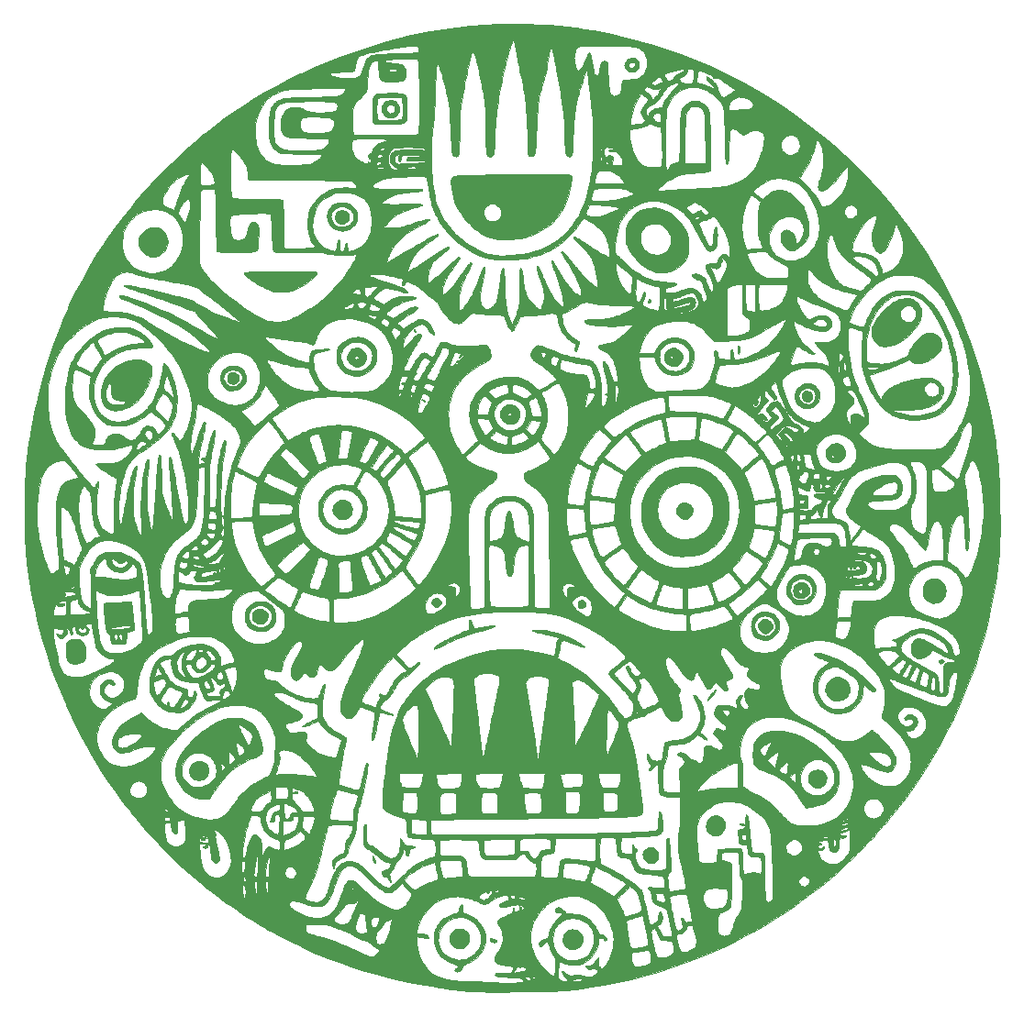
<source format=gbr>
%TF.GenerationSoftware,KiCad,Pcbnew,7.0.1*%
%TF.CreationDate,2023-09-06T22:46:27-07:00*%
%TF.ProjectId,skull_09,736b756c-6c5f-4303-992e-6b696361645f,rev?*%
%TF.SameCoordinates,Original*%
%TF.FileFunction,Copper,L1,Top*%
%TF.FilePolarity,Positive*%
%FSLAX46Y46*%
G04 Gerber Fmt 4.6, Leading zero omitted, Abs format (unit mm)*
G04 Created by KiCad (PCBNEW 7.0.1) date 2023-09-06 22:46:27*
%MOMM*%
%LPD*%
G01*
G04 APERTURE LIST*
%TA.AperFunction,EtchedComponent*%
%ADD10C,0.010000*%
%TD*%
G04 APERTURE END LIST*
%TO.C,G\u002A\u002A\u002A*%
D10*
X50414148Y-29920238D02*
X53179305Y-29920238D01*
X53191005Y-29968859D01*
X53237080Y-30018025D01*
X53320538Y-30068284D01*
X53436506Y-30118174D01*
X53580112Y-30166234D01*
X53746481Y-30211002D01*
X53930742Y-30251015D01*
X54128020Y-30284811D01*
X54329887Y-30310554D01*
X54469996Y-30321505D01*
X54632866Y-30328034D01*
X54807002Y-30330228D01*
X54980912Y-30328173D01*
X55143103Y-30321955D01*
X55282083Y-30311660D01*
X55354322Y-30302855D01*
X55545331Y-30265793D01*
X55700757Y-30215745D01*
X55826289Y-30149137D01*
X55927620Y-30062393D01*
X56010439Y-29951939D01*
X56060019Y-29859497D01*
X56088175Y-29793393D01*
X56125685Y-29695526D01*
X56169425Y-29574586D01*
X56216269Y-29439260D01*
X56263093Y-29298240D01*
X56273905Y-29264750D01*
X56320270Y-29124072D01*
X56367516Y-28987444D01*
X56412511Y-28863447D01*
X56452120Y-28760661D01*
X56483210Y-28687666D01*
X56489162Y-28675322D01*
X56565771Y-28546399D01*
X56658173Y-28438044D01*
X56770525Y-28348121D01*
X56906979Y-28274491D01*
X57071690Y-28215018D01*
X57268812Y-28167565D01*
X57502499Y-28129994D01*
X57564118Y-28122254D01*
X57643610Y-28113036D01*
X57723673Y-28104511D01*
X57807022Y-28096552D01*
X57896376Y-28089032D01*
X57994454Y-28081825D01*
X58103973Y-28074804D01*
X58227652Y-28067844D01*
X58368209Y-28060817D01*
X58528361Y-28053597D01*
X58710826Y-28046057D01*
X58918324Y-28038072D01*
X59153571Y-28029515D01*
X59419287Y-28020259D01*
X59718188Y-28010178D01*
X60052994Y-27999145D01*
X60426421Y-27987034D01*
X60570250Y-27982405D01*
X60740308Y-27976770D01*
X60896403Y-27971269D01*
X61033622Y-27966102D01*
X61147050Y-27961468D01*
X61231775Y-27957564D01*
X61282882Y-27954589D01*
X61296235Y-27953057D01*
X61305909Y-27923882D01*
X61314543Y-27863426D01*
X61321566Y-27782742D01*
X61326409Y-27692878D01*
X61328504Y-27604887D01*
X61327280Y-27529819D01*
X61322169Y-27478725D01*
X61320937Y-27473458D01*
X61298037Y-27411439D01*
X61263728Y-27368109D01*
X61211180Y-27340606D01*
X61133562Y-27326065D01*
X61024042Y-27321623D01*
X60960094Y-27322200D01*
X60786023Y-27329955D01*
X60575468Y-27346954D01*
X60333068Y-27372379D01*
X60063458Y-27405410D01*
X59771275Y-27445231D01*
X59461158Y-27491022D01*
X59137743Y-27541966D01*
X58805667Y-27597244D01*
X58469566Y-27656039D01*
X58134079Y-27717532D01*
X57803841Y-27780904D01*
X57483491Y-27845339D01*
X57177664Y-27910017D01*
X56890999Y-27974121D01*
X56628132Y-28036831D01*
X56393699Y-28097331D01*
X56192339Y-28154802D01*
X56128457Y-28174714D01*
X55987280Y-28227058D01*
X55879804Y-28285590D01*
X55797404Y-28357187D01*
X55731452Y-28448724D01*
X55693757Y-28521238D01*
X55672309Y-28568836D01*
X55653417Y-28616330D01*
X55635423Y-28669840D01*
X55616674Y-28735485D01*
X55595515Y-28819384D01*
X55570290Y-28927657D01*
X55539344Y-29066423D01*
X55509847Y-29201250D01*
X55484271Y-29310786D01*
X55456856Y-29415216D01*
X55431091Y-29501914D01*
X55412467Y-29553719D01*
X55387567Y-29607833D01*
X55362737Y-29639376D01*
X55325126Y-29657337D01*
X55261886Y-29670708D01*
X55239827Y-29674513D01*
X55170017Y-29686100D01*
X55104935Y-29695828D01*
X55038774Y-29704164D01*
X54965726Y-29711572D01*
X54879982Y-29718519D01*
X54775736Y-29725471D01*
X54647179Y-29732894D01*
X54488504Y-29741252D01*
X54293903Y-29751013D01*
X54273167Y-29752038D01*
X54001805Y-29766383D01*
X53769062Y-29780676D01*
X53575661Y-29794859D01*
X53422323Y-29808871D01*
X53309767Y-29822652D01*
X53238716Y-29836144D01*
X53231791Y-29838106D01*
X53193596Y-29868879D01*
X53179305Y-29920238D01*
X50414148Y-29920238D01*
X50576533Y-29840451D01*
X51797528Y-29282361D01*
X53036953Y-28756762D01*
X54291974Y-28264749D01*
X55559760Y-27807416D01*
X56837478Y-27385858D01*
X58122295Y-27001171D01*
X59411378Y-26654449D01*
X60701896Y-26346788D01*
X61991014Y-26079282D01*
X62436478Y-25996226D01*
X63661408Y-25794324D01*
X64906856Y-25628074D01*
X66170314Y-25497603D01*
X67449272Y-25403039D01*
X68741222Y-25344510D01*
X70043656Y-25322144D01*
X71354066Y-25336068D01*
X72669942Y-25386411D01*
X73460750Y-25434131D01*
X74283063Y-25498904D01*
X75093909Y-25579942D01*
X75899557Y-25678249D01*
X76706277Y-25794833D01*
X77520341Y-25930698D01*
X78348017Y-26086851D01*
X79195576Y-26264297D01*
X80069289Y-26464044D01*
X80445750Y-26554878D01*
X81750816Y-26894676D01*
X83046004Y-27272308D01*
X84329349Y-27686916D01*
X85598884Y-28137640D01*
X86852641Y-28623622D01*
X88088654Y-29144004D01*
X89304957Y-29697927D01*
X90499583Y-30284533D01*
X91670564Y-30902963D01*
X92815934Y-31552359D01*
X93933728Y-32231862D01*
X94923750Y-32874616D01*
X96082069Y-33675170D01*
X97209500Y-34504570D01*
X98306613Y-35363335D01*
X99373980Y-36251983D01*
X100412171Y-37171034D01*
X101421757Y-38121007D01*
X102403310Y-39102420D01*
X103357400Y-40115793D01*
X104284598Y-41161644D01*
X105062584Y-42089488D01*
X105918276Y-43168844D01*
X106735341Y-44265450D01*
X107513898Y-45379510D01*
X108254072Y-46511230D01*
X108955983Y-47660815D01*
X109619754Y-48828471D01*
X110245507Y-50014402D01*
X110833363Y-51218816D01*
X111383447Y-52441916D01*
X111772082Y-53373584D01*
X112249287Y-54612152D01*
X112690311Y-55872189D01*
X113094907Y-57152781D01*
X113462825Y-58453012D01*
X113793818Y-59771968D01*
X114087636Y-61108735D01*
X114344032Y-62462398D01*
X114500746Y-63417167D01*
X114570647Y-63886299D01*
X114635505Y-64351503D01*
X114694595Y-64806677D01*
X114747189Y-65245718D01*
X114792560Y-65662524D01*
X114829980Y-66050995D01*
X114858722Y-66405027D01*
X114861490Y-66444000D01*
X114882645Y-66760812D01*
X114901534Y-67074815D01*
X114918292Y-67390345D01*
X114933054Y-67711740D01*
X114945954Y-68043336D01*
X114957126Y-68389469D01*
X114966704Y-68754477D01*
X114974824Y-69142696D01*
X114981620Y-69558462D01*
X114987225Y-70006113D01*
X114991774Y-70489985D01*
X114993356Y-70698500D01*
X114995963Y-71130115D01*
X114997294Y-71523105D01*
X114997267Y-71881160D01*
X114995800Y-72207971D01*
X114992811Y-72507229D01*
X114988217Y-72782625D01*
X114981936Y-73037850D01*
X114973886Y-73276595D01*
X114963985Y-73502551D01*
X114952151Y-73719408D01*
X114938302Y-73930857D01*
X114922354Y-74140590D01*
X114914647Y-74233334D01*
X114782350Y-75539025D01*
X114608234Y-76842407D01*
X114392800Y-78142289D01*
X114136548Y-79437479D01*
X113839976Y-80726786D01*
X113503587Y-82009021D01*
X113127878Y-83282992D01*
X112713352Y-84547509D01*
X112260506Y-85801380D01*
X111769843Y-87043416D01*
X111241861Y-88272424D01*
X110677060Y-89487215D01*
X110075941Y-90686597D01*
X109439003Y-91869381D01*
X108766747Y-93034374D01*
X108059673Y-94180387D01*
X107318280Y-95306228D01*
X106543069Y-96410707D01*
X105734539Y-97492633D01*
X104893191Y-98550815D01*
X104510354Y-99011406D01*
X104239707Y-99330340D01*
X103980909Y-99630282D01*
X103728779Y-99916844D01*
X103478133Y-100195639D01*
X103223790Y-100472277D01*
X102960567Y-100752371D01*
X102683283Y-101041532D01*
X102386755Y-101345372D01*
X102065801Y-101669503D01*
X101931481Y-101804033D01*
X101415583Y-102313543D01*
X100916681Y-102793259D01*
X100428425Y-103248699D01*
X99944468Y-103685385D01*
X99458461Y-104108835D01*
X98964053Y-104524569D01*
X98454897Y-104938107D01*
X97924643Y-105354969D01*
X97366942Y-105780674D01*
X97296376Y-105833738D01*
X96702944Y-106274226D01*
X96132317Y-106686953D01*
X95578790Y-107075455D01*
X95036661Y-107443264D01*
X94500223Y-107793915D01*
X93963775Y-108130943D01*
X93421610Y-108457880D01*
X92868026Y-108778262D01*
X92297319Y-109095623D01*
X91703783Y-109413496D01*
X91081716Y-109735416D01*
X90637500Y-109959437D01*
X89435786Y-110540515D01*
X88238507Y-111080763D01*
X87042900Y-111581068D01*
X85846203Y-112042316D01*
X84645652Y-112465394D01*
X83438484Y-112851189D01*
X82221936Y-113200588D01*
X80993246Y-113514477D01*
X79749650Y-113793742D01*
X78488385Y-114039272D01*
X77313084Y-114235656D01*
X76819341Y-114309894D01*
X76360128Y-114374694D01*
X75928870Y-114430736D01*
X75518991Y-114478702D01*
X75123914Y-114519272D01*
X74737065Y-114553128D01*
X74351868Y-114580951D01*
X73961746Y-114603422D01*
X73608917Y-114619319D01*
X73428242Y-114625640D01*
X73213288Y-114631699D01*
X72967443Y-114637475D01*
X72694097Y-114642948D01*
X72396637Y-114648098D01*
X72078452Y-114652905D01*
X71742930Y-114657350D01*
X71393459Y-114661412D01*
X71033428Y-114665072D01*
X70666226Y-114668308D01*
X70295240Y-114671102D01*
X69923858Y-114673434D01*
X69555470Y-114675283D01*
X69193464Y-114676629D01*
X68841227Y-114677452D01*
X68502149Y-114677734D01*
X68179617Y-114677452D01*
X67877021Y-114676588D01*
X67597747Y-114675122D01*
X67345186Y-114673033D01*
X67122725Y-114670301D01*
X66933752Y-114666907D01*
X66781655Y-114662831D01*
X66708584Y-114660008D01*
X66447046Y-114645285D01*
X66149437Y-114623379D01*
X65821293Y-114594911D01*
X65468150Y-114560501D01*
X65095544Y-114520769D01*
X64709012Y-114476335D01*
X64314090Y-114427820D01*
X63916315Y-114375844D01*
X63521224Y-114321026D01*
X63134351Y-114263988D01*
X63028751Y-114247781D01*
X61928803Y-114063418D01*
X60818720Y-113849893D01*
X59704164Y-113608748D01*
X58590798Y-113341527D01*
X57484287Y-113049771D01*
X56390294Y-112735024D01*
X55314482Y-112398828D01*
X54262515Y-112042727D01*
X53240055Y-111668262D01*
X52513453Y-111383349D01*
X52222808Y-111263012D01*
X51900434Y-111124122D01*
X51551369Y-110969111D01*
X51180650Y-110800411D01*
X50793315Y-110620454D01*
X50394401Y-110431673D01*
X49988945Y-110236498D01*
X49581984Y-110037364D01*
X49178557Y-109836701D01*
X48783700Y-109636941D01*
X48402450Y-109440518D01*
X48039845Y-109249863D01*
X47700923Y-109067408D01*
X47584500Y-109003550D01*
X47315255Y-108851210D01*
X50935906Y-108851210D01*
X50942466Y-108973185D01*
X50968624Y-109068736D01*
X51017299Y-109144667D01*
X51091407Y-109207784D01*
X51188930Y-109262511D01*
X51258538Y-109291152D01*
X51357559Y-109325192D01*
X51474078Y-109360837D01*
X51596185Y-109394292D01*
X51627334Y-109402153D01*
X52078032Y-109521843D01*
X52555351Y-109663882D01*
X53051814Y-109825524D01*
X53559948Y-110004023D01*
X54072279Y-110196633D01*
X54581331Y-110400609D01*
X55079630Y-110613206D01*
X55559702Y-110831678D01*
X55697715Y-110897312D01*
X55978016Y-111030790D01*
X56222774Y-111144653D01*
X56433610Y-111239556D01*
X56612148Y-111316155D01*
X56760008Y-111375104D01*
X56878813Y-111417059D01*
X56970184Y-111442675D01*
X57035743Y-111452608D01*
X57067167Y-111450575D01*
X57113795Y-111434669D01*
X57181288Y-111405145D01*
X57241810Y-111375177D01*
X57324283Y-111322990D01*
X57411782Y-111252516D01*
X57498862Y-111170086D01*
X57580077Y-111082034D01*
X57649984Y-110994691D01*
X57703136Y-110914389D01*
X57734090Y-110847460D01*
X57737399Y-110800236D01*
X57737043Y-110799265D01*
X57710190Y-110774478D01*
X57666555Y-110757873D01*
X57607250Y-110733153D01*
X57522468Y-110679207D01*
X57411422Y-110595452D01*
X57273326Y-110481304D01*
X57157450Y-110380628D01*
X56985247Y-110233826D01*
X56836572Y-110118707D01*
X56708812Y-110033650D01*
X56599359Y-109977039D01*
X56505600Y-109947256D01*
X56449015Y-109941500D01*
X56340164Y-109928434D01*
X56204050Y-109890842D01*
X56046069Y-109831131D01*
X55871618Y-109751712D01*
X55710456Y-109667693D01*
X57415777Y-109667693D01*
X57417861Y-109789395D01*
X57423834Y-109898977D01*
X57433722Y-109985619D01*
X57444105Y-110030136D01*
X57499384Y-110139949D01*
X57574667Y-110219772D01*
X57626288Y-110250080D01*
X57715736Y-110273297D01*
X57825860Y-110279645D01*
X57938773Y-110269719D01*
X58036585Y-110244112D01*
X58055533Y-110235841D01*
X58125113Y-110191337D01*
X58194293Y-110130530D01*
X58218525Y-110103549D01*
X58300834Y-109983556D01*
X58384773Y-109826029D01*
X58468659Y-109635639D01*
X58485119Y-109591840D01*
X61160721Y-109591840D01*
X61162926Y-109652767D01*
X61168415Y-109742151D01*
X61176589Y-109853173D01*
X61186851Y-109979011D01*
X61198603Y-110112848D01*
X61211246Y-110247863D01*
X61224182Y-110377236D01*
X61236813Y-110494149D01*
X61248543Y-110591782D01*
X61258419Y-110661167D01*
X61337348Y-111036467D01*
X61449186Y-111389607D01*
X61596073Y-111725214D01*
X61780148Y-112047912D01*
X62003550Y-112362328D01*
X62100675Y-112482361D01*
X62323616Y-112722415D01*
X62564960Y-112930046D01*
X62828456Y-113107523D01*
X63117854Y-113257118D01*
X63436901Y-113381099D01*
X63724084Y-113465452D01*
X63926783Y-113514210D01*
X64131442Y-113556290D01*
X64343181Y-113592240D01*
X64567124Y-113622606D01*
X64808393Y-113647937D01*
X65072110Y-113668779D01*
X65363396Y-113685681D01*
X65687376Y-113699188D01*
X65999500Y-113708597D01*
X66292812Y-113716283D01*
X66548864Y-113723283D01*
X66772720Y-113729795D01*
X66969443Y-113736020D01*
X67144097Y-113742155D01*
X67301745Y-113748399D01*
X67447453Y-113754951D01*
X67586283Y-113762009D01*
X67723299Y-113769773D01*
X67863565Y-113778440D01*
X67989167Y-113786669D01*
X68172418Y-113797942D01*
X68380908Y-113809159D01*
X68597668Y-113819508D01*
X68805732Y-113828179D01*
X68984000Y-113834242D01*
X69116212Y-113837917D01*
X69232522Y-113840729D01*
X69339150Y-113842640D01*
X69442314Y-113843610D01*
X69548233Y-113843600D01*
X69663127Y-113842571D01*
X69793213Y-113840484D01*
X69944710Y-113837300D01*
X70123837Y-113832980D01*
X70336813Y-113827484D01*
X70423334Y-113825201D01*
X70560536Y-113820899D01*
X70688547Y-113815644D01*
X70799375Y-113809861D01*
X70885027Y-113803975D01*
X70937511Y-113798410D01*
X70941917Y-113797650D01*
X70996022Y-113784330D01*
X71019575Y-113764459D01*
X71024064Y-113726514D01*
X71023679Y-113715620D01*
X71002967Y-113636466D01*
X70954108Y-113553318D01*
X70887430Y-113479839D01*
X70813261Y-113429693D01*
X70804841Y-113426089D01*
X70751280Y-113408756D01*
X70680583Y-113393509D01*
X70589153Y-113380030D01*
X70473397Y-113368003D01*
X70441689Y-113365599D01*
X71191130Y-113365599D01*
X71222585Y-113426927D01*
X71272809Y-113487512D01*
X71362089Y-113565291D01*
X71453308Y-113610424D01*
X71540182Y-113621204D01*
X71616429Y-113595924D01*
X71631613Y-113584982D01*
X71658932Y-113560671D01*
X71669638Y-113537094D01*
X71664885Y-113500807D01*
X71645827Y-113438367D01*
X71644541Y-113434385D01*
X71629099Y-113383013D01*
X71831614Y-113383013D01*
X71841492Y-113412814D01*
X71876658Y-113462462D01*
X71926640Y-113474433D01*
X71993288Y-113448776D01*
X72038404Y-113418125D01*
X72094385Y-113369314D01*
X72112162Y-113334846D01*
X72092060Y-113311525D01*
X72050521Y-113299063D01*
X71944147Y-113286038D01*
X71871726Y-113295948D01*
X71833976Y-113328403D01*
X71831614Y-113383013D01*
X71629099Y-113383013D01*
X71624486Y-113367669D01*
X71611466Y-113315492D01*
X71608667Y-113296455D01*
X71589580Y-113272278D01*
X71539741Y-113254848D01*
X71470280Y-113244758D01*
X71392328Y-113242599D01*
X71317015Y-113248963D01*
X71255473Y-113264442D01*
X71232377Y-113276450D01*
X71194695Y-113317015D01*
X71191130Y-113365599D01*
X70441689Y-113365599D01*
X70329718Y-113357110D01*
X70154520Y-113347034D01*
X69944208Y-113337458D01*
X69695187Y-113328064D01*
X69693084Y-113327991D01*
X69433030Y-113318137D01*
X69211979Y-113307837D01*
X69026600Y-113296628D01*
X68873562Y-113284048D01*
X68749534Y-113269635D01*
X68651186Y-113252927D01*
X68575187Y-113233462D01*
X68518206Y-113210778D01*
X68476913Y-113184412D01*
X68449074Y-113155392D01*
X68421145Y-113088597D01*
X68432973Y-113022655D01*
X68482382Y-112964206D01*
X68519594Y-112940343D01*
X68555021Y-112924367D01*
X68594940Y-112914253D01*
X68648145Y-112909338D01*
X68723427Y-112908959D01*
X68829581Y-112912453D01*
X68867584Y-112914105D01*
X68990061Y-112919379D01*
X69138823Y-112925455D01*
X69297846Y-112931694D01*
X69451106Y-112937462D01*
X69502584Y-112939328D01*
X69633659Y-112943879D01*
X69729119Y-112946294D01*
X69795656Y-112945952D01*
X69839962Y-112942234D01*
X69868729Y-112934519D01*
X69888646Y-112922186D01*
X69902904Y-112908081D01*
X70119492Y-112908081D01*
X70123385Y-112921238D01*
X70139980Y-112919408D01*
X70178254Y-112911694D01*
X70246409Y-112900719D01*
X70332308Y-112888384D01*
X70370417Y-112883299D01*
X70612772Y-112845079D01*
X70845830Y-112795647D01*
X71056266Y-112738006D01*
X71142893Y-112709173D01*
X71224689Y-112679110D01*
X71291121Y-112652953D01*
X71332121Y-112634743D01*
X71339583Y-112630225D01*
X71333379Y-112610069D01*
X71301710Y-112570339D01*
X71252074Y-112518024D01*
X71191966Y-112460114D01*
X71128883Y-112403600D01*
X71070321Y-112355472D01*
X71023776Y-112322720D01*
X70998496Y-112312167D01*
X70961198Y-112323919D01*
X70904420Y-112354338D01*
X70855752Y-112386250D01*
X70778215Y-112436127D01*
X70723207Y-112456033D01*
X70683390Y-112445999D01*
X70651428Y-112406057D01*
X70641764Y-112387181D01*
X70611075Y-112336219D01*
X70580163Y-112304415D01*
X70575160Y-112301856D01*
X70534402Y-112308473D01*
X70478863Y-112352314D01*
X70410034Y-112431521D01*
X70329405Y-112544236D01*
X70238469Y-112688603D01*
X70169964Y-112806637D01*
X70134437Y-112872066D01*
X70119492Y-112908081D01*
X69902904Y-112908081D01*
X69906407Y-112904616D01*
X69909158Y-112901643D01*
X69948545Y-112843217D01*
X69989130Y-112757830D01*
X70025446Y-112660323D01*
X70052028Y-112565540D01*
X70063408Y-112488326D01*
X70063500Y-112482529D01*
X70048931Y-112400569D01*
X70002145Y-112342399D01*
X69938507Y-112308709D01*
X69902039Y-112299972D01*
X69830396Y-112287203D01*
X69730432Y-112271462D01*
X69609000Y-112253803D01*
X69472951Y-112235285D01*
X69407334Y-112226768D01*
X69203991Y-112199464D01*
X69037717Y-112173751D01*
X68903356Y-112148205D01*
X68795750Y-112121401D01*
X68709742Y-112091916D01*
X68640176Y-112058325D01*
X68581895Y-112019204D01*
X68546359Y-111988974D01*
X68465006Y-111904785D01*
X68415198Y-111826107D01*
X68390670Y-111739417D01*
X68385048Y-111640778D01*
X68394715Y-111546451D01*
X68423800Y-111441641D01*
X68474423Y-111321542D01*
X68548701Y-111181350D01*
X68648757Y-111016261D01*
X68686493Y-110957500D01*
X68776465Y-110812436D01*
X68863204Y-110660542D01*
X68942061Y-110510861D01*
X69008390Y-110372435D01*
X69057543Y-110254308D01*
X69076192Y-110199194D01*
X69114015Y-110011627D01*
X69125819Y-109801172D01*
X69117164Y-109645891D01*
X71657797Y-109645891D01*
X71677928Y-110018692D01*
X71739391Y-110391186D01*
X71791731Y-110597667D01*
X71904092Y-110936961D01*
X72044825Y-111264202D01*
X72217412Y-111586221D01*
X72425335Y-111909844D01*
X72547311Y-112079334D01*
X72612255Y-112160378D01*
X72701077Y-112262397D01*
X72808086Y-112379605D01*
X72927592Y-112506219D01*
X73053904Y-112636452D01*
X73181332Y-112764522D01*
X73304183Y-112884642D01*
X73416768Y-112991029D01*
X73513395Y-113077898D01*
X73588374Y-113139463D01*
X73595370Y-113144673D01*
X73669772Y-113195850D01*
X73731632Y-113228351D01*
X73782579Y-113239504D01*
X73824241Y-113226632D01*
X73858247Y-113187060D01*
X73886226Y-113118114D01*
X73909805Y-113017118D01*
X73930614Y-112881397D01*
X73950281Y-112708276D01*
X73966891Y-112534417D01*
X73985948Y-112320354D01*
X74000194Y-112143062D01*
X74009054Y-111997190D01*
X74011955Y-111877388D01*
X74008321Y-111778307D01*
X73997578Y-111694596D01*
X73979153Y-111620904D01*
X73952470Y-111551882D01*
X73916955Y-111482180D01*
X73872035Y-111406447D01*
X73840381Y-111355970D01*
X73707466Y-111125569D01*
X73585941Y-110870941D01*
X73472170Y-110584251D01*
X73439358Y-110491834D01*
X73380178Y-110331310D01*
X73326612Y-110209860D01*
X73276527Y-110124939D01*
X73227789Y-110074004D01*
X73178265Y-110054509D01*
X73125819Y-110063910D01*
X73094589Y-110080713D01*
X73056962Y-110110777D01*
X72998978Y-110163868D01*
X72929098Y-110232006D01*
X72868084Y-110294314D01*
X72790271Y-110373535D01*
X72733401Y-110425670D01*
X72690832Y-110455745D01*
X72655922Y-110468786D01*
X72635250Y-110470522D01*
X72581773Y-110465274D01*
X72548245Y-110454468D01*
X72510686Y-110410536D01*
X72478924Y-110340200D01*
X72459069Y-110259388D01*
X72455413Y-110212426D01*
X72467865Y-110119331D01*
X72507310Y-110039725D01*
X72577142Y-109970716D01*
X72680755Y-109909410D01*
X72821543Y-109852913D01*
X72910417Y-109824521D01*
X73047576Y-109780568D01*
X73150384Y-109737496D01*
X73188797Y-109712266D01*
X73750435Y-109712266D01*
X73758691Y-109953453D01*
X73786737Y-110192624D01*
X73834490Y-110421934D01*
X73901864Y-110633543D01*
X73936553Y-110716490D01*
X74065659Y-110951064D01*
X74228238Y-111163366D01*
X74419874Y-111350008D01*
X74636150Y-111507598D01*
X74872650Y-111632748D01*
X75124956Y-111722067D01*
X75295136Y-111759271D01*
X75423184Y-111773524D01*
X75573947Y-111779459D01*
X75730483Y-111777227D01*
X75875850Y-111766981D01*
X75972430Y-111753172D01*
X76207462Y-111693536D01*
X76434391Y-111608192D01*
X76646146Y-111501102D01*
X76835656Y-111376226D01*
X76995851Y-111237525D01*
X77093916Y-111124941D01*
X77180171Y-110995870D01*
X77267824Y-110839278D01*
X77350009Y-110669163D01*
X77419863Y-110499525D01*
X77462077Y-110374166D01*
X77502479Y-110193683D01*
X77526634Y-109989738D01*
X77533803Y-109778261D01*
X77523245Y-109575180D01*
X77505138Y-109447758D01*
X77434876Y-109165893D01*
X77334830Y-108911837D01*
X77202752Y-108681242D01*
X77036394Y-108469761D01*
X76955673Y-108385508D01*
X76815012Y-108256542D01*
X76680974Y-108157231D01*
X76540995Y-108079492D01*
X76382511Y-108015246D01*
X76376994Y-108013323D01*
X76154405Y-107949949D01*
X75915495Y-107906639D01*
X75670383Y-107883837D01*
X75429189Y-107881982D01*
X75202032Y-107901516D01*
X74999033Y-107942881D01*
X74968399Y-107951885D01*
X74807024Y-108018374D01*
X74637326Y-108117986D01*
X74466411Y-108244422D01*
X74301381Y-108391383D01*
X74149341Y-108552569D01*
X74017395Y-108721682D01*
X73916984Y-108884213D01*
X73845243Y-109055036D01*
X73793627Y-109255215D01*
X73762052Y-109476906D01*
X73750435Y-109712266D01*
X73188797Y-109712266D01*
X73225990Y-109687838D01*
X73281546Y-109624131D01*
X73324201Y-109538908D01*
X73361108Y-109424703D01*
X73386325Y-109327667D01*
X73487422Y-108984460D01*
X73612416Y-108674288D01*
X73760916Y-108397795D01*
X73932532Y-108155623D01*
X74126875Y-107948414D01*
X74317321Y-107794845D01*
X74435276Y-107701663D01*
X74517935Y-107613051D01*
X74564120Y-107531178D01*
X74572652Y-107458213D01*
X74542351Y-107396326D01*
X74536966Y-107390656D01*
X74493816Y-107357102D01*
X74438347Y-107334977D01*
X74361775Y-107322330D01*
X74255315Y-107317211D01*
X74204439Y-107316834D01*
X74096970Y-107313902D01*
X74022005Y-107305470D01*
X73984249Y-107292077D01*
X73983567Y-107291434D01*
X73963013Y-107244689D01*
X73960916Y-107173142D01*
X73976507Y-107089707D01*
X73999302Y-107027196D01*
X74056904Y-106941036D01*
X74135838Y-106891008D01*
X74237623Y-106876307D01*
X74278003Y-106879248D01*
X74362974Y-106895921D01*
X74443948Y-106927711D01*
X74527618Y-106978969D01*
X74620679Y-107054047D01*
X74729823Y-107157295D01*
X74773474Y-107201313D01*
X74866790Y-107294466D01*
X74938381Y-107360369D01*
X74994199Y-107403805D01*
X75040197Y-107429557D01*
X75070214Y-107439742D01*
X75118313Y-107447233D01*
X75200132Y-107455005D01*
X75307068Y-107462449D01*
X75430516Y-107468955D01*
X75545667Y-107473411D01*
X75683677Y-107479195D01*
X75819542Y-107487323D01*
X75942597Y-107496983D01*
X76042175Y-107507364D01*
X76096000Y-107515311D01*
X76396519Y-107591822D01*
X76679085Y-107706147D01*
X76941340Y-107856742D01*
X77180928Y-108042064D01*
X77395491Y-108260570D01*
X77556354Y-108471123D01*
X77603847Y-108546447D01*
X77662710Y-108647863D01*
X77726137Y-108763230D01*
X77787317Y-108880410D01*
X77799706Y-108905040D01*
X77877711Y-109057395D01*
X77943497Y-109174938D01*
X78001053Y-109261962D01*
X78054373Y-109322762D01*
X78107445Y-109361632D01*
X78164262Y-109382866D01*
X78228815Y-109390758D01*
X78251532Y-109391167D01*
X78346657Y-109407820D01*
X78450281Y-109452643D01*
X78548428Y-109517926D01*
X78627124Y-109595962D01*
X78630322Y-109600092D01*
X78685114Y-109694674D01*
X78699664Y-109780967D01*
X78673871Y-109857321D01*
X78647546Y-109889546D01*
X78595898Y-109931297D01*
X78551491Y-109939727D01*
X78506757Y-109912976D01*
X78454128Y-109849182D01*
X78447989Y-109840479D01*
X78366085Y-109759085D01*
X78257510Y-109707131D01*
X78128622Y-109687579D01*
X78119460Y-109687500D01*
X78033315Y-109695854D01*
X77978003Y-109725002D01*
X77947976Y-109781075D01*
X77937686Y-109870203D01*
X77937500Y-109888557D01*
X77916982Y-110166875D01*
X77857479Y-110445192D01*
X77762068Y-110718722D01*
X77633825Y-110982677D01*
X77475827Y-111232269D01*
X77291152Y-111462711D01*
X77082875Y-111669216D01*
X76854075Y-111846996D01*
X76607826Y-111991263D01*
X76576295Y-112006549D01*
X76441911Y-112065551D01*
X76315927Y-112109302D01*
X76187884Y-112139844D01*
X76047327Y-112159215D01*
X75883798Y-112169454D01*
X75725584Y-112172465D01*
X75569050Y-112171819D01*
X75434745Y-112166757D01*
X75313027Y-112155605D01*
X75194254Y-112136692D01*
X75068785Y-112108347D01*
X74926978Y-112068899D01*
X74759192Y-112016674D01*
X74681382Y-111991420D01*
X74571563Y-111956143D01*
X74476599Y-111926862D01*
X74403403Y-111905611D01*
X74358887Y-111894422D01*
X74348578Y-111893533D01*
X74334108Y-111927177D01*
X74318331Y-111996878D01*
X74302075Y-112096411D01*
X74286168Y-112219556D01*
X74271436Y-112360087D01*
X74258708Y-112511784D01*
X74251126Y-112626512D01*
X74242168Y-112833209D01*
X74240058Y-113022113D01*
X74244539Y-113188580D01*
X74255353Y-113327967D01*
X74272245Y-113435630D01*
X74294956Y-113506924D01*
X74300361Y-113516712D01*
X74351676Y-113566578D01*
X74437896Y-113612873D01*
X74551591Y-113652298D01*
X74662371Y-113677594D01*
X74761235Y-113694695D01*
X74831204Y-113703686D01*
X74884841Y-113705016D01*
X74934709Y-113699134D01*
X74982437Y-113689053D01*
X75043696Y-113669090D01*
X75089790Y-113644201D01*
X75095466Y-113639272D01*
X75109439Y-113610517D01*
X75598162Y-113610517D01*
X75599297Y-113643478D01*
X75603473Y-113648439D01*
X75656466Y-113677250D01*
X75743731Y-113696347D01*
X75858225Y-113705262D01*
X75992909Y-113703527D01*
X76140741Y-113690673D01*
X76173844Y-113686373D01*
X76276092Y-113667993D01*
X76370259Y-113643364D01*
X76447850Y-113615525D01*
X76500371Y-113587517D01*
X76519334Y-113562734D01*
X76502428Y-113539327D01*
X76460739Y-113509538D01*
X76450542Y-113503794D01*
X76389513Y-113484508D01*
X76297618Y-113471935D01*
X76185791Y-113466078D01*
X76064966Y-113466941D01*
X75946075Y-113474527D01*
X75840051Y-113488840D01*
X75776934Y-113503577D01*
X75692789Y-113535715D01*
X75631262Y-113572979D01*
X75598162Y-113610517D01*
X75109439Y-113610517D01*
X75110338Y-113608668D01*
X75102409Y-113565825D01*
X75069593Y-113507469D01*
X75009800Y-113430328D01*
X74920942Y-113331129D01*
X74854021Y-113260913D01*
X74738935Y-113135736D01*
X74657031Y-113031306D01*
X74606517Y-112944515D01*
X74585600Y-112872258D01*
X74592488Y-112811430D01*
X74593309Y-112809210D01*
X74615289Y-112769387D01*
X74648202Y-112761758D01*
X74672860Y-112766654D01*
X74720576Y-112787338D01*
X74784707Y-112826104D01*
X74836584Y-112863378D01*
X74911508Y-112921634D01*
X74998664Y-112989381D01*
X75064982Y-113040918D01*
X75155806Y-113104412D01*
X75243399Y-113147636D01*
X75336570Y-113172026D01*
X75444128Y-113179018D01*
X75574882Y-113170045D01*
X75725584Y-113148539D01*
X75915321Y-113123403D01*
X76088235Y-113115064D01*
X76255680Y-113124590D01*
X76429013Y-113153050D01*
X76619589Y-113201512D01*
X76764288Y-113246262D01*
X76934560Y-113293666D01*
X77074044Y-113314960D01*
X77104995Y-113316175D01*
X77165179Y-113314982D01*
X77217735Y-113307692D01*
X77273212Y-113290922D01*
X77342165Y-113261291D01*
X77435143Y-113215417D01*
X77461859Y-113201792D01*
X77607808Y-113121281D01*
X77727220Y-113043356D01*
X77816301Y-112970952D01*
X77871254Y-112907004D01*
X77886368Y-112873510D01*
X77882208Y-112803366D01*
X77837682Y-112721111D01*
X77752920Y-112626969D01*
X77727078Y-112603056D01*
X77647627Y-112537591D01*
X77581943Y-112502140D01*
X77517233Y-112493748D01*
X77440707Y-112509461D01*
X77392819Y-112525875D01*
X77269323Y-112569541D01*
X77175927Y-112595745D01*
X77103845Y-112603753D01*
X77044291Y-112592835D01*
X76988478Y-112562260D01*
X76927620Y-112511296D01*
X76899673Y-112484822D01*
X76833641Y-112413802D01*
X76800377Y-112358249D01*
X76794500Y-112327386D01*
X76805113Y-112278946D01*
X76840226Y-112248962D01*
X76904757Y-112235619D01*
X77003619Y-112237106D01*
X77032846Y-112239454D01*
X77113866Y-112245532D01*
X77168468Y-112243694D01*
X77212335Y-112230465D01*
X77261148Y-112202370D01*
X77291645Y-112182108D01*
X77340821Y-112142356D01*
X77410215Y-112077211D01*
X77492819Y-111993704D01*
X77581626Y-111898859D01*
X77647370Y-111825334D01*
X77728734Y-111733150D01*
X77801070Y-111652617D01*
X77859586Y-111588958D01*
X77899488Y-111547393D01*
X77915510Y-111533197D01*
X77922412Y-111550756D01*
X77929228Y-111603361D01*
X77935319Y-111683730D01*
X77940049Y-111784580D01*
X77941431Y-111829531D01*
X77949247Y-111993012D01*
X77964675Y-112122069D01*
X77990111Y-112224292D01*
X78027951Y-112307267D01*
X78080592Y-112378582D01*
X78130592Y-112428407D01*
X78203025Y-112482765D01*
X78268088Y-112502867D01*
X78334048Y-112488032D01*
X78409173Y-112437577D01*
X78449185Y-112402125D01*
X78573357Y-112265753D01*
X78695628Y-112092573D01*
X78813831Y-111888108D01*
X78925797Y-111657882D01*
X79029360Y-111407419D01*
X79043978Y-111365733D01*
X80996907Y-111365733D01*
X81006493Y-111622043D01*
X81033617Y-111840046D01*
X81078262Y-112019689D01*
X81140411Y-112160921D01*
X81220045Y-112263690D01*
X81317148Y-112327944D01*
X81324167Y-112330827D01*
X81401828Y-112347535D01*
X81519743Y-112352094D01*
X81677613Y-112344503D01*
X81806543Y-112332518D01*
X82050487Y-112296825D01*
X82263583Y-112245674D01*
X82443765Y-112179955D01*
X82588962Y-112100560D01*
X82697106Y-112008380D01*
X82757218Y-111922849D01*
X82782859Y-111843432D01*
X82797425Y-111733069D01*
X82801549Y-111601496D01*
X82795865Y-111458451D01*
X82781006Y-111313670D01*
X82757603Y-111176889D01*
X82726290Y-111057844D01*
X82696074Y-110982133D01*
X82653406Y-110910022D01*
X82605223Y-110864755D01*
X82541725Y-110841927D01*
X82453112Y-110837134D01*
X82382500Y-110841187D01*
X82283310Y-110850765D01*
X82161473Y-110865060D01*
X82023035Y-110883119D01*
X81874039Y-110903985D01*
X81720530Y-110926704D01*
X81568553Y-110950322D01*
X81424151Y-110973882D01*
X81293370Y-110996430D01*
X81182253Y-111017012D01*
X81096845Y-111034671D01*
X81043191Y-111048454D01*
X81027834Y-111055213D01*
X81014259Y-111077243D01*
X81005062Y-111116733D01*
X80999579Y-111180356D01*
X80997145Y-111274784D01*
X80996907Y-111365733D01*
X79043978Y-111365733D01*
X79122351Y-111142244D01*
X79202603Y-110867879D01*
X79267948Y-110589850D01*
X79316218Y-110313679D01*
X79337290Y-110139015D01*
X79349360Y-109814819D01*
X79324950Y-109477300D01*
X79265733Y-109131479D01*
X79173382Y-108782374D01*
X79049570Y-108435008D01*
X78959654Y-108235618D01*
X80519834Y-108235618D01*
X80523344Y-108313910D01*
X80533363Y-108428086D01*
X80549125Y-108572323D01*
X80569863Y-108740802D01*
X80594812Y-108927700D01*
X80623204Y-109127199D01*
X80654274Y-109333476D01*
X80687255Y-109540711D01*
X80708193Y-109666334D01*
X80745985Y-109885997D01*
X80778666Y-110067692D01*
X80807410Y-110215313D01*
X80833391Y-110332757D01*
X80857783Y-110423918D01*
X80881760Y-110492692D01*
X80906497Y-110542974D01*
X80933168Y-110578661D01*
X80962947Y-110603646D01*
X80996084Y-110621418D01*
X81043374Y-110630703D01*
X81124305Y-110634306D01*
X81230635Y-110632690D01*
X81354118Y-110626316D01*
X81486512Y-110615648D01*
X81619573Y-110601148D01*
X81745057Y-110583279D01*
X81779250Y-110577462D01*
X81972966Y-110541166D01*
X82144529Y-110505203D01*
X82288642Y-110470816D01*
X82400011Y-110439245D01*
X82459140Y-110418046D01*
X82537031Y-110385501D01*
X82523985Y-110179376D01*
X82510843Y-110036052D01*
X82487052Y-109852406D01*
X82452713Y-109629060D01*
X82407932Y-109366636D01*
X82356279Y-109084684D01*
X82806981Y-109084684D01*
X82807861Y-109148228D01*
X82812338Y-109221507D01*
X82822454Y-109325946D01*
X82840330Y-109462846D01*
X82864469Y-109623360D01*
X82893371Y-109798640D01*
X82925538Y-109979839D01*
X82959471Y-110158111D01*
X82993673Y-110324607D01*
X83016823Y-110428772D01*
X83075343Y-110663512D01*
X83136496Y-110874024D01*
X83198932Y-111056668D01*
X83261301Y-111207806D01*
X83322250Y-111323796D01*
X83376045Y-111396482D01*
X83471832Y-111468333D01*
X83596789Y-111516099D01*
X83744819Y-111539119D01*
X83909827Y-111536728D01*
X84085719Y-111508266D01*
X84177264Y-111483615D01*
X84379205Y-111406719D01*
X84554573Y-111308959D01*
X84699327Y-111193335D01*
X84809425Y-111062849D01*
X84857172Y-110978667D01*
X84883983Y-110915769D01*
X84900222Y-110857529D01*
X84908244Y-110789855D01*
X84910404Y-110698658D01*
X84910233Y-110661167D01*
X84900042Y-110513775D01*
X84873899Y-110366715D01*
X84834837Y-110230956D01*
X84785888Y-110117467D01*
X84741181Y-110049526D01*
X84703183Y-110014384D01*
X84651748Y-109987135D01*
X84580890Y-109966409D01*
X84484623Y-109950836D01*
X84356958Y-109939047D01*
X84224000Y-109931211D01*
X84110546Y-109925131D01*
X83997575Y-109918296D01*
X83900569Y-109911682D01*
X83850426Y-109907702D01*
X83720268Y-109896254D01*
X83464901Y-109384419D01*
X83395352Y-109246120D01*
X83329950Y-109118129D01*
X83271626Y-109006022D01*
X83223311Y-108915372D01*
X83187934Y-108851753D01*
X83168816Y-108821223D01*
X83128099Y-108769862D01*
X83019937Y-108839270D01*
X82949625Y-108889670D01*
X82885584Y-108944321D01*
X82855993Y-108974970D01*
X82828981Y-109009721D01*
X82813332Y-109042403D01*
X82806981Y-109084684D01*
X82356279Y-109084684D01*
X82352811Y-109065757D01*
X82287454Y-108727044D01*
X82256771Y-108572627D01*
X82211479Y-108348105D01*
X82172756Y-108161784D01*
X82139296Y-108010269D01*
X82109792Y-107890167D01*
X82082938Y-107798083D01*
X82057428Y-107730623D01*
X82031954Y-107684394D01*
X82005209Y-107656002D01*
X81975888Y-107642052D01*
X81942684Y-107639152D01*
X81904290Y-107643906D01*
X81899558Y-107644776D01*
X81796460Y-107668172D01*
X81662868Y-107704557D01*
X81507527Y-107751031D01*
X81339179Y-107804691D01*
X81166569Y-107862638D01*
X80998441Y-107921969D01*
X80843539Y-107979784D01*
X80710606Y-108033181D01*
X80652125Y-108058664D01*
X80519834Y-108118512D01*
X80519834Y-108235618D01*
X78959654Y-108235618D01*
X78906844Y-108118512D01*
X78895970Y-108094399D01*
X78714255Y-107765568D01*
X78506097Y-107453535D01*
X78393318Y-107306250D01*
X78188503Y-107070449D01*
X77958940Y-106840565D01*
X77716235Y-106627335D01*
X77471995Y-106441498D01*
X77420662Y-106406331D01*
X77089509Y-106207658D01*
X76828268Y-106086663D01*
X79665913Y-106086663D01*
X79768035Y-106304873D01*
X79902108Y-106592814D01*
X80017779Y-106844418D01*
X80115686Y-107061157D01*
X80196469Y-107244501D01*
X80260767Y-107395924D01*
X80309220Y-107516895D01*
X80342467Y-107608888D01*
X80359367Y-107665871D01*
X80377248Y-107715152D01*
X80397364Y-107742967D01*
X80422070Y-107739794D01*
X80480953Y-107724507D01*
X80568243Y-107699013D01*
X80678174Y-107665217D01*
X80804976Y-107625026D01*
X80942883Y-107580347D01*
X81086126Y-107533086D01*
X81228937Y-107485150D01*
X81365548Y-107438445D01*
X81490191Y-107394879D01*
X81597098Y-107356356D01*
X81680502Y-107324785D01*
X81734633Y-107302071D01*
X81741751Y-107298600D01*
X81811134Y-107253655D01*
X81874596Y-107197681D01*
X81885111Y-107185940D01*
X81915649Y-107146267D01*
X81931892Y-107109869D01*
X81936829Y-107062767D01*
X81933448Y-106990982D01*
X81931693Y-106968054D01*
X81922276Y-106892647D01*
X81904514Y-106788443D01*
X81880703Y-106667620D01*
X81853143Y-106542355D01*
X81844301Y-106504955D01*
X81778202Y-106239885D01*
X81715748Y-106012520D01*
X81654634Y-105818651D01*
X81592556Y-105654071D01*
X81527209Y-105514571D01*
X81456287Y-105395943D01*
X81377487Y-105293978D01*
X81288503Y-105204469D01*
X81187031Y-105123206D01*
X81070766Y-105045982D01*
X81032656Y-105022972D01*
X80858679Y-104919861D01*
X80461715Y-105301899D01*
X80340687Y-105418767D01*
X80217224Y-105538682D01*
X80098541Y-105654589D01*
X79991849Y-105759432D01*
X79904363Y-105846154D01*
X79865332Y-105885300D01*
X79665913Y-106086663D01*
X76828268Y-106086663D01*
X76749171Y-106050029D01*
X76398983Y-105933305D01*
X76038277Y-105857352D01*
X75666387Y-105822031D01*
X75282647Y-105827205D01*
X74886390Y-105872738D01*
X74852548Y-105878390D01*
X74494498Y-105961032D01*
X74144780Y-106084951D01*
X73803958Y-106249809D01*
X73472596Y-106455267D01*
X73151259Y-106700987D01*
X72840509Y-106986631D01*
X72628834Y-107211000D01*
X72374752Y-107524846D01*
X72158225Y-107853660D01*
X71979792Y-108195262D01*
X71839994Y-108547468D01*
X71739369Y-108908097D01*
X71678457Y-109274965D01*
X71657797Y-109645891D01*
X69117164Y-109645891D01*
X69113319Y-109576926D01*
X69078228Y-109347987D01*
X69022257Y-109123453D01*
X68947122Y-108912422D01*
X68854533Y-108723992D01*
X68775964Y-108604685D01*
X68689987Y-108479249D01*
X68632639Y-108365995D01*
X68605334Y-108262868D01*
X68609480Y-108167812D01*
X68646491Y-108078773D01*
X68717776Y-107993694D01*
X68824748Y-107910520D01*
X68968817Y-107827196D01*
X69151395Y-107741665D01*
X69373892Y-107651874D01*
X69449667Y-107623416D01*
X69621146Y-107557762D01*
X69765100Y-107498168D01*
X69878263Y-107446136D01*
X69957372Y-107403167D01*
X69999121Y-107370809D01*
X70015869Y-107331798D01*
X70028245Y-107269294D01*
X70031189Y-107238260D01*
X70040270Y-107174402D01*
X70058462Y-107098528D01*
X70082087Y-107021584D01*
X70107466Y-106954517D01*
X70130921Y-106908275D01*
X70147042Y-106893500D01*
X70163676Y-106913066D01*
X70177660Y-106965379D01*
X70187197Y-107040859D01*
X70190500Y-107124934D01*
X70196229Y-107193074D01*
X70210652Y-107247952D01*
X70218090Y-107261807D01*
X70240212Y-107283938D01*
X70270631Y-107289123D01*
X70323673Y-107278879D01*
X70339799Y-107274706D01*
X70431253Y-107242954D01*
X70518911Y-107199518D01*
X70590704Y-107151425D01*
X70634562Y-107105700D01*
X70636790Y-107101823D01*
X70649795Y-107046017D01*
X70649166Y-106956693D01*
X70646078Y-106922570D01*
X70631631Y-106787667D01*
X70687243Y-106787667D01*
X70752700Y-106807012D01*
X70806517Y-106857960D01*
X70839971Y-106929882D01*
X70846667Y-106981922D01*
X70854553Y-107045246D01*
X70880802Y-107074183D01*
X70929300Y-107070188D01*
X70997476Y-107038361D01*
X71070577Y-106992526D01*
X71106801Y-106953055D01*
X71109069Y-106911874D01*
X71080300Y-106860909D01*
X71067598Y-106844434D01*
X70963712Y-106748151D01*
X70827134Y-106678641D01*
X70657971Y-106635907D01*
X70456330Y-106619958D01*
X70222317Y-106630799D01*
X69956038Y-106668435D01*
X69657600Y-106732874D01*
X69559916Y-106757936D01*
X69365239Y-106804825D01*
X69198496Y-106835067D01*
X69062295Y-106848413D01*
X68959242Y-106844613D01*
X68891945Y-106823417D01*
X68889902Y-106822118D01*
X68836901Y-106765853D01*
X68822346Y-106695178D01*
X68843447Y-106624077D01*
X68905174Y-106544279D01*
X69007420Y-106465794D01*
X69150799Y-106388229D01*
X69326852Y-106314592D01*
X69439910Y-106269060D01*
X69540631Y-106222921D01*
X69621767Y-106179954D01*
X69676074Y-106143941D01*
X69695491Y-106122275D01*
X69696815Y-106082786D01*
X69685885Y-106016642D01*
X69665511Y-105936751D01*
X69638871Y-105857110D01*
X69811122Y-105857110D01*
X69836587Y-105938199D01*
X69844033Y-105954458D01*
X69901628Y-106031646D01*
X69980739Y-106076715D01*
X70072204Y-106086715D01*
X70166857Y-106058697D01*
X70167241Y-106058499D01*
X70227068Y-106013815D01*
X70592667Y-106013815D01*
X70605826Y-106060192D01*
X70648504Y-106094598D01*
X70725506Y-106119884D01*
X70792250Y-106132178D01*
X70875489Y-106139402D01*
X70972322Y-106139790D01*
X71069200Y-106134175D01*
X71152580Y-106123393D01*
X71208912Y-106108279D01*
X71213158Y-106106241D01*
X71237373Y-106080592D01*
X71220530Y-106051245D01*
X71163654Y-106019070D01*
X71071673Y-105986127D01*
X70925214Y-105948057D01*
X70801046Y-105929374D01*
X70702678Y-105929876D01*
X70633620Y-105949360D01*
X70597382Y-105987623D01*
X70592667Y-106013815D01*
X70227068Y-106013815D01*
X70238879Y-106004994D01*
X70281497Y-105938822D01*
X70292764Y-105869053D01*
X70270349Y-105804756D01*
X70240562Y-105773203D01*
X70194169Y-105746363D01*
X70133491Y-105732838D01*
X70051058Y-105729334D01*
X69935738Y-105736214D01*
X69858664Y-105758329D01*
X69817804Y-105797891D01*
X69811122Y-105857110D01*
X69638871Y-105857110D01*
X69638506Y-105856019D01*
X69636195Y-105850044D01*
X69590105Y-105785503D01*
X69511007Y-105744816D01*
X69397735Y-105727480D01*
X69349743Y-105726837D01*
X69168935Y-105745178D01*
X68969184Y-105795390D01*
X68749251Y-105877990D01*
X68507892Y-105993491D01*
X68243869Y-106142410D01*
X68037961Y-106271312D01*
X67860028Y-106384629D01*
X67712734Y-106473369D01*
X67593295Y-106538933D01*
X67498926Y-106582726D01*
X67426843Y-106606149D01*
X67374262Y-106610607D01*
X67366740Y-106609520D01*
X67327803Y-106596248D01*
X67257713Y-106566377D01*
X67162857Y-106522871D01*
X67049621Y-106468697D01*
X66924394Y-106406822D01*
X66857983Y-106373263D01*
X66682815Y-106286538D01*
X66513580Y-106207403D01*
X66359018Y-106139753D01*
X66227867Y-106087479D01*
X66172771Y-106067982D01*
X65796031Y-105962488D01*
X65415300Y-105894367D01*
X65168251Y-105874162D01*
X66888500Y-105874162D01*
X66905291Y-105923383D01*
X66950345Y-105985960D01*
X67015683Y-106053370D01*
X67093328Y-106117091D01*
X67152081Y-106155730D01*
X67263186Y-106203534D01*
X67372456Y-106213248D01*
X67485760Y-106184423D01*
X67601923Y-106121302D01*
X67689430Y-106056359D01*
X67785989Y-105973000D01*
X67883583Y-105879424D01*
X67974192Y-105783825D01*
X68049798Y-105694401D01*
X68102381Y-105619348D01*
X68113848Y-105598021D01*
X68150141Y-105492043D01*
X68149280Y-105427491D01*
X68394104Y-105427491D01*
X68416734Y-105471100D01*
X68436278Y-105487851D01*
X68458431Y-105494055D01*
X68493618Y-105488782D01*
X68552262Y-105471102D01*
X68601736Y-105454593D01*
X68684303Y-105423431D01*
X68763444Y-105388168D01*
X68803500Y-105367040D01*
X68851751Y-105331987D01*
X68861596Y-105305726D01*
X68832176Y-105287713D01*
X68762631Y-105277404D01*
X68657012Y-105274250D01*
X68563530Y-105276096D01*
X68501728Y-105282917D01*
X68461061Y-105296634D01*
X68435874Y-105314572D01*
X68399444Y-105368622D01*
X68394104Y-105427491D01*
X68149280Y-105427491D01*
X68148981Y-105405126D01*
X68110396Y-105337614D01*
X68090320Y-105320292D01*
X68033731Y-105292576D01*
X67981481Y-105299795D01*
X67930247Y-105344004D01*
X67876708Y-105427260D01*
X67857658Y-105464281D01*
X67820986Y-105531688D01*
X67787697Y-105580853D01*
X67764429Y-105602113D01*
X67762804Y-105602334D01*
X67737880Y-105585019D01*
X67706024Y-105541295D01*
X67692307Y-105516636D01*
X67651510Y-105450194D01*
X67609334Y-105420534D01*
X67554092Y-105423377D01*
X67495904Y-105444762D01*
X67349795Y-105513022D01*
X67215263Y-105585772D01*
X67097356Y-105659441D01*
X67001125Y-105730460D01*
X66931619Y-105795258D01*
X66893888Y-105850267D01*
X66888500Y-105874162D01*
X65168251Y-105874162D01*
X65034192Y-105863198D01*
X64656321Y-105868559D01*
X64285301Y-105910029D01*
X63924747Y-105987186D01*
X63578273Y-106099609D01*
X63249493Y-106246877D01*
X62942021Y-106428568D01*
X62913354Y-106448083D01*
X62647159Y-106651528D01*
X62389596Y-106886956D01*
X62145555Y-107147996D01*
X61919927Y-107428276D01*
X61717601Y-107721426D01*
X61543468Y-108021075D01*
X61402418Y-108320850D01*
X61332479Y-108507699D01*
X61303369Y-108604295D01*
X61272809Y-108721872D01*
X61242948Y-108850171D01*
X61215937Y-108978934D01*
X61193926Y-109097903D01*
X61179064Y-109196818D01*
X61173502Y-109265422D01*
X61173500Y-109266270D01*
X61176330Y-109282803D01*
X61189326Y-109294071D01*
X61219244Y-109301073D01*
X61272842Y-109304810D01*
X61356876Y-109306281D01*
X61445281Y-109306500D01*
X61639265Y-109314389D01*
X61813072Y-109337062D01*
X61963478Y-109373024D01*
X62087259Y-109420784D01*
X62181191Y-109478847D01*
X62242049Y-109545720D01*
X62266610Y-109619911D01*
X62258148Y-109682958D01*
X62239126Y-109720126D01*
X62207725Y-109740697D01*
X62157011Y-109745334D01*
X62080047Y-109734696D01*
X61972810Y-109710176D01*
X61906809Y-109695110D01*
X61817237Y-109676636D01*
X61711707Y-109656109D01*
X61597833Y-109634880D01*
X61483227Y-109614302D01*
X61375503Y-109595727D01*
X61282272Y-109580509D01*
X61211150Y-109570000D01*
X61169748Y-109565552D01*
X61162397Y-109566188D01*
X61160721Y-109591840D01*
X58485119Y-109591840D01*
X58550808Y-109417055D01*
X58629535Y-109174949D01*
X58703157Y-108913989D01*
X58769989Y-108638845D01*
X58803681Y-108481000D01*
X58836679Y-108306952D01*
X58857036Y-108171679D01*
X58864883Y-108073596D01*
X58860351Y-108011116D01*
X58844781Y-107983345D01*
X58814749Y-107985098D01*
X58766316Y-108005804D01*
X58750386Y-108015044D01*
X58676546Y-108046497D01*
X58575881Y-108069661D01*
X58529480Y-108075883D01*
X58435128Y-108090275D01*
X58366808Y-108115017D01*
X58313879Y-108158008D01*
X58265701Y-108227153D01*
X58226205Y-108301084D01*
X58179876Y-108388678D01*
X58132209Y-108467752D01*
X58077893Y-108545099D01*
X58011619Y-108627509D01*
X57928076Y-108721776D01*
X57821955Y-108834690D01*
X57753592Y-108905602D01*
X57632626Y-109033256D01*
X57542458Y-109135122D01*
X57481684Y-109212891D01*
X57448898Y-109268256D01*
X57445844Y-109276019D01*
X57432617Y-109338032D01*
X57423181Y-109431193D01*
X57417559Y-109544686D01*
X57415777Y-109667693D01*
X55710456Y-109667693D01*
X55686091Y-109654991D01*
X55494886Y-109543378D01*
X55351292Y-109451538D01*
X55220509Y-109366515D01*
X55104227Y-109296117D01*
X54992883Y-109235741D01*
X54876919Y-109180781D01*
X54746774Y-109126633D01*
X54592888Y-109068691D01*
X54453084Y-109018903D01*
X54321416Y-108971833D01*
X54164126Y-108914169D01*
X53994904Y-108851015D01*
X53827442Y-108787477D01*
X53691084Y-108734784D01*
X53627479Y-108709943D01*
X55545465Y-108709943D01*
X55546592Y-108749642D01*
X55552782Y-108856054D01*
X55562820Y-108932675D01*
X55579223Y-108992028D01*
X55604509Y-109046633D01*
X55607361Y-109051840D01*
X55681933Y-109142971D01*
X55794304Y-109215100D01*
X55944436Y-109268209D01*
X56132290Y-109302280D01*
X56146417Y-109303903D01*
X56177573Y-109301965D01*
X56236009Y-109294507D01*
X56288918Y-109286381D01*
X56425241Y-109253676D01*
X56525401Y-109205244D01*
X56593273Y-109139109D01*
X56601167Y-109127123D01*
X56633349Y-109058613D01*
X56640971Y-108988634D01*
X56623955Y-108904814D01*
X56599360Y-108836325D01*
X56564386Y-108729160D01*
X56536043Y-108598361D01*
X56513671Y-108439261D01*
X56496607Y-108247195D01*
X56494340Y-108205617D01*
X56947879Y-108205617D01*
X56948657Y-108350913D01*
X56976091Y-108487728D01*
X57027225Y-108604350D01*
X57060331Y-108650927D01*
X57117353Y-108708986D01*
X57171629Y-108736926D01*
X57233488Y-108735857D01*
X57313256Y-108706893D01*
X57361123Y-108683313D01*
X57443086Y-108620830D01*
X57523513Y-108521355D01*
X57599128Y-108390193D01*
X57666655Y-108232648D01*
X57699737Y-108134812D01*
X57732095Y-108014573D01*
X57742013Y-107925674D01*
X57725918Y-107863628D01*
X57680242Y-107823945D01*
X57601413Y-107802136D01*
X57485861Y-107793711D01*
X57427931Y-107793084D01*
X57325775Y-107794681D01*
X57252538Y-107801007D01*
X57194878Y-107814367D01*
X57139450Y-107837062D01*
X57121331Y-107846000D01*
X57058041Y-107885203D01*
X57012985Y-107933791D01*
X56982097Y-108000195D01*
X56961310Y-108092846D01*
X56947879Y-108205617D01*
X56494340Y-108205617D01*
X56484541Y-108025917D01*
X56477221Y-107887818D01*
X56467910Y-107768122D01*
X56457316Y-107673891D01*
X56446145Y-107612191D01*
X56441812Y-107598539D01*
X56402304Y-107540902D01*
X56331535Y-107489961D01*
X56225319Y-107443188D01*
X56224373Y-107442879D01*
X57458750Y-107442879D01*
X57476806Y-107470542D01*
X57511667Y-107486988D01*
X57560428Y-107492390D01*
X57624983Y-107491626D01*
X57688509Y-107485857D01*
X57734186Y-107476241D01*
X57744467Y-107470941D01*
X57737923Y-107453290D01*
X57712717Y-107430601D01*
X57668249Y-107412593D01*
X57607430Y-107404687D01*
X57543667Y-107406234D01*
X57490367Y-107416586D01*
X57460938Y-107435096D01*
X57458750Y-107442879D01*
X56224373Y-107442879D01*
X56136072Y-107414059D01*
X56068605Y-107395447D01*
X56026730Y-107390312D01*
X55995801Y-107398970D01*
X55966738Y-107417729D01*
X55924672Y-107463787D01*
X55874956Y-107543789D01*
X55820462Y-107650672D01*
X55764067Y-107777376D01*
X55708644Y-107916840D01*
X55657068Y-108062003D01*
X55612213Y-108205803D01*
X55576953Y-108341179D01*
X55562415Y-108410976D01*
X55552344Y-108493004D01*
X55546406Y-108598804D01*
X55545465Y-108709943D01*
X53627479Y-108709943D01*
X53516746Y-108666697D01*
X53368017Y-108609561D01*
X53239118Y-108562474D01*
X53124270Y-108524534D01*
X53017693Y-108494839D01*
X52913608Y-108472487D01*
X52806236Y-108456576D01*
X52689798Y-108446203D01*
X52558514Y-108440467D01*
X52406606Y-108438465D01*
X52228293Y-108439295D01*
X52017797Y-108442056D01*
X51833767Y-108444875D01*
X51648684Y-108447925D01*
X51477096Y-108451197D01*
X51323552Y-108454569D01*
X51192602Y-108457922D01*
X51088796Y-108461136D01*
X51016681Y-108464092D01*
X50980807Y-108466669D01*
X50977678Y-108467434D01*
X50971684Y-108491244D01*
X50963116Y-108547931D01*
X50953259Y-108628217D01*
X50946026Y-108696005D01*
X50935906Y-108851210D01*
X47315255Y-108851210D01*
X47128159Y-108745351D01*
X46646968Y-108460766D01*
X46146137Y-108153219D01*
X45865359Y-107974983D01*
X53558093Y-107974983D01*
X53561787Y-108064885D01*
X53594921Y-108141096D01*
X53661993Y-108210809D01*
X53738973Y-108264202D01*
X53912324Y-108351240D01*
X54098530Y-108409955D01*
X54288879Y-108439377D01*
X54474656Y-108438539D01*
X54647149Y-108406472D01*
X54734073Y-108374787D01*
X54806640Y-108337955D01*
X54867415Y-108293948D01*
X54922264Y-108235824D01*
X54977052Y-108156640D01*
X55037645Y-108049453D01*
X55082448Y-107962417D01*
X55141709Y-107841226D01*
X55210265Y-107695305D01*
X55285745Y-107530190D01*
X55365779Y-107351419D01*
X55447996Y-107164529D01*
X55530025Y-106975057D01*
X55609496Y-106788540D01*
X55684038Y-106610515D01*
X55751280Y-106446520D01*
X55808853Y-106302090D01*
X55854385Y-106182763D01*
X55885506Y-106094077D01*
X55893508Y-106068000D01*
X55908626Y-106015084D01*
X55860955Y-106057417D01*
X55827180Y-106092590D01*
X55776434Y-106151539D01*
X55717219Y-106224229D01*
X55686915Y-106262820D01*
X55620138Y-106345667D01*
X55560464Y-106408136D01*
X55500088Y-106453452D01*
X55431206Y-106484840D01*
X55346016Y-106505527D01*
X55236712Y-106518736D01*
X55095491Y-106527695D01*
X55039728Y-106530304D01*
X54901458Y-106536508D01*
X54795999Y-106544232D01*
X54715762Y-106558201D01*
X54653154Y-106583137D01*
X54600585Y-106623765D01*
X54550463Y-106684807D01*
X54495198Y-106770987D01*
X54427198Y-106887028D01*
X54404996Y-106925250D01*
X54275681Y-107116588D01*
X54111408Y-107308753D01*
X53918720Y-107494223D01*
X53883973Y-107524236D01*
X53756776Y-107639452D01*
X53663970Y-107740815D01*
X53601999Y-107833241D01*
X53567308Y-107921647D01*
X53558093Y-107974983D01*
X45865359Y-107974983D01*
X45630875Y-107826135D01*
X45106390Y-107482937D01*
X44577890Y-107127049D01*
X44050586Y-106761895D01*
X43837293Y-106609983D01*
X49409998Y-106609983D01*
X49435084Y-106689044D01*
X49446366Y-106713584D01*
X49516908Y-106823532D01*
X49624890Y-106936464D01*
X49771157Y-107052970D01*
X49956558Y-107173641D01*
X50181939Y-107299067D01*
X50448147Y-107429839D01*
X50523728Y-107464595D01*
X50798800Y-107583090D01*
X51049977Y-107677300D01*
X51285755Y-107750196D01*
X51468584Y-107795074D01*
X51566359Y-107815067D01*
X51651180Y-107828642D01*
X51734934Y-107836690D01*
X51829511Y-107840106D01*
X51946802Y-107839783D01*
X52040084Y-107838008D01*
X52185535Y-107833529D01*
X52300222Y-107826641D01*
X52395699Y-107816039D01*
X52483520Y-107800418D01*
X52575241Y-107778473D01*
X52581312Y-107776876D01*
X52825111Y-107695104D01*
X53046742Y-107583286D01*
X53249626Y-107438800D01*
X53437186Y-107259021D01*
X53612844Y-107041327D01*
X53692211Y-106925250D01*
X53796414Y-106755437D01*
X53895147Y-106573356D01*
X53990334Y-106374376D01*
X54083899Y-106153867D01*
X54177763Y-105907200D01*
X54273851Y-105629742D01*
X54374085Y-105316865D01*
X54413097Y-105189584D01*
X54439868Y-105105884D01*
X55162167Y-105105884D01*
X55168461Y-105202552D01*
X55185373Y-105273979D01*
X55209944Y-105316494D01*
X55239217Y-105326426D01*
X55270234Y-105300103D01*
X55289211Y-105263560D01*
X55303721Y-105199717D01*
X55306892Y-105118078D01*
X55299796Y-105034727D01*
X55283508Y-104965750D01*
X55267261Y-104934693D01*
X55235076Y-104916436D01*
X55204749Y-104934206D01*
X55180124Y-104981748D01*
X55165041Y-105052802D01*
X55162167Y-105105884D01*
X54439868Y-105105884D01*
X54476530Y-104991261D01*
X54535879Y-104829967D01*
X54593424Y-104700879D01*
X54651451Y-104599173D01*
X54712241Y-104520027D01*
X54746300Y-104485633D01*
X54835328Y-104417648D01*
X54931504Y-104376041D01*
X55047308Y-104356517D01*
X55130113Y-104353618D01*
X55191603Y-104355559D01*
X55248382Y-104363283D01*
X55304208Y-104379462D01*
X55362840Y-104406765D01*
X55428037Y-104447864D01*
X55503556Y-104505428D01*
X55593157Y-104582129D01*
X55700597Y-104680638D01*
X55829636Y-104803624D01*
X55984032Y-104953759D01*
X56008723Y-104977917D01*
X56397754Y-105348427D01*
X56770529Y-105682116D01*
X57128918Y-105980416D01*
X57474794Y-106244761D01*
X57810030Y-106476584D01*
X58136496Y-106677318D01*
X58443000Y-106841911D01*
X58669619Y-106947535D01*
X58870057Y-107024787D01*
X59048646Y-107074634D01*
X59209720Y-107098047D01*
X59357612Y-107095995D01*
X59480167Y-107073927D01*
X59678889Y-107001494D01*
X59873008Y-106891035D01*
X60057687Y-106746857D01*
X60228091Y-106573267D01*
X60379384Y-106374571D01*
X60502637Y-106163250D01*
X60540572Y-106084328D01*
X60582678Y-105990950D01*
X60625332Y-105891900D01*
X60664914Y-105795962D01*
X60697799Y-105711922D01*
X60720367Y-105648565D01*
X60728994Y-105614674D01*
X60729000Y-105614272D01*
X60714566Y-105594321D01*
X60673691Y-105548408D01*
X60610020Y-105480354D01*
X60527195Y-105393982D01*
X60428860Y-105293114D01*
X60318659Y-105181571D01*
X60269450Y-105132197D01*
X59809901Y-104672291D01*
X59512742Y-104965002D01*
X59333494Y-105134229D01*
X59169854Y-105273717D01*
X59023741Y-105382036D01*
X58897076Y-105457758D01*
X58795322Y-105498523D01*
X58660922Y-105514413D01*
X58504933Y-105496649D01*
X58330164Y-105446173D01*
X58139422Y-105363926D01*
X57935516Y-105250851D01*
X57804140Y-105165966D01*
X57671472Y-105071931D01*
X57534142Y-104966552D01*
X57388055Y-104846282D01*
X57229113Y-104707570D01*
X57053220Y-104546867D01*
X56856279Y-104360625D01*
X56698418Y-104208011D01*
X56470208Y-103987048D01*
X56268349Y-103794895D01*
X56090082Y-103629626D01*
X55932650Y-103489314D01*
X55793293Y-103372034D01*
X55669254Y-103275858D01*
X55557773Y-103198860D01*
X55456093Y-103139114D01*
X55361454Y-103094694D01*
X55271098Y-103063672D01*
X55182267Y-103044123D01*
X55092202Y-103034121D01*
X55014000Y-103031687D01*
X54916749Y-103033571D01*
X54844325Y-103042019D01*
X54779330Y-103060585D01*
X54704363Y-103092822D01*
X54696500Y-103096530D01*
X54537431Y-103191044D01*
X54385920Y-103320786D01*
X54241300Y-103486810D01*
X54102908Y-103690164D01*
X53970078Y-103931899D01*
X53842145Y-104213067D01*
X53718446Y-104534718D01*
X53639914Y-104766250D01*
X53565255Y-104994469D01*
X53500115Y-105187952D01*
X53442292Y-105352641D01*
X53389587Y-105494479D01*
X53339800Y-105619408D01*
X53290730Y-105733373D01*
X53246091Y-105829948D01*
X53122690Y-106066388D01*
X52995595Y-106263780D01*
X52862037Y-106425399D01*
X52719249Y-106554522D01*
X52564461Y-106654423D01*
X52537537Y-106668345D01*
X52418660Y-106721648D01*
X52304950Y-106757459D01*
X52184542Y-106777856D01*
X52045575Y-106784917D01*
X51891917Y-106781457D01*
X51755586Y-106772028D01*
X51622868Y-106755245D01*
X51486397Y-106729326D01*
X51338805Y-106692490D01*
X51172728Y-106642957D01*
X50980797Y-106578944D01*
X50822353Y-106522850D01*
X50542135Y-106426953D01*
X50296264Y-106353862D01*
X50083469Y-106303509D01*
X49902476Y-106275827D01*
X49752012Y-106270746D01*
X49630805Y-106288197D01*
X49537582Y-106328114D01*
X49471070Y-106390426D01*
X49439255Y-106448496D01*
X49411563Y-106536318D01*
X49409998Y-106609983D01*
X43837293Y-106609983D01*
X43529686Y-106390900D01*
X43020398Y-106017487D01*
X42864334Y-105900754D01*
X41857372Y-105121865D01*
X45076204Y-105121865D01*
X45084771Y-105265594D01*
X45101196Y-105423703D01*
X45124609Y-105589591D01*
X45154137Y-105756657D01*
X45188910Y-105918300D01*
X45228054Y-106067917D01*
X45270700Y-106198909D01*
X45292752Y-106254629D01*
X45325989Y-106332584D01*
X45344062Y-106269084D01*
X45350831Y-106228788D01*
X45359066Y-106153832D01*
X45368101Y-106051831D01*
X45377268Y-105930405D01*
X45385899Y-105797170D01*
X45386945Y-105779413D01*
X45397623Y-105537129D01*
X45399001Y-105334993D01*
X45390987Y-105171837D01*
X45373484Y-105046490D01*
X45346401Y-104957780D01*
X45317286Y-104911883D01*
X45264559Y-104869383D01*
X45204345Y-104840014D01*
X45149154Y-104827864D01*
X45111492Y-104837019D01*
X45106370Y-104842971D01*
X45086132Y-104903953D01*
X45076367Y-104999118D01*
X45076204Y-105121865D01*
X41857372Y-105121865D01*
X41838037Y-105106910D01*
X41302394Y-104667764D01*
X46176740Y-104667764D01*
X46186159Y-104775057D01*
X46205294Y-104913652D01*
X46233998Y-105087487D01*
X46253267Y-105196508D01*
X46286207Y-105370771D01*
X46315560Y-105504731D01*
X46342135Y-105600186D01*
X46366742Y-105658936D01*
X46390190Y-105682781D01*
X46413289Y-105673522D01*
X46436847Y-105632957D01*
X46442874Y-105618209D01*
X46452986Y-105570829D01*
X46461824Y-105489223D01*
X46469229Y-105381485D01*
X46475037Y-105255707D01*
X46479086Y-105119983D01*
X46481214Y-104982405D01*
X46481260Y-104851066D01*
X46479060Y-104734059D01*
X46474453Y-104639478D01*
X46467277Y-104575416D01*
X46465572Y-104568032D01*
X47183885Y-104568032D01*
X47184795Y-104664539D01*
X47196408Y-104786849D01*
X47218314Y-104930026D01*
X47250102Y-105089132D01*
X47276315Y-105200541D01*
X47300659Y-105286903D01*
X47330819Y-105377554D01*
X47363180Y-105463457D01*
X47394131Y-105535575D01*
X47420059Y-105584870D01*
X47436909Y-105602334D01*
X47446914Y-105582955D01*
X47457733Y-105531771D01*
X47467249Y-105459206D01*
X47468437Y-105447076D01*
X47472917Y-105372542D01*
X47475907Y-105266783D01*
X47477257Y-105140886D01*
X47476819Y-105005937D01*
X47475535Y-104920110D01*
X47472366Y-104783905D01*
X47468629Y-104683525D01*
X47463576Y-104612460D01*
X47456459Y-104564202D01*
X47446533Y-104532241D01*
X47433049Y-104510068D01*
X47427761Y-104503867D01*
X47372857Y-104470570D01*
X47298083Y-104458383D01*
X47221706Y-104470038D01*
X47215815Y-104472181D01*
X47194088Y-104502267D01*
X47183885Y-104568032D01*
X46465572Y-104568032D01*
X46464044Y-104561417D01*
X46433111Y-104498597D01*
X46382850Y-104466375D01*
X46305632Y-104460658D01*
X46280507Y-104462972D01*
X46239151Y-104472836D01*
X46208243Y-104494309D01*
X46187636Y-104531328D01*
X46177184Y-104587834D01*
X46176740Y-104667764D01*
X41302394Y-104667764D01*
X40845456Y-104293145D01*
X40806659Y-104259405D01*
X45169266Y-104259405D01*
X45187035Y-104360211D01*
X45231867Y-104455830D01*
X45272379Y-104507295D01*
X45321548Y-104549258D01*
X45355857Y-104553239D01*
X45379696Y-104518959D01*
X45385765Y-104500098D01*
X45401784Y-104406539D01*
X45402796Y-104305700D01*
X45390548Y-104208552D01*
X45366787Y-104126066D01*
X45333262Y-104069215D01*
X45314808Y-104054566D01*
X45279693Y-104042857D01*
X45249156Y-104057122D01*
X45220484Y-104087247D01*
X45179953Y-104164666D01*
X45169266Y-104259405D01*
X40806659Y-104259405D01*
X39882604Y-103455806D01*
X38945494Y-102591243D01*
X38030140Y-101695803D01*
X37132555Y-100765835D01*
X36463108Y-100037371D01*
X35890422Y-99382871D01*
X37876279Y-99382871D01*
X37882164Y-99520989D01*
X37893531Y-99677720D01*
X37909674Y-99845387D01*
X37929885Y-100016312D01*
X37953458Y-100182819D01*
X37979685Y-100337229D01*
X37997148Y-100424351D01*
X38044937Y-100605036D01*
X38104563Y-100752186D01*
X38179670Y-100873801D01*
X38228557Y-100932332D01*
X38380992Y-101067519D01*
X38554377Y-101167841D01*
X38743174Y-101231449D01*
X38941845Y-101256497D01*
X39144853Y-101241137D01*
X39150988Y-101240026D01*
X39336477Y-101185097D01*
X39502531Y-101093837D01*
X39581417Y-101024919D01*
X41107500Y-101024919D01*
X41107919Y-101075251D01*
X41111133Y-101122414D01*
X41119069Y-101194470D01*
X41128236Y-101263167D01*
X41135605Y-101319927D01*
X41146544Y-101411972D01*
X41160288Y-101532479D01*
X41176072Y-101674621D01*
X41193129Y-101831575D01*
X41210693Y-101996514D01*
X41213531Y-102023488D01*
X41240467Y-102272215D01*
X41265356Y-102483336D01*
X41289096Y-102661478D01*
X41312580Y-102811265D01*
X41336705Y-102937324D01*
X41362366Y-103044280D01*
X41390458Y-103136758D01*
X41421876Y-103219384D01*
X41457517Y-103296784D01*
X41461565Y-103304846D01*
X41571562Y-103482602D01*
X41715134Y-103653718D01*
X41883538Y-103810423D01*
X42068030Y-103944947D01*
X42259867Y-104049518D01*
X42333892Y-104080169D01*
X42508410Y-104134395D01*
X42669568Y-104158120D01*
X42832016Y-104152586D01*
X42951582Y-104132555D01*
X43145998Y-104069966D01*
X43331938Y-103967270D01*
X43507052Y-103826244D01*
X43556378Y-103772155D01*
X46154191Y-103772155D01*
X46155520Y-103863741D01*
X46158291Y-103891924D01*
X46183606Y-103988432D01*
X46227542Y-104051339D01*
X46286853Y-104078197D01*
X46358290Y-104066559D01*
X46377697Y-104057329D01*
X46403418Y-104035776D01*
X46425989Y-103998183D01*
X46446031Y-103940988D01*
X46451676Y-103915974D01*
X47184422Y-103915974D01*
X47193101Y-103986496D01*
X47213032Y-104033440D01*
X47245334Y-104061360D01*
X47291126Y-104074806D01*
X47351527Y-104078333D01*
X47352602Y-104078334D01*
X47450399Y-104065295D01*
X47502497Y-104038100D01*
X47518168Y-104024193D01*
X47530340Y-104007427D01*
X47539661Y-103982391D01*
X47546778Y-103943677D01*
X47552340Y-103885874D01*
X47556993Y-103803572D01*
X47561385Y-103691362D01*
X47562213Y-103665793D01*
X49020107Y-103665793D01*
X49034888Y-103804501D01*
X49086749Y-103935986D01*
X49175340Y-104054719D01*
X49256673Y-104125569D01*
X49390839Y-104204667D01*
X49520939Y-104241644D01*
X49646948Y-104236496D01*
X49732917Y-104207731D01*
X49861560Y-104127420D01*
X49960052Y-104022883D01*
X50027498Y-103900492D01*
X50063002Y-103766619D01*
X50065668Y-103627635D01*
X50034601Y-103489912D01*
X49968905Y-103359823D01*
X49868328Y-103244317D01*
X49745389Y-103157514D01*
X49617953Y-103111887D01*
X49489651Y-103107342D01*
X49364114Y-103143786D01*
X49244974Y-103221123D01*
X49201764Y-103261593D01*
X49103194Y-103388812D01*
X49042759Y-103525388D01*
X49020107Y-103665793D01*
X47562213Y-103665793D01*
X47566163Y-103543834D01*
X47567733Y-103493058D01*
X47573485Y-103330534D01*
X47580723Y-103163339D01*
X47588880Y-103002352D01*
X47597392Y-102858450D01*
X47605695Y-102742511D01*
X47608217Y-102713084D01*
X47622451Y-102555873D01*
X47633089Y-102435824D01*
X47640278Y-102347932D01*
X47644167Y-102287192D01*
X47644904Y-102248597D01*
X47642636Y-102227143D01*
X47637512Y-102217825D01*
X47629680Y-102215636D01*
X47622919Y-102215667D01*
X47565156Y-102236558D01*
X47508667Y-102298145D01*
X47453964Y-102398795D01*
X47401556Y-102536878D01*
X47351958Y-102710761D01*
X47305679Y-102918815D01*
X47263231Y-103159407D01*
X47225126Y-103430906D01*
X47214702Y-103517417D01*
X47196342Y-103685987D01*
X47185875Y-103817322D01*
X47184422Y-103915974D01*
X46451676Y-103915974D01*
X46464167Y-103860632D01*
X46481018Y-103753555D01*
X46497205Y-103616196D01*
X46513352Y-103444996D01*
X46530079Y-103236394D01*
X46536686Y-103147000D01*
X46546941Y-102986719D01*
X46555179Y-102819684D01*
X46561345Y-102651722D01*
X46565385Y-102488658D01*
X46567245Y-102336318D01*
X46566868Y-102200527D01*
X46564202Y-102087112D01*
X46559191Y-102001897D01*
X46551780Y-101950709D01*
X46548002Y-101940857D01*
X46528572Y-101934633D01*
X46504335Y-101965930D01*
X46476174Y-102030318D01*
X46444974Y-102123370D01*
X46411619Y-102240656D01*
X46376995Y-102377749D01*
X46341986Y-102530219D01*
X46307476Y-102693639D01*
X46274350Y-102863579D01*
X46243492Y-103035611D01*
X46215787Y-103205307D01*
X46192121Y-103368238D01*
X46173376Y-103519975D01*
X46160438Y-103656090D01*
X46154191Y-103772155D01*
X43556378Y-103772155D01*
X43668990Y-103648671D01*
X43764129Y-103517417D01*
X43861167Y-103359933D01*
X43936202Y-103209210D01*
X43990749Y-103057769D01*
X44009314Y-102974457D01*
X44981292Y-102974457D01*
X44985405Y-103110801D01*
X44995781Y-103249211D01*
X45011944Y-103381809D01*
X45033421Y-103500720D01*
X45059736Y-103598068D01*
X45090416Y-103665978D01*
X45101645Y-103680839D01*
X45137497Y-103712010D01*
X45166833Y-103710241D01*
X45199301Y-103672917D01*
X45213469Y-103650511D01*
X45252459Y-103562649D01*
X45286614Y-103434926D01*
X45316087Y-103266611D01*
X45341033Y-103056974D01*
X45342698Y-103039853D01*
X45354672Y-102886044D01*
X45356979Y-102769273D01*
X45349197Y-102685265D01*
X45330904Y-102629747D01*
X45301679Y-102598443D01*
X45298981Y-102596924D01*
X45242810Y-102580423D01*
X45170578Y-102575834D01*
X45099550Y-102582479D01*
X45046991Y-102599677D01*
X45036953Y-102607237D01*
X45011272Y-102656567D01*
X44993750Y-102739463D01*
X44983915Y-102848052D01*
X44981292Y-102974457D01*
X44009314Y-102974457D01*
X44026323Y-102898130D01*
X44044438Y-102722814D01*
X44046611Y-102524340D01*
X44034355Y-102295230D01*
X44027771Y-102215770D01*
X44008286Y-102066868D01*
X45078349Y-102066868D01*
X45082742Y-102149322D01*
X45094376Y-102205878D01*
X45113671Y-102241871D01*
X45124872Y-102252709D01*
X45182518Y-102275365D01*
X45250971Y-102273384D01*
X45300539Y-102252035D01*
X45345818Y-102197937D01*
X45388470Y-102106114D01*
X45428926Y-101975282D01*
X45467613Y-101804157D01*
X45489313Y-101686500D01*
X45539343Y-101441392D01*
X45603234Y-101200376D01*
X45678482Y-100969802D01*
X45762586Y-100756021D01*
X45853042Y-100565383D01*
X45947347Y-100404241D01*
X46042999Y-100278943D01*
X46044807Y-100276957D01*
X46130023Y-100195583D01*
X46208846Y-100149169D01*
X46286702Y-100138133D01*
X46369015Y-100162891D01*
X46461210Y-100223861D01*
X46564083Y-100316879D01*
X46681196Y-100450384D01*
X46761694Y-100586628D01*
X46810756Y-100735094D01*
X46820692Y-100786917D01*
X46827478Y-100841660D01*
X46836140Y-100931724D01*
X46846121Y-101050165D01*
X46856866Y-101190040D01*
X46867818Y-101344407D01*
X46878420Y-101506321D01*
X46878696Y-101510724D01*
X46916017Y-102107531D01*
X47009483Y-101934057D01*
X47106149Y-101757282D01*
X47187494Y-101615017D01*
X47212571Y-101574306D01*
X48939167Y-101574306D01*
X49144735Y-101535386D01*
X49253540Y-101512694D01*
X49365482Y-101485922D01*
X49461546Y-101459720D01*
X49488694Y-101451286D01*
X49707865Y-101372345D01*
X49911850Y-101284502D01*
X50088623Y-101193049D01*
X50126901Y-101170396D01*
X50264435Y-101080036D01*
X50402669Y-100977548D01*
X50535307Y-100868621D01*
X50656055Y-100758946D01*
X50758616Y-100654212D01*
X50836697Y-100560109D01*
X50881040Y-100488779D01*
X50897711Y-100448266D01*
X50899743Y-100414335D01*
X50884867Y-100372229D01*
X50854024Y-100313087D01*
X50817018Y-100253778D01*
X50760237Y-100173076D01*
X50691491Y-100081699D01*
X50620411Y-99992572D01*
X50445854Y-99780561D01*
X50226969Y-99967206D01*
X50043290Y-100118904D01*
X49877657Y-100244045D01*
X49720881Y-100348482D01*
X49563775Y-100438070D01*
X49397154Y-100518663D01*
X49288417Y-100565291D01*
X49181379Y-100610895D01*
X49098877Y-100652642D01*
X49037709Y-100696761D01*
X48994677Y-100749482D01*
X48966580Y-100817034D01*
X48950217Y-100905645D01*
X48942390Y-101021544D01*
X48939896Y-101170961D01*
X48939672Y-101244112D01*
X48939167Y-101574306D01*
X47212571Y-101574306D01*
X47256213Y-101503459D01*
X47314998Y-101418811D01*
X47366543Y-101357270D01*
X47413541Y-101315036D01*
X47458687Y-101288310D01*
X47470666Y-101283352D01*
X47512569Y-101272341D01*
X47559878Y-101272069D01*
X47619537Y-101284323D01*
X47698486Y-101310890D01*
X47803670Y-101353558D01*
X47891515Y-101391707D01*
X48075989Y-101468343D01*
X48226506Y-101520493D01*
X48343549Y-101548284D01*
X48427604Y-101551847D01*
X48461224Y-101542956D01*
X48496916Y-101520759D01*
X48522873Y-101487394D01*
X48540535Y-101436605D01*
X48551343Y-101362136D01*
X48556740Y-101257730D01*
X48558167Y-101122113D01*
X48557495Y-100990302D01*
X48552386Y-100887746D01*
X48538202Y-100808327D01*
X48510303Y-100745929D01*
X48464051Y-100694435D01*
X48394807Y-100647729D01*
X48297931Y-100599694D01*
X48168785Y-100544213D01*
X48097386Y-100514558D01*
X47861622Y-100404578D01*
X47657884Y-100282057D01*
X47581898Y-100222947D01*
X48854500Y-100222947D01*
X49048032Y-100171154D01*
X49162236Y-100136262D01*
X49287667Y-100091246D01*
X49400155Y-100044884D01*
X49416825Y-100037231D01*
X49638148Y-99917032D01*
X49821805Y-99780573D01*
X49970178Y-99625325D01*
X50085646Y-99448759D01*
X50105928Y-99400906D01*
X50619883Y-99400906D01*
X50621356Y-99435795D01*
X50642732Y-99508518D01*
X50680514Y-99585271D01*
X50696054Y-99608882D01*
X50732609Y-99651968D01*
X50790297Y-99711546D01*
X50862628Y-99781764D01*
X50943114Y-99856771D01*
X51025265Y-99930716D01*
X51102592Y-99997748D01*
X51168605Y-100052015D01*
X51216815Y-100087666D01*
X51239621Y-100099000D01*
X51257323Y-100080987D01*
X51289256Y-100031407D01*
X51331520Y-99956948D01*
X51380216Y-99864296D01*
X51403143Y-99818542D01*
X51529233Y-99540172D01*
X51628638Y-99271180D01*
X51699707Y-99016912D01*
X51740789Y-98782716D01*
X51748104Y-98701510D01*
X51752705Y-98611122D01*
X51751638Y-98553072D01*
X51743694Y-98517602D01*
X51727663Y-98494950D01*
X51721885Y-98489843D01*
X51702262Y-98479420D01*
X51668451Y-98471499D01*
X51615343Y-98465774D01*
X51537827Y-98461936D01*
X51430797Y-98459679D01*
X51289141Y-98458694D01*
X51202399Y-98458584D01*
X51063833Y-98459086D01*
X50939809Y-98460496D01*
X50836465Y-98462664D01*
X50759940Y-98465442D01*
X50716371Y-98468681D01*
X50708748Y-98470526D01*
X50701119Y-98496766D01*
X50691406Y-98557777D01*
X50680286Y-98646087D01*
X50668436Y-98754222D01*
X50656532Y-98874710D01*
X50645251Y-99000078D01*
X50635269Y-99122854D01*
X50627263Y-99235566D01*
X50621909Y-99330741D01*
X50619883Y-99400906D01*
X50105928Y-99400906D01*
X50170589Y-99248346D01*
X50176545Y-99229919D01*
X50194565Y-99159149D01*
X50214928Y-99057418D01*
X50235957Y-98935902D01*
X50255971Y-98805781D01*
X50273293Y-98678235D01*
X50286243Y-98564441D01*
X50293143Y-98475580D01*
X50293767Y-98451477D01*
X53163457Y-98451477D01*
X53163599Y-98547930D01*
X53167062Y-98612266D01*
X53175784Y-98654677D01*
X53191705Y-98685357D01*
X53212654Y-98710154D01*
X53244416Y-98739884D01*
X53281797Y-98764969D01*
X53328469Y-98785808D01*
X53388104Y-98802801D01*
X53464372Y-98816347D01*
X53560945Y-98826845D01*
X53681494Y-98834695D01*
X53829690Y-98840294D01*
X54009204Y-98844043D01*
X54223708Y-98846341D01*
X54476609Y-98847586D01*
X55304467Y-98850167D01*
X55316444Y-98442709D01*
X55324741Y-98242921D01*
X55337960Y-98075938D01*
X55357938Y-97932345D01*
X55386510Y-97802724D01*
X55425514Y-97677661D01*
X55476784Y-97547740D01*
X55502232Y-97489870D01*
X55592301Y-97269843D01*
X55666054Y-97048610D01*
X55720678Y-96836242D01*
X55753361Y-96642811D01*
X55760045Y-96566652D01*
X55765417Y-96473887D01*
X55310334Y-96350253D01*
X55140934Y-96304712D01*
X54946485Y-96253221D01*
X54743035Y-96199981D01*
X54546633Y-96149191D01*
X54380320Y-96106817D01*
X53905389Y-95987014D01*
X53857781Y-96046720D01*
X53816847Y-96112329D01*
X53767937Y-96214730D01*
X53712524Y-96349453D01*
X53652078Y-96512023D01*
X53588071Y-96697968D01*
X53521974Y-96902816D01*
X53455260Y-97122093D01*
X53389398Y-97351328D01*
X53325860Y-97586047D01*
X53266118Y-97821778D01*
X53245010Y-97909456D01*
X53210359Y-98062530D01*
X53186569Y-98186376D01*
X53171956Y-98292197D01*
X53164833Y-98391195D01*
X53163457Y-98451477D01*
X50293767Y-98451477D01*
X50293834Y-98448914D01*
X50274465Y-98437972D01*
X50223199Y-98430795D01*
X50150290Y-98427269D01*
X50065995Y-98427280D01*
X49980572Y-98430714D01*
X49904276Y-98437455D01*
X49847364Y-98447389D01*
X49828167Y-98454109D01*
X49800464Y-98473043D01*
X49781225Y-98502969D01*
X49766484Y-98553822D01*
X49752279Y-98635535D01*
X49750169Y-98649589D01*
X49738380Y-98728245D01*
X49729194Y-98788232D01*
X49724169Y-98819422D01*
X49723710Y-98821638D01*
X49695205Y-98838663D01*
X49627665Y-98852462D01*
X49524287Y-98862717D01*
X49388269Y-98869113D01*
X49222810Y-98871333D01*
X49221758Y-98871334D01*
X48854500Y-98871334D01*
X48854500Y-100222947D01*
X47581898Y-100222947D01*
X47476349Y-100140840D01*
X47422345Y-100091644D01*
X47276341Y-99940819D01*
X47153095Y-99783155D01*
X47049720Y-99612552D01*
X46963331Y-99422908D01*
X46891040Y-99208123D01*
X46829962Y-98962096D01*
X46790096Y-98755241D01*
X46771193Y-98654462D01*
X46758917Y-98605906D01*
X47224980Y-98605906D01*
X47244604Y-98848922D01*
X47300630Y-99087540D01*
X47389980Y-99315206D01*
X47509578Y-99525363D01*
X47656347Y-99711456D01*
X47811056Y-99854466D01*
X47858123Y-99887482D01*
X47927655Y-99931389D01*
X48012286Y-99982064D01*
X48104645Y-100035385D01*
X48197364Y-100087229D01*
X48283075Y-100133473D01*
X48354409Y-100169994D01*
X48403996Y-100192670D01*
X48424314Y-100197575D01*
X48427340Y-100176205D01*
X48433504Y-100118547D01*
X48442232Y-100030484D01*
X48452949Y-99917898D01*
X48465080Y-99786672D01*
X48473258Y-99696335D01*
X48492200Y-99471189D01*
X48508032Y-99254060D01*
X48520532Y-99050055D01*
X48529140Y-98871334D01*
X48529480Y-98864283D01*
X48534655Y-98701852D01*
X48535836Y-98567867D01*
X48532804Y-98467438D01*
X48528306Y-98421469D01*
X48516229Y-98359990D01*
X48497014Y-98326817D01*
X48460075Y-98308065D01*
X48436551Y-98301099D01*
X48353496Y-98291187D01*
X48262903Y-98300416D01*
X48178285Y-98325286D01*
X48113149Y-98362301D01*
X48087506Y-98391487D01*
X48074921Y-98435973D01*
X48065914Y-98513114D01*
X48061489Y-98613307D01*
X48061210Y-98643176D01*
X48058133Y-98759896D01*
X48045897Y-98841348D01*
X48019080Y-98894431D01*
X47972260Y-98926046D01*
X47900015Y-98943092D01*
X47819356Y-98950942D01*
X47739459Y-98955181D01*
X47693335Y-98952895D01*
X47672766Y-98942942D01*
X47669167Y-98930064D01*
X47675768Y-98889451D01*
X47693659Y-98818088D01*
X47719974Y-98725125D01*
X47751847Y-98619707D01*
X47786412Y-98510984D01*
X47820802Y-98408102D01*
X47852150Y-98320209D01*
X47877591Y-98256452D01*
X47885482Y-98239734D01*
X47929003Y-98171995D01*
X47986237Y-98118108D01*
X48064814Y-98073451D01*
X48172363Y-98033401D01*
X48274065Y-98004281D01*
X48370723Y-97976010D01*
X48436469Y-97948838D01*
X48482242Y-97917484D01*
X48506847Y-97891909D01*
X48532031Y-97859468D01*
X48547663Y-97827870D01*
X48555549Y-97786730D01*
X48557482Y-97726207D01*
X48940069Y-97726207D01*
X48940096Y-97744209D01*
X48941671Y-97961282D01*
X48945713Y-98139875D01*
X48952572Y-98283789D01*
X48962597Y-98396824D01*
X48976139Y-98482781D01*
X48993548Y-98545460D01*
X49015174Y-98588662D01*
X49018289Y-98593012D01*
X49085147Y-98649040D01*
X49175196Y-98676399D01*
X49278806Y-98673156D01*
X49338818Y-98657372D01*
X49388899Y-98630548D01*
X49428494Y-98584672D01*
X49462220Y-98512169D01*
X49494693Y-98405463D01*
X49496468Y-98398707D01*
X49529141Y-98295635D01*
X49569568Y-98222230D01*
X49624961Y-98173771D01*
X49702529Y-98145541D01*
X49809486Y-98132821D01*
X49906164Y-98130618D01*
X50027390Y-98124891D01*
X50111973Y-98108246D01*
X50158188Y-98081162D01*
X50166834Y-98058162D01*
X50152371Y-98018266D01*
X50113156Y-97957119D01*
X50055448Y-97882287D01*
X49985505Y-97801333D01*
X49909587Y-97721825D01*
X49833952Y-97651328D01*
X49821429Y-97640663D01*
X49649578Y-97517663D01*
X49452081Y-97411764D01*
X49244613Y-97330868D01*
X49157890Y-97306152D01*
X49075857Y-97286165D01*
X49008794Y-97271024D01*
X48967890Y-97263213D01*
X48962099Y-97262667D01*
X48953809Y-97280194D01*
X48947530Y-97333789D01*
X48943194Y-97424975D01*
X48940730Y-97555274D01*
X48940069Y-97726207D01*
X48557482Y-97726207D01*
X48557500Y-97725666D01*
X48555323Y-97634295D01*
X48554739Y-97616926D01*
X48548486Y-97503503D01*
X48535595Y-97426237D01*
X48511181Y-97378991D01*
X48470364Y-97355626D01*
X48408262Y-97350003D01*
X48345387Y-97353685D01*
X48211002Y-97380489D01*
X48060043Y-97436826D01*
X47901089Y-97518176D01*
X47742718Y-97620021D01*
X47593508Y-97737841D01*
X47561347Y-97766761D01*
X47425972Y-97916780D01*
X47326137Y-98085384D01*
X47260766Y-98275253D01*
X47228785Y-98489069D01*
X47224980Y-98605906D01*
X46758917Y-98605906D01*
X46753679Y-98585189D01*
X46733647Y-98536925D01*
X46707191Y-98499177D01*
X46686631Y-98477231D01*
X46599230Y-98418169D01*
X46474113Y-98377964D01*
X46311493Y-98356668D01*
X46194344Y-98352987D01*
X46083789Y-98357497D01*
X46002546Y-98375621D01*
X45938221Y-98413718D01*
X45878419Y-98478148D01*
X45836492Y-98536584D01*
X45793885Y-98614774D01*
X45745384Y-98731077D01*
X45692008Y-98881842D01*
X45634773Y-99063417D01*
X45574699Y-99272150D01*
X45512803Y-99504390D01*
X45450102Y-99756483D01*
X45387616Y-100024780D01*
X45326361Y-100305627D01*
X45279016Y-100536448D01*
X45231557Y-100779065D01*
X45192826Y-100988275D01*
X45161662Y-101171834D01*
X45136907Y-101337499D01*
X45117400Y-101493024D01*
X45101982Y-101646166D01*
X45089614Y-101802917D01*
X45080779Y-101953178D01*
X45078349Y-102066868D01*
X44008286Y-102066868D01*
X43989122Y-101920421D01*
X43926854Y-101626834D01*
X43843204Y-101339243D01*
X43740409Y-101061882D01*
X43620708Y-100798983D01*
X43486338Y-100554780D01*
X43339538Y-100333506D01*
X43182545Y-100139394D01*
X43017597Y-99976678D01*
X42846932Y-99849591D01*
X42747917Y-99794699D01*
X42640347Y-99747039D01*
X42548148Y-99714727D01*
X42476972Y-99699078D01*
X42432469Y-99701407D01*
X42419834Y-99718325D01*
X42432415Y-99749063D01*
X42464632Y-99798302D01*
X42490793Y-99832237D01*
X42539964Y-99897381D01*
X42582843Y-99962421D01*
X42596626Y-99986824D01*
X42621263Y-100054514D01*
X42630820Y-100124063D01*
X42625120Y-100182355D01*
X42603986Y-100216275D01*
X42599750Y-100218346D01*
X42584038Y-100230858D01*
X42574253Y-100256237D01*
X42570886Y-100297557D01*
X42574429Y-100357888D01*
X42585375Y-100440306D01*
X42604216Y-100547882D01*
X42631442Y-100683689D01*
X42667548Y-100850801D01*
X42713023Y-101052290D01*
X42768361Y-101291229D01*
X42778410Y-101334193D01*
X42827548Y-101546448D01*
X42867057Y-101723320D01*
X42897916Y-101870409D01*
X42921105Y-101993314D01*
X42937605Y-102097634D01*
X42948395Y-102188969D01*
X42954455Y-102272919D01*
X42956748Y-102353250D01*
X42952114Y-102484873D01*
X42933525Y-102582019D01*
X42898440Y-102650977D01*
X42844319Y-102698036D01*
X42810691Y-102714751D01*
X42717893Y-102738310D01*
X42610101Y-102743325D01*
X42506617Y-102730162D01*
X42441798Y-102707759D01*
X42371499Y-102649225D01*
X42311061Y-102549734D01*
X42260546Y-102409513D01*
X42220018Y-102228787D01*
X42189540Y-102007784D01*
X42169173Y-101746730D01*
X42167765Y-101719819D01*
X42155437Y-101534123D01*
X42136169Y-101385979D01*
X42105464Y-101271025D01*
X42058830Y-101184899D01*
X41991770Y-101123238D01*
X41899792Y-101081680D01*
X41778400Y-101055862D01*
X41623099Y-101041424D01*
X41462042Y-101034866D01*
X41107500Y-101024919D01*
X39581417Y-101024919D01*
X39644960Y-100969406D01*
X39759576Y-100814966D01*
X39791019Y-100757078D01*
X39858667Y-100621405D01*
X39858664Y-100609963D01*
X41117562Y-100609963D01*
X41123429Y-100684183D01*
X41141696Y-100747843D01*
X41157685Y-100773314D01*
X41224007Y-100819733D01*
X41327406Y-100855926D01*
X41463679Y-100881057D01*
X41628625Y-100894293D01*
X41774250Y-100895825D01*
X41964750Y-100892750D01*
X41971438Y-100823222D01*
X41970154Y-100760613D01*
X41959245Y-100674930D01*
X41941537Y-100579931D01*
X41919857Y-100489374D01*
X41897033Y-100417018D01*
X41881032Y-100383228D01*
X41842514Y-100353935D01*
X41770850Y-100324974D01*
X41675203Y-100298221D01*
X41564733Y-100275551D01*
X41448600Y-100258838D01*
X41335966Y-100249958D01*
X41235990Y-100250785D01*
X41234500Y-100250891D01*
X41139250Y-100257750D01*
X41209481Y-100296079D01*
X41256462Y-100315146D01*
X41334574Y-100339813D01*
X41433499Y-100367079D01*
X41542916Y-100393948D01*
X41558731Y-100397563D01*
X41663003Y-100421409D01*
X41752821Y-100442407D01*
X41819879Y-100458583D01*
X41855872Y-100467960D01*
X41858917Y-100468961D01*
X41846128Y-100471455D01*
X41797403Y-100473189D01*
X41719134Y-100474077D01*
X41617715Y-100474038D01*
X41526888Y-100473311D01*
X41385559Y-100472662D01*
X41281610Y-100474484D01*
X41210142Y-100479080D01*
X41166257Y-100486753D01*
X41145888Y-100496934D01*
X41124810Y-100541956D01*
X41117562Y-100609963D01*
X39858664Y-100609963D01*
X39858561Y-100270244D01*
X39856229Y-100108045D01*
X39849729Y-99932402D01*
X39847965Y-99900427D01*
X41185587Y-99900427D01*
X41202805Y-99913203D01*
X41218235Y-99921483D01*
X41309216Y-99959134D01*
X41415239Y-99987596D01*
X41525500Y-100005656D01*
X41629196Y-100012101D01*
X41715525Y-100005720D01*
X41773682Y-99985301D01*
X41775496Y-99984008D01*
X41802369Y-99955127D01*
X41792681Y-99929428D01*
X41792137Y-99928870D01*
X41752679Y-99909443D01*
X41681681Y-99892754D01*
X41589906Y-99879987D01*
X41488117Y-99872326D01*
X41387080Y-99870958D01*
X41309097Y-99875705D01*
X41233193Y-99884469D01*
X41193870Y-99891779D01*
X41185587Y-99900427D01*
X39847965Y-99900427D01*
X39839660Y-99749919D01*
X39826625Y-99567202D01*
X39823870Y-99535643D01*
X41342961Y-99535643D01*
X41343111Y-99540120D01*
X41380322Y-99542557D01*
X41457094Y-99543362D01*
X41467334Y-99543368D01*
X41548316Y-99542708D01*
X41589481Y-99540458D01*
X41593327Y-99536209D01*
X41562353Y-99529556D01*
X41557292Y-99528719D01*
X41473996Y-99522705D01*
X41387907Y-99527185D01*
X41377375Y-99528719D01*
X41342961Y-99535643D01*
X39823870Y-99535643D01*
X39811225Y-99390854D01*
X39794060Y-99227480D01*
X39775732Y-99083685D01*
X39756843Y-98966074D01*
X39737994Y-98881251D01*
X39729798Y-98855834D01*
X39711505Y-98825769D01*
X39678119Y-98811559D01*
X39616503Y-98807840D01*
X39612243Y-98807834D01*
X39548015Y-98813476D01*
X39457967Y-98828615D01*
X39356823Y-98850567D01*
X39303699Y-98864061D01*
X39094459Y-98920289D01*
X39108939Y-99409103D01*
X39113339Y-99570743D01*
X39115642Y-99695929D01*
X39115658Y-99790497D01*
X39113198Y-99860283D01*
X39108073Y-99911122D01*
X39100094Y-99948852D01*
X39090567Y-99975830D01*
X39042799Y-100041549D01*
X38973638Y-100078086D01*
X38893001Y-100084748D01*
X38810807Y-100060843D01*
X38736974Y-100005681D01*
X38732531Y-100000806D01*
X38674588Y-99912977D01*
X38622796Y-99786270D01*
X38576803Y-99619630D01*
X38536730Y-99414847D01*
X38516887Y-99302093D01*
X38497260Y-99201608D01*
X38479694Y-99122099D01*
X38466034Y-99072270D01*
X38462111Y-99062663D01*
X38427299Y-99028133D01*
X38372258Y-99022899D01*
X38291991Y-99046716D01*
X38275779Y-99053506D01*
X38212935Y-99072312D01*
X38127558Y-99087450D01*
X38048917Y-99094898D01*
X37900750Y-99102284D01*
X37883784Y-99193184D01*
X37876584Y-99271044D01*
X37876279Y-99382871D01*
X35890422Y-99382871D01*
X35625470Y-99080069D01*
X35271457Y-98651247D01*
X37874026Y-98651247D01*
X37883027Y-98729299D01*
X37911813Y-98795642D01*
X37928058Y-98814396D01*
X38009642Y-98862622D01*
X38114708Y-98887593D01*
X38230356Y-98887707D01*
X38333953Y-98864847D01*
X38405130Y-98824476D01*
X38447130Y-98767234D01*
X38454692Y-98702137D01*
X38445713Y-98673239D01*
X38402411Y-98616046D01*
X38329890Y-98575155D01*
X38224211Y-98549022D01*
X38097252Y-98536836D01*
X38008507Y-98532908D01*
X37952639Y-98533355D01*
X37920262Y-98540179D01*
X37901985Y-98555382D01*
X37888420Y-98580965D01*
X37888218Y-98581409D01*
X37874026Y-98651247D01*
X35271457Y-98651247D01*
X35151847Y-98506362D01*
X39142660Y-98506362D01*
X39166327Y-98545229D01*
X39176042Y-98552138D01*
X39217726Y-98564580D01*
X39283590Y-98572686D01*
X39326800Y-98574357D01*
X39391117Y-98573175D01*
X39420355Y-98567047D01*
X39421693Y-98553528D01*
X39415046Y-98544309D01*
X39375998Y-98512254D01*
X39317125Y-98478985D01*
X39252929Y-98450999D01*
X39197911Y-98434794D01*
X39170316Y-98434654D01*
X39143687Y-98463304D01*
X39142660Y-98506362D01*
X35151847Y-98506362D01*
X34971050Y-98287361D01*
X37773750Y-98287361D01*
X37858417Y-98302559D01*
X37924430Y-98308893D01*
X38015563Y-98310756D01*
X38117312Y-98308621D01*
X38215169Y-98302960D01*
X38294630Y-98294245D01*
X38329375Y-98287215D01*
X38370910Y-98269306D01*
X38376113Y-98251747D01*
X38350959Y-98236380D01*
X38301424Y-98225050D01*
X38233484Y-98219600D01*
X38153113Y-98221874D01*
X38126095Y-98224494D01*
X38030949Y-98237642D01*
X37929086Y-98255030D01*
X37890167Y-98262756D01*
X37773750Y-98287361D01*
X34971050Y-98287361D01*
X34820916Y-98105502D01*
X34645373Y-97879738D01*
X37874738Y-97879738D01*
X37908362Y-97921694D01*
X37921358Y-97930997D01*
X37995365Y-97968156D01*
X38088462Y-98000185D01*
X38178444Y-98020078D01*
X38213703Y-98023251D01*
X38253812Y-98020525D01*
X38260020Y-98003940D01*
X38251222Y-97984617D01*
X38203839Y-97925268D01*
X38132253Y-97867001D01*
X38052964Y-97822537D01*
X38029324Y-97813520D01*
X37959191Y-97801911D01*
X37906090Y-97813386D01*
X37875960Y-97841482D01*
X37874738Y-97879738D01*
X34645373Y-97879738D01*
X34048185Y-97111704D01*
X33306013Y-96096708D01*
X33292284Y-96076713D01*
X34694837Y-96076713D01*
X34722618Y-96242113D01*
X34790762Y-96403233D01*
X34848964Y-96493254D01*
X34957071Y-96607685D01*
X35092396Y-96700449D01*
X35242000Y-96763286D01*
X35291579Y-96775895D01*
X35407291Y-96788841D01*
X35543006Y-96786508D01*
X35679847Y-96770365D01*
X35798937Y-96741881D01*
X35818899Y-96734857D01*
X35982732Y-96654353D01*
X36114428Y-96547285D01*
X36217039Y-96410599D01*
X36282900Y-96270899D01*
X36319315Y-96116245D01*
X36316651Y-95954976D01*
X36276425Y-95792472D01*
X36200157Y-95634113D01*
X36089365Y-95485278D01*
X36049102Y-95442769D01*
X35916407Y-95327704D01*
X35784208Y-95250973D01*
X35645343Y-95209279D01*
X35519500Y-95198917D01*
X35382900Y-95211093D01*
X35256810Y-95250185D01*
X35132840Y-95320036D01*
X35002604Y-95424491D01*
X34978129Y-95447002D01*
X34849065Y-95592180D01*
X34758521Y-95748013D01*
X34706958Y-95910769D01*
X34694837Y-96076713D01*
X33292284Y-96076713D01*
X32593138Y-95058547D01*
X32091291Y-94279372D01*
X37541796Y-94279372D01*
X37541822Y-94373417D01*
X37544108Y-94609926D01*
X37551272Y-94812353D01*
X37565090Y-94988838D01*
X37587339Y-95147519D01*
X37619794Y-95296533D01*
X37664232Y-95444020D01*
X37722430Y-95598117D01*
X37796163Y-95766963D01*
X37887207Y-95958697D01*
X37888288Y-95960917D01*
X38056436Y-96276311D01*
X38250021Y-96587294D01*
X38464549Y-96888684D01*
X38695526Y-97175304D01*
X38938458Y-97441973D01*
X39188852Y-97683514D01*
X39442213Y-97894745D01*
X39694049Y-98070489D01*
X39746402Y-98102451D01*
X40083692Y-98282463D01*
X40448699Y-98439449D01*
X40831645Y-98570032D01*
X41222751Y-98670836D01*
X41573167Y-98733241D01*
X41732859Y-98749881D01*
X41912899Y-98759529D01*
X42100051Y-98762168D01*
X42281081Y-98757785D01*
X42442753Y-98746363D01*
X42536250Y-98734346D01*
X42760202Y-98686329D01*
X42971261Y-98616014D01*
X43172120Y-98521155D01*
X43365472Y-98399502D01*
X43554009Y-98248807D01*
X43740425Y-98066823D01*
X43918903Y-97861108D01*
X45891491Y-97861108D01*
X45897560Y-97939432D01*
X45919768Y-97987087D01*
X45965175Y-98014755D01*
X45999556Y-98024614D01*
X46063963Y-98033740D01*
X46158971Y-98039778D01*
X46272963Y-98042754D01*
X46394321Y-98042691D01*
X46511426Y-98039617D01*
X46612663Y-98033556D01*
X46686412Y-98024534D01*
X46693599Y-98023097D01*
X46762172Y-98004465D01*
X46820317Y-97977159D01*
X46875663Y-97934952D01*
X46935838Y-97871618D01*
X47008473Y-97780932D01*
X47037750Y-97742244D01*
X47191837Y-97550467D01*
X47341485Y-97393323D01*
X47492969Y-97264492D01*
X47559921Y-97216439D01*
X47630264Y-97167275D01*
X47683897Y-97123527D01*
X47722850Y-97078683D01*
X47749155Y-97026229D01*
X47764841Y-96959653D01*
X47770744Y-96887116D01*
X48128270Y-96887116D01*
X48623677Y-96876770D01*
X48776872Y-96872631D01*
X48913781Y-96867113D01*
X49028424Y-96860578D01*
X49114823Y-96853388D01*
X49166998Y-96845907D01*
X49176185Y-96843240D01*
X49225925Y-96816615D01*
X49262087Y-96778815D01*
X49286976Y-96723160D01*
X49302900Y-96642973D01*
X49312163Y-96531575D01*
X49315708Y-96439128D01*
X49315994Y-96339028D01*
X49312276Y-96225359D01*
X49305305Y-96106447D01*
X49303156Y-96080159D01*
X49661552Y-96080159D01*
X49678049Y-96167082D01*
X49680501Y-96173902D01*
X49696787Y-96207945D01*
X49720131Y-96222391D01*
X49764110Y-96222089D01*
X49802210Y-96217366D01*
X49933975Y-96200363D01*
X50030269Y-96190196D01*
X50097358Y-96186643D01*
X50141511Y-96189481D01*
X50168997Y-96198485D01*
X50177039Y-96204020D01*
X50205285Y-96237387D01*
X50197675Y-96267835D01*
X50154506Y-96302672D01*
X50097950Y-96325171D01*
X50007737Y-96343131D01*
X49920481Y-96352733D01*
X49816310Y-96364715D01*
X49743479Y-96381095D01*
X49710036Y-96398059D01*
X49684455Y-96446718D01*
X49668722Y-96523709D01*
X49663967Y-96615938D01*
X49671322Y-96710310D01*
X49679434Y-96752306D01*
X49709232Y-96841324D01*
X49759142Y-96938218D01*
X49832273Y-97047597D01*
X49931736Y-97174070D01*
X50060639Y-97322247D01*
X50073742Y-97336750D01*
X50219053Y-97498975D01*
X50335922Y-97633531D01*
X50426037Y-97742487D01*
X50491084Y-97827909D01*
X50532754Y-97891866D01*
X50543097Y-97911573D01*
X50567998Y-97954468D01*
X50600215Y-97983162D01*
X50649993Y-98002788D01*
X50727578Y-98018475D01*
X50769320Y-98024890D01*
X50845254Y-98032392D01*
X50949189Y-98037717D01*
X51070641Y-98040852D01*
X51199125Y-98041784D01*
X51324156Y-98040501D01*
X51435252Y-98036990D01*
X51521927Y-98031239D01*
X51562579Y-98025849D01*
X51626357Y-98006595D01*
X51674304Y-97979912D01*
X51684287Y-97969808D01*
X51708361Y-97903458D01*
X51708136Y-97806551D01*
X51684376Y-97682651D01*
X51637843Y-97535320D01*
X51569303Y-97368118D01*
X51543280Y-97311911D01*
X51375151Y-96998213D01*
X51185995Y-96720334D01*
X50976230Y-96478653D01*
X50746274Y-96273545D01*
X50496546Y-96105390D01*
X50227462Y-95974563D01*
X49965285Y-95888047D01*
X49856847Y-95861303D01*
X49781503Y-95847972D01*
X49732108Y-95848322D01*
X49701515Y-95862622D01*
X49682578Y-95891140D01*
X49679476Y-95898795D01*
X49661997Y-95982486D01*
X49661552Y-96080159D01*
X49303156Y-96080159D01*
X49295835Y-95990619D01*
X49284616Y-95886200D01*
X49272400Y-95801519D01*
X49259940Y-95744900D01*
X49251331Y-95726275D01*
X49228585Y-95724755D01*
X49169343Y-95725220D01*
X49079389Y-95727502D01*
X48964504Y-95731429D01*
X48830470Y-95736831D01*
X48712491Y-95742141D01*
X48182696Y-95767050D01*
X48169820Y-95948650D01*
X48164624Y-96032359D01*
X48158561Y-96146640D01*
X48152202Y-96279759D01*
X48146118Y-96419980D01*
X48142607Y-96508683D01*
X48128270Y-96887116D01*
X47770744Y-96887116D01*
X47771939Y-96872440D01*
X47772480Y-96758079D01*
X47768493Y-96610054D01*
X47766561Y-96553584D01*
X47761500Y-96422601D01*
X47755904Y-96302035D01*
X47750220Y-96199919D01*
X47744893Y-96124288D01*
X47740488Y-96083828D01*
X47728407Y-96016239D01*
X47532315Y-96163631D01*
X47294017Y-96329328D01*
X47061316Y-96462611D01*
X46822940Y-96569892D01*
X46808816Y-96575408D01*
X46686123Y-96628001D01*
X46590902Y-96681880D01*
X46508869Y-96745307D01*
X46497449Y-96755578D01*
X46402581Y-96854431D01*
X46305256Y-96977376D01*
X46209511Y-97117049D01*
X46119382Y-97266086D01*
X46038906Y-97417121D01*
X45972120Y-97562790D01*
X45923061Y-97695729D01*
X45895765Y-97808572D01*
X45891491Y-97861108D01*
X43918903Y-97861108D01*
X43927412Y-97851301D01*
X44117663Y-97599992D01*
X44313871Y-97310648D01*
X44395942Y-97181653D01*
X44473740Y-97059960D01*
X44556481Y-96934969D01*
X44636695Y-96817678D01*
X44706915Y-96719082D01*
X44740861Y-96673837D01*
X44928543Y-96451468D01*
X45125809Y-96248931D01*
X46970667Y-96248931D01*
X46986378Y-96281551D01*
X47031766Y-96286727D01*
X47104216Y-96264385D01*
X47128699Y-96253330D01*
X47184668Y-96221517D01*
X47199410Y-96199185D01*
X47172934Y-96186424D01*
X47120565Y-96183167D01*
X47037150Y-96188643D01*
X46989227Y-96206711D01*
X46971185Y-96239834D01*
X46970667Y-96248931D01*
X45125809Y-96248931D01*
X45149587Y-96224518D01*
X45396507Y-95999529D01*
X45661821Y-95783044D01*
X45938044Y-95581606D01*
X46145469Y-95445830D01*
X46246974Y-95385135D01*
X46379507Y-95309611D01*
X46536064Y-95223025D01*
X46709640Y-95129140D01*
X46893232Y-95031723D01*
X47079834Y-94934536D01*
X47262445Y-94841346D01*
X47372834Y-94786111D01*
X47595084Y-94675885D01*
X47625271Y-94598007D01*
X48148178Y-94598007D01*
X48148660Y-94600914D01*
X48175553Y-94609796D01*
X48242113Y-94612706D01*
X48349169Y-94609654D01*
X48450096Y-94603879D01*
X48706699Y-94591659D01*
X48990187Y-94586183D01*
X49293589Y-94587071D01*
X49609936Y-94593944D01*
X49932257Y-94606424D01*
X50253582Y-94624129D01*
X50566942Y-94646683D01*
X50865365Y-94673704D01*
X51141883Y-94704814D01*
X51389524Y-94739635D01*
X51585000Y-94774446D01*
X51696356Y-94796936D01*
X51773969Y-94812161D01*
X51825621Y-94821070D01*
X51859097Y-94824615D01*
X51882182Y-94823746D01*
X51902660Y-94819413D01*
X51918375Y-94815159D01*
X51950719Y-94800423D01*
X51962647Y-94774160D01*
X51953620Y-94729216D01*
X51923099Y-94658441D01*
X51903588Y-94618988D01*
X51787283Y-94414182D01*
X51638538Y-94193937D01*
X51461820Y-93963552D01*
X51261595Y-93728326D01*
X51042328Y-93493560D01*
X50808485Y-93264552D01*
X50615433Y-93090369D01*
X50403468Y-92912536D01*
X50210579Y-92765197D01*
X50030509Y-92644926D01*
X49857000Y-92548300D01*
X49683794Y-92471896D01*
X49504635Y-92412289D01*
X49313264Y-92366057D01*
X49279338Y-92359333D01*
X49081692Y-92329824D01*
X48904547Y-92320572D01*
X48751428Y-92331034D01*
X48625861Y-92360666D01*
X48531370Y-92408926D01*
X48471481Y-92475269D01*
X48466684Y-92484634D01*
X48444491Y-92537786D01*
X48434519Y-92586186D01*
X48437291Y-92641079D01*
X48453334Y-92713709D01*
X48481928Y-92811283D01*
X48507616Y-92898061D01*
X48529288Y-92977063D01*
X48542882Y-93033355D01*
X48544156Y-93039917D01*
X48548686Y-93098428D01*
X48543312Y-93174384D01*
X48527206Y-93271350D01*
X48499537Y-93392893D01*
X48459478Y-93542579D01*
X48406197Y-93723974D01*
X48338867Y-93940645D01*
X48323347Y-93989452D01*
X48275943Y-94140143D01*
X48233834Y-94278093D01*
X48198510Y-94398077D01*
X48171465Y-94494873D01*
X48154190Y-94563257D01*
X48148178Y-94598007D01*
X47625271Y-94598007D01*
X47661911Y-94503484D01*
X47693575Y-94421862D01*
X47735963Y-94312688D01*
X47784452Y-94187864D01*
X47834419Y-94059291D01*
X47856304Y-94003000D01*
X47922511Y-93830018D01*
X47974002Y-93686284D01*
X48012683Y-93562114D01*
X48040460Y-93447823D01*
X48059237Y-93333726D01*
X48070921Y-93210138D01*
X48077417Y-93067373D01*
X48080632Y-92895748D01*
X48081009Y-92861007D01*
X48083419Y-92694324D01*
X48087340Y-92560781D01*
X48093479Y-92451192D01*
X48102544Y-92356374D01*
X48115242Y-92267139D01*
X48132278Y-92174303D01*
X48134847Y-92161500D01*
X48175769Y-91886913D01*
X48185464Y-91615744D01*
X48163310Y-91341025D01*
X48108687Y-91055790D01*
X48020974Y-90753072D01*
X48005106Y-90706254D01*
X47885247Y-90397987D01*
X47741782Y-90096349D01*
X47578163Y-89805983D01*
X47397843Y-89531531D01*
X47204275Y-89277635D01*
X47000914Y-89048937D01*
X46791211Y-88850081D01*
X46578620Y-88685707D01*
X46436313Y-88597195D01*
X46174646Y-88471007D01*
X45882091Y-88366174D01*
X45565070Y-88284049D01*
X45230006Y-88225982D01*
X44883319Y-88193325D01*
X44531431Y-88187430D01*
X44494167Y-88188427D01*
X44049353Y-88223070D01*
X43599911Y-88299326D01*
X43146565Y-88416814D01*
X42690041Y-88575153D01*
X42231063Y-88773962D01*
X41770357Y-89012861D01*
X41308646Y-89291469D01*
X40846656Y-89609404D01*
X40385111Y-89966286D01*
X39924736Y-90361735D01*
X39466257Y-90795369D01*
X39392685Y-90868710D01*
X39082037Y-91187841D01*
X38805650Y-91487723D01*
X38561673Y-91771199D01*
X38348255Y-92041112D01*
X38163546Y-92300306D01*
X38005694Y-92551624D01*
X37872850Y-92797909D01*
X37763163Y-93042005D01*
X37674782Y-93286754D01*
X37605857Y-93535001D01*
X37579489Y-93654518D01*
X37566657Y-93725524D01*
X37556933Y-93800480D01*
X37549951Y-93886364D01*
X37545344Y-93990155D01*
X37542748Y-94118831D01*
X37541796Y-94279372D01*
X32091291Y-94279372D01*
X31908296Y-93995253D01*
X31250225Y-92904861D01*
X30617663Y-91785403D01*
X30312146Y-91207586D01*
X31655066Y-91207586D01*
X31663420Y-91474058D01*
X31664866Y-91489489D01*
X31718626Y-91834348D01*
X31810482Y-92162631D01*
X31939563Y-92472521D01*
X32105002Y-92762196D01*
X32305929Y-93029838D01*
X32496526Y-93231552D01*
X32733161Y-93432139D01*
X32984784Y-93594291D01*
X33254977Y-93719812D01*
X33547321Y-93810508D01*
X33714591Y-93845450D01*
X33861487Y-93862760D01*
X34036162Y-93869518D01*
X34225537Y-93866242D01*
X34416530Y-93853450D01*
X34596062Y-93831661D01*
X34736334Y-93804951D01*
X35023946Y-93726014D01*
X35298456Y-93626154D01*
X35578411Y-93498605D01*
X35584624Y-93495510D01*
X35873713Y-93342283D01*
X36135683Y-93185083D01*
X36366415Y-93026659D01*
X36561789Y-92869760D01*
X36659245Y-92778580D01*
X36785726Y-92642533D01*
X36897098Y-92503952D01*
X36988852Y-92369541D01*
X37056477Y-92246008D01*
X37095466Y-92140056D01*
X37098799Y-92124906D01*
X37103458Y-92075665D01*
X37085486Y-92048597D01*
X37051348Y-92031921D01*
X36999798Y-92020548D01*
X36913843Y-92012130D01*
X36801303Y-92006602D01*
X36669997Y-92003896D01*
X36527747Y-92003949D01*
X36382372Y-92006694D01*
X36241692Y-92012066D01*
X36113528Y-92020000D01*
X36005699Y-92030429D01*
X35935531Y-92041276D01*
X35788763Y-92077066D01*
X35615371Y-92129763D01*
X35425797Y-92195827D01*
X35230486Y-92271716D01*
X35125082Y-92316066D01*
X34837962Y-92428836D01*
X34561521Y-92514483D01*
X34300547Y-92571891D01*
X34059828Y-92599946D01*
X33900250Y-92601277D01*
X33767748Y-92591019D01*
X33664651Y-92570018D01*
X33578321Y-92532460D01*
X33496119Y-92472534D01*
X33405405Y-92384427D01*
X33387534Y-92365487D01*
X33252920Y-92193866D01*
X33158308Y-92009301D01*
X33103578Y-91811263D01*
X33089643Y-91613847D01*
X33555508Y-91613847D01*
X33559812Y-91780624D01*
X33593975Y-91917605D01*
X33657336Y-92024332D01*
X33749236Y-92100347D01*
X33869015Y-92145193D01*
X34016014Y-92158412D01*
X34189573Y-92139546D01*
X34283156Y-92118695D01*
X34399955Y-92081677D01*
X34541129Y-92025676D01*
X34696184Y-91955710D01*
X34854624Y-91876800D01*
X35005957Y-91793967D01*
X35139687Y-91712232D01*
X35157575Y-91700379D01*
X35282486Y-91610244D01*
X35403998Y-91510891D01*
X35517913Y-91406951D01*
X35620030Y-91303058D01*
X35706153Y-91203843D01*
X35772081Y-91113941D01*
X35813615Y-91037983D01*
X35826559Y-90980601D01*
X35823507Y-90965633D01*
X35793986Y-90930259D01*
X35733723Y-90902138D01*
X35640047Y-90880707D01*
X35510292Y-90865402D01*
X35341789Y-90855659D01*
X35295543Y-90854094D01*
X35007453Y-90853181D01*
X34749408Y-90869825D01*
X34512291Y-90905502D01*
X34286989Y-90961684D01*
X34064385Y-91039848D01*
X34010528Y-91061966D01*
X33854016Y-91136903D01*
X33735451Y-91216082D01*
X33650463Y-91304806D01*
X33594678Y-91408378D01*
X33563726Y-91532099D01*
X33555508Y-91613847D01*
X33089643Y-91613847D01*
X33088610Y-91599222D01*
X33113285Y-91372645D01*
X33138299Y-91261917D01*
X33178213Y-91141492D01*
X33238643Y-91000120D01*
X33313502Y-90849785D01*
X33396703Y-90702471D01*
X33482161Y-90570162D01*
X33507520Y-90534928D01*
X33679366Y-90320385D01*
X33868221Y-90118829D01*
X34077672Y-89927632D01*
X34311303Y-89744167D01*
X34572704Y-89565806D01*
X34865460Y-89389922D01*
X35193157Y-89213886D01*
X35546713Y-89041013D01*
X35796176Y-88923888D01*
X36107630Y-89218088D01*
X36301698Y-89397897D01*
X36475329Y-89550410D01*
X36635405Y-89680672D01*
X36788809Y-89793724D01*
X36942424Y-89894610D01*
X37103132Y-89988372D01*
X37277816Y-90080053D01*
X37297500Y-90089889D01*
X37556069Y-90208894D01*
X37806055Y-90302567D01*
X38058735Y-90373910D01*
X38325385Y-90425925D01*
X38617282Y-90461614D01*
X38728882Y-90470907D01*
X39070181Y-90496344D01*
X39575549Y-90073509D01*
X39832991Y-89858997D01*
X40063234Y-89669512D01*
X40270785Y-89502030D01*
X40460151Y-89353526D01*
X40635838Y-89220977D01*
X40802353Y-89101357D01*
X40964203Y-88991643D01*
X41125894Y-88888810D01*
X41291932Y-88789834D01*
X41466825Y-88691690D01*
X41655079Y-88591355D01*
X41861200Y-88485803D01*
X42089696Y-88372011D01*
X42169391Y-88332816D01*
X42384725Y-88225217D01*
X42579083Y-88124188D01*
X42749191Y-88031586D01*
X42891773Y-87949271D01*
X43003554Y-87879101D01*
X43081257Y-87822934D01*
X43105005Y-87801969D01*
X43129967Y-87773653D01*
X43125885Y-87753746D01*
X43089377Y-87726968D01*
X43088244Y-87726225D01*
X43034359Y-87707254D01*
X42946339Y-87695255D01*
X42831800Y-87690223D01*
X42698363Y-87692149D01*
X42553644Y-87701028D01*
X42405262Y-87716852D01*
X42335167Y-87726883D01*
X42183003Y-87749931D01*
X42065594Y-87765622D01*
X41976056Y-87774230D01*
X41907504Y-87776030D01*
X41853053Y-87771297D01*
X41805819Y-87760306D01*
X41774022Y-87749288D01*
X41722206Y-87724573D01*
X41674147Y-87689567D01*
X41628069Y-87640787D01*
X41582198Y-87574746D01*
X41534758Y-87487960D01*
X41497486Y-87406481D01*
X43268312Y-87406481D01*
X43276052Y-87536003D01*
X43289420Y-87597111D01*
X43306621Y-87649012D01*
X43327307Y-87669446D01*
X43364178Y-87668262D01*
X43377807Y-87665664D01*
X43425440Y-87649120D01*
X43496600Y-87616143D01*
X43578876Y-87572671D01*
X43613456Y-87552890D01*
X43725720Y-87481473D01*
X43822650Y-87409019D01*
X43898601Y-87340598D01*
X43947929Y-87281281D01*
X43965000Y-87237066D01*
X43958067Y-87191986D01*
X48012011Y-87191986D01*
X48031122Y-87243760D01*
X48079444Y-87313816D01*
X48094192Y-87332599D01*
X48172111Y-87418737D01*
X48278227Y-87516167D01*
X48414721Y-87626616D01*
X48583775Y-87751810D01*
X48787570Y-87893479D01*
X48886250Y-87959773D01*
X49105321Y-88103223D01*
X49303176Y-88226969D01*
X49491610Y-88337810D01*
X49682419Y-88442542D01*
X49887399Y-88547964D01*
X50022253Y-88614453D01*
X50204807Y-88707731D01*
X50349471Y-88792334D01*
X50459114Y-88871033D01*
X50536604Y-88946598D01*
X50584808Y-89021798D01*
X50606594Y-89099404D01*
X50605447Y-89177779D01*
X50576265Y-89274435D01*
X50519050Y-89376474D01*
X50443370Y-89469834D01*
X50358795Y-89540456D01*
X50358485Y-89540653D01*
X50272918Y-89585548D01*
X50151814Y-89633912D01*
X49993545Y-89686285D01*
X49796480Y-89743211D01*
X49573871Y-89801491D01*
X49436030Y-89837052D01*
X49332512Y-89866385D01*
X49256288Y-89892337D01*
X49200331Y-89917756D01*
X49157614Y-89945487D01*
X49121110Y-89978379D01*
X49110892Y-89989065D01*
X49074365Y-90057172D01*
X49074863Y-90143906D01*
X49112489Y-90249543D01*
X49187345Y-90374357D01*
X49299532Y-90518624D01*
X49312133Y-90533348D01*
X49369523Y-90600292D01*
X49426061Y-90666821D01*
X49452405Y-90698114D01*
X49510559Y-90767620D01*
X50034352Y-90721720D01*
X50256638Y-90703398D01*
X50440571Y-90690992D01*
X50589722Y-90684544D01*
X50707662Y-90684099D01*
X50797962Y-90689702D01*
X50864194Y-90701396D01*
X50909928Y-90719226D01*
X50928929Y-90732809D01*
X51005416Y-90828927D01*
X51045468Y-90944012D01*
X51048596Y-91074671D01*
X51014313Y-91217513D01*
X51002917Y-91247264D01*
X50967124Y-91347289D01*
X50953607Y-91426894D01*
X50962434Y-91501697D01*
X50993673Y-91587317D01*
X51004491Y-91611167D01*
X51036863Y-91669177D01*
X51085257Y-91735478D01*
X51154080Y-91815293D01*
X51247735Y-91913841D01*
X51327076Y-91993449D01*
X51543233Y-92193806D01*
X51761219Y-92366290D01*
X51993369Y-92519601D01*
X52252017Y-92662439D01*
X52331849Y-92702221D01*
X52566855Y-92809673D01*
X52781144Y-92890880D01*
X52984972Y-92948459D01*
X53188595Y-92985022D01*
X53402269Y-93003185D01*
X53524574Y-93006257D01*
X53632448Y-93006729D01*
X53705293Y-93005412D01*
X53750413Y-93001057D01*
X53775107Y-92992413D01*
X53786678Y-92978232D01*
X53791725Y-92960542D01*
X53800398Y-92928391D01*
X53819722Y-92861429D01*
X53848011Y-92765341D01*
X53883580Y-92645811D01*
X53924746Y-92508525D01*
X53969824Y-92359167D01*
X53975200Y-92341417D01*
X54022981Y-92182618D01*
X54069027Y-92027560D01*
X54111186Y-91883646D01*
X54147305Y-91758283D01*
X54175230Y-91658874D01*
X54192337Y-91594702D01*
X54213233Y-91509390D01*
X54223774Y-91454862D01*
X54224156Y-91420902D01*
X54214575Y-91397298D01*
X54196539Y-91375291D01*
X54163140Y-91350120D01*
X54099605Y-91312218D01*
X54014375Y-91266286D01*
X53915889Y-91217028D01*
X53892167Y-91205684D01*
X53741117Y-91133775D01*
X53621749Y-91075982D01*
X53527304Y-91028692D01*
X53451021Y-90988289D01*
X53386142Y-90951161D01*
X53325908Y-90913692D01*
X53263558Y-90872267D01*
X53245213Y-90859750D01*
X52944368Y-90629244D01*
X52663355Y-90363173D01*
X52400824Y-90060186D01*
X52258767Y-89870209D01*
X52201569Y-89790293D01*
X52153798Y-89724783D01*
X52120411Y-89680394D01*
X52106368Y-89663836D01*
X52106338Y-89663834D01*
X52086007Y-89671635D01*
X52031974Y-89693567D01*
X51949589Y-89727427D01*
X51844204Y-89771007D01*
X51721170Y-89822103D01*
X51618900Y-89864712D01*
X51382036Y-89962204D01*
X51181409Y-90041788D01*
X51015165Y-90104027D01*
X50881450Y-90149481D01*
X50778407Y-90178710D01*
X50704183Y-90192276D01*
X50656923Y-90190739D01*
X50634771Y-90174659D01*
X50632500Y-90162908D01*
X50645388Y-90137708D01*
X50685233Y-90102030D01*
X50753804Y-90054832D01*
X50852871Y-89995075D01*
X50984206Y-89921720D01*
X51149578Y-89833727D01*
X51350757Y-89730056D01*
X51487122Y-89661037D01*
X52077161Y-89364014D01*
X52065545Y-88820715D01*
X52060616Y-88625281D01*
X52054703Y-88467848D01*
X52047271Y-88344087D01*
X52037786Y-88249666D01*
X52025713Y-88180258D01*
X52010518Y-88131531D01*
X51991667Y-88099156D01*
X51974441Y-88082733D01*
X51916334Y-88053237D01*
X51821945Y-88023720D01*
X51689702Y-87993817D01*
X51518038Y-87963168D01*
X51342093Y-87936560D01*
X51101555Y-87899832D01*
X50890567Y-87861063D01*
X50698759Y-87817194D01*
X50515759Y-87765165D01*
X50331198Y-87701916D01*
X50134705Y-87624387D01*
X49915910Y-87529520D01*
X49828461Y-87489974D01*
X49587270Y-87380514D01*
X49380315Y-87288019D01*
X49203685Y-87211099D01*
X49053469Y-87148367D01*
X48925755Y-87098431D01*
X48816633Y-87059904D01*
X48722192Y-87031394D01*
X48638519Y-87011513D01*
X48561705Y-86998871D01*
X48487838Y-86992080D01*
X48420584Y-86989820D01*
X48294269Y-86995518D01*
X48195390Y-87018701D01*
X48111202Y-87063522D01*
X48055459Y-87108832D01*
X48020620Y-87149882D01*
X48012011Y-87191986D01*
X43958067Y-87191986D01*
X43950753Y-87144431D01*
X43912604Y-87048349D01*
X43857447Y-86959231D01*
X43792172Y-86887491D01*
X43723673Y-86843540D01*
X43699926Y-86836595D01*
X43609111Y-86839513D01*
X43522563Y-86878694D01*
X43443555Y-86948079D01*
X43375355Y-87041608D01*
X43321234Y-87153225D01*
X43284463Y-87276869D01*
X43268312Y-87406481D01*
X41497486Y-87406481D01*
X41483974Y-87376944D01*
X41428071Y-87238213D01*
X41365275Y-87068282D01*
X41362344Y-87059889D01*
X41761431Y-87059889D01*
X41776469Y-87114859D01*
X41804175Y-87179927D01*
X41839069Y-87242580D01*
X41875672Y-87290302D01*
X41882375Y-87296655D01*
X41914971Y-87320046D01*
X41956856Y-87338396D01*
X42013186Y-87352303D01*
X42089119Y-87362368D01*
X42189814Y-87369190D01*
X42320427Y-87373369D01*
X42486115Y-87375505D01*
X42564135Y-87375925D01*
X42721118Y-87376347D01*
X42840665Y-87376005D01*
X42927670Y-87374543D01*
X42987029Y-87371604D01*
X43023637Y-87366832D01*
X43042388Y-87359870D01*
X43048179Y-87350363D01*
X43046800Y-87340792D01*
X43038840Y-87303197D01*
X43027404Y-87236390D01*
X43014639Y-87153121D01*
X43011351Y-87130234D01*
X43000126Y-87018606D01*
X43005605Y-86931918D01*
X43032468Y-86860628D01*
X43085394Y-86795194D01*
X43169064Y-86726073D01*
X43231074Y-86682212D01*
X43365512Y-86578319D01*
X43458492Y-86479421D01*
X43509887Y-86385731D01*
X43519570Y-86297461D01*
X43498589Y-86233442D01*
X43459775Y-86200220D01*
X43393425Y-86195725D01*
X43298324Y-86220052D01*
X43210191Y-86256000D01*
X43113591Y-86296960D01*
X43038097Y-86318281D01*
X42974488Y-86317562D01*
X42913542Y-86292404D01*
X42846038Y-86240404D01*
X42762752Y-86159164D01*
X42737334Y-86132912D01*
X42656755Y-86044374D01*
X42578550Y-85950042D01*
X42512811Y-85862533D01*
X42476453Y-85806738D01*
X42425166Y-85725019D01*
X42382077Y-85676964D01*
X42338508Y-85657416D01*
X42285776Y-85661217D01*
X42249043Y-85671610D01*
X42202925Y-85694194D01*
X42176855Y-85729218D01*
X42170873Y-85782015D01*
X42185020Y-85857917D01*
X42219337Y-85962256D01*
X42251908Y-86046431D01*
X42316462Y-86210347D01*
X42365307Y-86342042D01*
X42400307Y-86447810D01*
X42423328Y-86533943D01*
X42436236Y-86606734D01*
X42440894Y-86672476D01*
X42441000Y-86684432D01*
X42437184Y-86760164D01*
X42427349Y-86823827D01*
X42418023Y-86852049D01*
X42368075Y-86902921D01*
X42279812Y-86943540D01*
X42156223Y-86972926D01*
X42000300Y-86990098D01*
X41996710Y-86990320D01*
X41903781Y-86998177D01*
X41827501Y-87008759D01*
X41777705Y-87020491D01*
X41764540Y-87027531D01*
X41761431Y-87059889D01*
X41362344Y-87059889D01*
X41293811Y-86863665D01*
X41236017Y-86692981D01*
X41050373Y-86139584D01*
X40851395Y-86124540D01*
X40606582Y-86105464D01*
X40582609Y-86103426D01*
X41532360Y-86103426D01*
X41537936Y-86169981D01*
X41554046Y-86264414D01*
X41581663Y-86368966D01*
X41616410Y-86470920D01*
X41653909Y-86557563D01*
X41689783Y-86616179D01*
X41692686Y-86619537D01*
X41738410Y-86659993D01*
X41774250Y-86681795D01*
X41822506Y-86691710D01*
X41894861Y-86694416D01*
X41976974Y-86690843D01*
X42054505Y-86681924D01*
X42113113Y-86668593D01*
X42133774Y-86658423D01*
X42161025Y-86618668D01*
X42165834Y-86595724D01*
X42154849Y-86539448D01*
X42125005Y-86457240D01*
X42080969Y-86358366D01*
X42027406Y-86252089D01*
X41968982Y-86147674D01*
X41910363Y-86054384D01*
X41856830Y-85982214D01*
X41789432Y-85928565D01*
X41714897Y-85915535D01*
X41638021Y-85943126D01*
X41589821Y-85982089D01*
X41553529Y-86021648D01*
X41535836Y-86056801D01*
X41532360Y-86103426D01*
X40582609Y-86103426D01*
X40398905Y-86087809D01*
X40223223Y-86070803D01*
X40074395Y-86053676D01*
X39947281Y-86035656D01*
X39836740Y-86015973D01*
X39737631Y-85993856D01*
X39644814Y-85968533D01*
X39553147Y-85939235D01*
X39505914Y-85922775D01*
X39281844Y-85826387D01*
X39093428Y-85709010D01*
X38938632Y-85568936D01*
X38815421Y-85404456D01*
X38755407Y-85292487D01*
X38686329Y-85123416D01*
X38626697Y-84935163D01*
X38578468Y-84737879D01*
X38543603Y-84541720D01*
X38530637Y-84419051D01*
X39040139Y-84419051D01*
X39040426Y-84425084D01*
X39055361Y-84607090D01*
X39083003Y-84762769D01*
X39126984Y-84907141D01*
X39190938Y-85055230D01*
X39194720Y-85062991D01*
X39282732Y-85212067D01*
X39391961Y-85337523D01*
X39530757Y-85448037D01*
X39618160Y-85502931D01*
X39722478Y-85560232D01*
X39795897Y-85591512D01*
X39840449Y-85597348D01*
X39858165Y-85578320D01*
X39858667Y-85571499D01*
X39849772Y-85542096D01*
X39825614Y-85483627D01*
X39789983Y-85404825D01*
X39750772Y-85322790D01*
X39629825Y-85045953D01*
X39546568Y-84783254D01*
X39506271Y-84559399D01*
X39862676Y-84559399D01*
X39870382Y-84660018D01*
X39903205Y-84783121D01*
X39956824Y-84920773D01*
X40026917Y-85065035D01*
X40109165Y-85207971D01*
X40199245Y-85341643D01*
X40292836Y-85458115D01*
X40385619Y-85549449D01*
X40413687Y-85571524D01*
X40518294Y-85637797D01*
X40622267Y-85679172D01*
X40733239Y-85696150D01*
X40858838Y-85689230D01*
X41006698Y-85658911D01*
X41142662Y-85619254D01*
X41397160Y-85526350D01*
X41421212Y-85515322D01*
X42736841Y-85515322D01*
X42760532Y-85633537D01*
X42769891Y-85657947D01*
X42818653Y-85749252D01*
X42882255Y-85812778D01*
X42959584Y-85856358D01*
X43038298Y-85886795D01*
X43099163Y-85893039D01*
X43158594Y-85875759D01*
X43180030Y-85865349D01*
X43246306Y-85807914D01*
X43288783Y-85716224D01*
X43307638Y-85589833D01*
X43308715Y-85543718D01*
X43300609Y-85400821D01*
X43275194Y-85290411D01*
X43230435Y-85205494D01*
X43200033Y-85170277D01*
X43157341Y-85132675D01*
X43117189Y-85116339D01*
X43060957Y-85115472D01*
X43032005Y-85117943D01*
X42929667Y-85147190D01*
X42845429Y-85208872D01*
X42782842Y-85295669D01*
X42745462Y-85400259D01*
X42736841Y-85515322D01*
X41421212Y-85515322D01*
X41642408Y-85413903D01*
X41871579Y-85286037D01*
X42077847Y-85146877D01*
X42254383Y-85000552D01*
X42296879Y-84956214D01*
X43367527Y-84956214D01*
X43451962Y-85124565D01*
X43548722Y-85333818D01*
X43648637Y-85581426D01*
X43750284Y-85863658D01*
X43847251Y-86160750D01*
X43916286Y-86379067D01*
X43975228Y-86558696D01*
X44024924Y-86701843D01*
X44066224Y-86810715D01*
X44099976Y-86887518D01*
X44127030Y-86934458D01*
X44148234Y-86953742D01*
X44152650Y-86954500D01*
X44178902Y-86940294D01*
X44202786Y-86917459D01*
X44257007Y-86839449D01*
X44314532Y-86727602D01*
X44372274Y-86589925D01*
X44427147Y-86434431D01*
X44476064Y-86269128D01*
X44514728Y-86107834D01*
X44554428Y-85881306D01*
X44580061Y-85652050D01*
X44591571Y-85427931D01*
X44588903Y-85216817D01*
X44588409Y-85211256D01*
X47016696Y-85211256D01*
X47040757Y-85356982D01*
X47103727Y-85518020D01*
X47169493Y-85637311D01*
X47222248Y-85716961D01*
X47274988Y-85777172D01*
X47334966Y-85821096D01*
X47409434Y-85851885D01*
X47505643Y-85872691D01*
X47630845Y-85886666D01*
X47763340Y-85895410D01*
X47912156Y-85905718D01*
X48030110Y-85921084D01*
X48127746Y-85945866D01*
X48215609Y-85984421D01*
X48304245Y-86041108D01*
X48404197Y-86120286D01*
X48492752Y-86196894D01*
X48687789Y-86366454D01*
X48859987Y-86510419D01*
X49016075Y-86633488D01*
X49162781Y-86740359D01*
X49306837Y-86835733D01*
X49454972Y-86924309D01*
X49613916Y-87010784D01*
X49775250Y-87092416D01*
X50165192Y-87267728D01*
X50547017Y-87405930D01*
X50918311Y-87506263D01*
X51276660Y-87567965D01*
X51288667Y-87569384D01*
X51418409Y-87580459D01*
X51555659Y-87585311D01*
X51691357Y-87584300D01*
X51816447Y-87577785D01*
X51921867Y-87566127D01*
X51998559Y-87549685D01*
X52022438Y-87540235D01*
X52060210Y-87514535D01*
X52095179Y-87475436D01*
X52129748Y-87417928D01*
X52166320Y-87337002D01*
X52207298Y-87227647D01*
X52255085Y-87084853D01*
X52283074Y-86996834D01*
X52356350Y-86774804D01*
X52423949Y-86593770D01*
X52486352Y-86452847D01*
X52544041Y-86351148D01*
X52597495Y-86287786D01*
X52647195Y-86261875D01*
X52679615Y-86265394D01*
X52691753Y-86274811D01*
X52699589Y-86294772D01*
X52702736Y-86329143D01*
X52700809Y-86381789D01*
X52693422Y-86456574D01*
X52680186Y-86557363D01*
X52660716Y-86688022D01*
X52634626Y-86852416D01*
X52601529Y-87054409D01*
X52599484Y-87066770D01*
X52566477Y-87266859D01*
X52539702Y-87431492D01*
X52518329Y-87566953D01*
X52501528Y-87679527D01*
X52488472Y-87775499D01*
X52478330Y-87861153D01*
X52470273Y-87942773D01*
X52463473Y-88026644D01*
X52457100Y-88119051D01*
X52453770Y-88171120D01*
X52444115Y-88519509D01*
X52461662Y-88837556D01*
X52507288Y-89128071D01*
X52581870Y-89393865D01*
X52686285Y-89637749D01*
X52821409Y-89862532D01*
X52988121Y-90071026D01*
X53074745Y-90161337D01*
X53176542Y-90258971D01*
X53273125Y-90343984D01*
X53371582Y-90421226D01*
X53479000Y-90495545D01*
X53602469Y-90571791D01*
X53749075Y-90654813D01*
X53925906Y-90749460D01*
X53962075Y-90768410D01*
X54090980Y-90837234D01*
X54221179Y-90909320D01*
X54342414Y-90978811D01*
X54444430Y-91039847D01*
X54506000Y-91079111D01*
X54590838Y-91137790D01*
X54645612Y-91181403D01*
X54676792Y-91216269D01*
X54690849Y-91248707D01*
X54693058Y-91261807D01*
X54694828Y-91286953D01*
X54694079Y-91317247D01*
X54689998Y-91357061D01*
X54681768Y-91410771D01*
X54668578Y-91482751D01*
X54649611Y-91577373D01*
X54624054Y-91699013D01*
X54591093Y-91852045D01*
X54549913Y-92040842D01*
X54537393Y-92098000D01*
X54440980Y-92554397D01*
X54345567Y-93037601D01*
X54253730Y-93533379D01*
X54168044Y-94027501D01*
X54091087Y-94505736D01*
X54043064Y-94828500D01*
X54016196Y-95017718D01*
X53995279Y-95169412D01*
X53979941Y-95287918D01*
X53969806Y-95377570D01*
X53964500Y-95442702D01*
X53963651Y-95487650D01*
X53966883Y-95516748D01*
X53973822Y-95534331D01*
X53981432Y-95542730D01*
X54013255Y-95558390D01*
X54079557Y-95583712D01*
X54174122Y-95616707D01*
X54290730Y-95655385D01*
X54423165Y-95697755D01*
X54565207Y-95741829D01*
X54710640Y-95785615D01*
X54853244Y-95827125D01*
X54984915Y-95863857D01*
X55209454Y-95922892D01*
X55396821Y-95967714D01*
X55549594Y-95998662D01*
X55670351Y-96016082D01*
X55761673Y-96020314D01*
X55826136Y-96011701D01*
X55866321Y-95990586D01*
X55873973Y-95981940D01*
X55892461Y-95950774D01*
X55913368Y-95903524D01*
X55937344Y-95837778D01*
X55965041Y-95751124D01*
X55997110Y-95641153D01*
X56034202Y-95505451D01*
X56076969Y-95341607D01*
X56126061Y-95147210D01*
X56182130Y-94919849D01*
X56245828Y-94657113D01*
X56317804Y-94356589D01*
X56354090Y-94204084D01*
X56402085Y-94007528D01*
X56443863Y-93849793D01*
X56480673Y-93728029D01*
X56513762Y-93639387D01*
X56544378Y-93581018D01*
X56573771Y-93550072D01*
X56603187Y-93543701D01*
X56633876Y-93559054D01*
X56635933Y-93560727D01*
X56653421Y-93599050D01*
X56662001Y-93674514D01*
X56662312Y-93783015D01*
X56654988Y-93920450D01*
X56640668Y-94082716D01*
X56619986Y-94265709D01*
X56593581Y-94465327D01*
X56562087Y-94677466D01*
X56526142Y-94898022D01*
X56486382Y-95122894D01*
X56443444Y-95347977D01*
X56397964Y-95569169D01*
X56350579Y-95782365D01*
X56301924Y-95983464D01*
X56252638Y-96168361D01*
X56208334Y-96317305D01*
X56170634Y-96442064D01*
X56134727Y-96570540D01*
X56104289Y-96688949D01*
X56082997Y-96783507D01*
X56080407Y-96797000D01*
X56048108Y-96961546D01*
X56016270Y-97098097D01*
X55980945Y-97220758D01*
X55938189Y-97343639D01*
X55900354Y-97440749D01*
X55850257Y-97574070D01*
X55807198Y-97709713D01*
X55770199Y-97853257D01*
X55738280Y-98010279D01*
X55710464Y-98186357D01*
X55685770Y-98387070D01*
X55663220Y-98617997D01*
X55641836Y-98884714D01*
X55638188Y-98934834D01*
X55617518Y-99204799D01*
X55596828Y-99436755D01*
X55575480Y-99635020D01*
X55552838Y-99803913D01*
X55528263Y-99947754D01*
X55501117Y-100070861D01*
X55470764Y-100177553D01*
X55443215Y-100255353D01*
X55418523Y-100306466D01*
X55375770Y-100382505D01*
X55320820Y-100473474D01*
X55259536Y-100569372D01*
X55255306Y-100575791D01*
X55141300Y-100761423D01*
X55053495Y-100937235D01*
X54985080Y-101119338D01*
X54929246Y-101323844D01*
X54917784Y-101374304D01*
X54876268Y-101551045D01*
X54836402Y-101693639D01*
X54795359Y-101810036D01*
X54750312Y-101908184D01*
X54698433Y-101996033D01*
X54694593Y-102001821D01*
X54631493Y-102085284D01*
X54556340Y-102161695D01*
X54463222Y-102235354D01*
X54346226Y-102310558D01*
X54199439Y-102391607D01*
X54065476Y-102459191D01*
X53922212Y-102532198D01*
X53810431Y-102595078D01*
X53733008Y-102646124D01*
X53697054Y-102678098D01*
X53667373Y-102723944D01*
X53642890Y-102787616D01*
X53622275Y-102874976D01*
X53604202Y-102991889D01*
X53587342Y-103144218D01*
X53584342Y-103175761D01*
X53574552Y-103251361D01*
X53562871Y-103294754D01*
X53551350Y-103301483D01*
X53523540Y-103259134D01*
X53489829Y-103186582D01*
X53454053Y-103094824D01*
X53420043Y-102994857D01*
X53391634Y-102897676D01*
X53372659Y-102814278D01*
X53367247Y-102773386D01*
X53366557Y-102670660D01*
X53382046Y-102581042D01*
X53417329Y-102500437D01*
X53476023Y-102424750D01*
X53561745Y-102349884D01*
X53678110Y-102271745D01*
X53828736Y-102186238D01*
X53934500Y-102131000D01*
X54099797Y-102043028D01*
X54230280Y-101964807D01*
X54331134Y-101892219D01*
X54407542Y-101821145D01*
X54464688Y-101747469D01*
X54501651Y-101680441D01*
X54548041Y-101548077D01*
X54578360Y-101387278D01*
X54590526Y-101209566D01*
X54590667Y-101188085D01*
X54598586Y-101013586D01*
X54625308Y-100865031D01*
X54675278Y-100729891D01*
X54752942Y-100595638D01*
X54844766Y-100471968D01*
X54907748Y-100390927D01*
X54968107Y-100309224D01*
X55015141Y-100241455D01*
X55024429Y-100227021D01*
X55089090Y-100109579D01*
X55146696Y-99978182D01*
X55195224Y-99840715D01*
X55232649Y-99705064D01*
X55256946Y-99579114D01*
X55266091Y-99470750D01*
X55258059Y-99387857D01*
X55247280Y-99359002D01*
X55207406Y-99322097D01*
X55130327Y-99291739D01*
X55015310Y-99267855D01*
X54861622Y-99250371D01*
X54668530Y-99239213D01*
X54435301Y-99234308D01*
X54161202Y-99235582D01*
X54040334Y-99237796D01*
X53799203Y-99244325D01*
X53596889Y-99252920D01*
X53429902Y-99264155D01*
X53294753Y-99278604D01*
X53187952Y-99296841D01*
X53106009Y-99319440D01*
X53045433Y-99346974D01*
X53002736Y-99380018D01*
X52978116Y-99412482D01*
X52956606Y-99462782D01*
X52927613Y-99551490D01*
X52891917Y-99675498D01*
X52850301Y-99831695D01*
X52803546Y-100016973D01*
X52752434Y-100228221D01*
X52697747Y-100462330D01*
X52640267Y-100716191D01*
X52580776Y-100986694D01*
X52571278Y-101030596D01*
X52481069Y-101441361D01*
X52395196Y-101815855D01*
X52311802Y-102159684D01*
X52229032Y-102478455D01*
X52145031Y-102777775D01*
X52057943Y-103063252D01*
X51965912Y-103340491D01*
X51867084Y-103615100D01*
X51759603Y-103892685D01*
X51641614Y-104178854D01*
X51511261Y-104479213D01*
X51366688Y-104799370D01*
X51218676Y-105118034D01*
X51120159Y-105330972D01*
X51040811Y-105509619D01*
X50979571Y-105656866D01*
X50935378Y-105775609D01*
X50907170Y-105868741D01*
X50893887Y-105939156D01*
X50894466Y-105989748D01*
X50896107Y-105997560D01*
X50935685Y-106071826D01*
X51016329Y-106141868D01*
X51138499Y-106208037D01*
X51209723Y-106237641D01*
X51426042Y-106314617D01*
X51613915Y-106366628D01*
X51778744Y-106394135D01*
X51925932Y-106397596D01*
X52060882Y-106377471D01*
X52188996Y-106334219D01*
X52213862Y-106323027D01*
X52291304Y-106281499D01*
X52367542Y-106228016D01*
X52451847Y-106155334D01*
X52547582Y-106062173D01*
X52629062Y-105976398D01*
X52700722Y-105891714D01*
X52764891Y-105803265D01*
X52823899Y-105706195D01*
X52880076Y-105595650D01*
X52935749Y-105466773D01*
X52993249Y-105314710D01*
X53054905Y-105134605D01*
X53123045Y-104921602D01*
X53174013Y-104756347D01*
X53245533Y-104526943D01*
X53310154Y-104331147D01*
X53370710Y-104161363D01*
X53430033Y-104010000D01*
X53490956Y-103869463D01*
X53555439Y-103733922D01*
X53700556Y-103467109D01*
X53852568Y-103239978D01*
X54013527Y-103050152D01*
X54185486Y-102895259D01*
X54370499Y-102772923D01*
X54400194Y-102756870D01*
X54549885Y-102688267D01*
X54696655Y-102644259D01*
X54855597Y-102621335D01*
X55006495Y-102615806D01*
X55135051Y-102619464D01*
X55256102Y-102632114D01*
X55372823Y-102655758D01*
X55488388Y-102692392D01*
X55605971Y-102744017D01*
X55728748Y-102812631D01*
X55859892Y-102900234D01*
X56002578Y-103008823D01*
X56159982Y-103140398D01*
X56335276Y-103296958D01*
X56531637Y-103480502D01*
X56752238Y-103693029D01*
X56815740Y-103755024D01*
X56950503Y-103886357D01*
X57082550Y-104014046D01*
X57207190Y-104133628D01*
X57319735Y-104240641D01*
X57415494Y-104330624D01*
X57489779Y-104399113D01*
X57532404Y-104436985D01*
X57729790Y-104599470D01*
X57916696Y-104740318D01*
X58090356Y-104857949D01*
X58248002Y-104950781D01*
X58386866Y-105017236D01*
X58504181Y-105055731D01*
X58597180Y-105064688D01*
X58624031Y-105060412D01*
X58675431Y-105039283D01*
X58744137Y-104996723D01*
X58831679Y-104931403D01*
X58939582Y-104841995D01*
X59069377Y-104727172D01*
X59222589Y-104585604D01*
X59400747Y-104415965D01*
X59497608Y-104321750D01*
X59994325Y-104321750D01*
X60074154Y-104417000D01*
X60115937Y-104464282D01*
X60180590Y-104534310D01*
X60261205Y-104619742D01*
X60350872Y-104713236D01*
X60415034Y-104779248D01*
X60547025Y-104910240D01*
X60669134Y-105023614D01*
X60777766Y-105116446D01*
X60869322Y-105185810D01*
X60940207Y-105228783D01*
X60984725Y-105242500D01*
X61025203Y-105234219D01*
X61087704Y-105212895D01*
X61135855Y-105193062D01*
X61210650Y-105156615D01*
X61301952Y-105107403D01*
X61390751Y-105055695D01*
X61395750Y-105052636D01*
X61531272Y-104970029D01*
X61640383Y-104905345D01*
X61732299Y-104853642D01*
X61816234Y-104809974D01*
X61901405Y-104769399D01*
X61997026Y-104726972D01*
X62026250Y-104714378D01*
X62138992Y-104668474D01*
X62275871Y-104616488D01*
X62328792Y-104597450D01*
X77196667Y-104597450D01*
X77214601Y-104608622D01*
X77264839Y-104636293D01*
X77342030Y-104677614D01*
X77440828Y-104729732D01*
X77555883Y-104789796D01*
X77614709Y-104820299D01*
X77996908Y-105023620D01*
X78339852Y-105217843D01*
X78645374Y-105404061D01*
X78915307Y-105583368D01*
X79020332Y-105658207D01*
X79094972Y-105710044D01*
X79182945Y-105767556D01*
X79240151Y-105803067D01*
X79361388Y-105876072D01*
X79416736Y-105833297D01*
X79446817Y-105806805D01*
X79502027Y-105755020D01*
X79577554Y-105682579D01*
X79668591Y-105594120D01*
X79770327Y-105494282D01*
X79849505Y-105415969D01*
X79989472Y-105274488D01*
X80117626Y-105139919D01*
X80230962Y-105015767D01*
X80326472Y-104905536D01*
X80401149Y-104812729D01*
X80451988Y-104740851D01*
X80475983Y-104693406D01*
X80477500Y-104684067D01*
X80460425Y-104662029D01*
X80412766Y-104621313D01*
X80339876Y-104565617D01*
X80247105Y-104498641D01*
X80139804Y-104424085D01*
X80023326Y-104345648D01*
X79903021Y-104267031D01*
X79784240Y-104191934D01*
X79672336Y-104124055D01*
X79640744Y-104105559D01*
X79505377Y-104028477D01*
X79342427Y-103937962D01*
X79159563Y-103838089D01*
X78964456Y-103732935D01*
X78764776Y-103626576D01*
X78568193Y-103523087D01*
X78382376Y-103426545D01*
X78214996Y-103341025D01*
X78073722Y-103270603D01*
X78025974Y-103247447D01*
X77904205Y-103190163D01*
X77814953Y-103151106D01*
X77753416Y-103128512D01*
X77714796Y-103120618D01*
X77694348Y-103125614D01*
X77670354Y-103159062D01*
X77635304Y-103225901D01*
X77592001Y-103319520D01*
X77543249Y-103433311D01*
X77491851Y-103560662D01*
X77440610Y-103694965D01*
X77392331Y-103829608D01*
X77378152Y-103871130D01*
X77347204Y-103968895D01*
X77314244Y-104082918D01*
X77281506Y-104204264D01*
X77251222Y-104323997D01*
X77225626Y-104433182D01*
X77206949Y-104522883D01*
X77197425Y-104584165D01*
X77196667Y-104597450D01*
X62328792Y-104597450D01*
X62420468Y-104564471D01*
X62556360Y-104518470D01*
X62570500Y-104513899D01*
X62733114Y-104460456D01*
X62859747Y-104415167D01*
X62955222Y-104374899D01*
X63024358Y-104336517D01*
X63071978Y-104296889D01*
X63102901Y-104252881D01*
X63121950Y-104201359D01*
X63132515Y-104148615D01*
X63136536Y-104109020D01*
X63136399Y-104061914D01*
X63131338Y-104002816D01*
X63120586Y-103927245D01*
X63103379Y-103830719D01*
X63078950Y-103708758D01*
X63046533Y-103556880D01*
X63005362Y-103370603D01*
X62980835Y-103261305D01*
X62861187Y-102730026D01*
X62637086Y-102770226D01*
X62374322Y-102831263D01*
X62098150Y-102922967D01*
X61805340Y-103046603D01*
X61492664Y-103203437D01*
X61395750Y-103256456D01*
X61178397Y-103381147D01*
X60986928Y-103499926D01*
X60811022Y-103620280D01*
X60640363Y-103749698D01*
X60464630Y-103895668D01*
X60273505Y-104065677D01*
X60246208Y-104090652D01*
X59994325Y-104321750D01*
X59497608Y-104321750D01*
X59605380Y-104216924D01*
X59689907Y-104133789D01*
X59838532Y-103988186D01*
X59986236Y-103845268D01*
X60128542Y-103709246D01*
X60260971Y-103584330D01*
X60379044Y-103474730D01*
X60478282Y-103384655D01*
X60554207Y-103318315D01*
X60580834Y-103296317D01*
X60767242Y-103152565D01*
X60951249Y-103023092D01*
X61139221Y-102904516D01*
X61337526Y-102793453D01*
X61552530Y-102686521D01*
X61656480Y-102640156D01*
X63269614Y-102640156D01*
X63271549Y-102696166D01*
X63277350Y-102769771D01*
X63293948Y-102914397D01*
X63320716Y-103083884D01*
X63355267Y-103267144D01*
X63395213Y-103453088D01*
X63438166Y-103630628D01*
X63481737Y-103788676D01*
X63523540Y-103916143D01*
X63525165Y-103920510D01*
X63575103Y-104027216D01*
X63635533Y-104114713D01*
X63699353Y-104173443D01*
X63722357Y-104185948D01*
X63770328Y-104195233D01*
X63837514Y-104195711D01*
X63861667Y-104193542D01*
X63922985Y-104186097D01*
X64012577Y-104175051D01*
X64116716Y-104162100D01*
X64189750Y-104152957D01*
X64280280Y-104142375D01*
X64403130Y-104129143D01*
X64548445Y-104114263D01*
X64706369Y-104098736D01*
X64867049Y-104083561D01*
X64930584Y-104077751D01*
X65072050Y-104064830D01*
X65198528Y-104053050D01*
X65304238Y-104042970D01*
X65383397Y-104035145D01*
X65430224Y-104030134D01*
X65440669Y-104028597D01*
X65440316Y-104007525D01*
X65437995Y-103951340D01*
X65434038Y-103867199D01*
X65428777Y-103762261D01*
X65424839Y-103686750D01*
X65410620Y-103468221D01*
X65391959Y-103259817D01*
X65369719Y-103068350D01*
X65344766Y-102900627D01*
X65317967Y-102763456D01*
X65297736Y-102686538D01*
X65274671Y-102617234D01*
X65250027Y-102565473D01*
X65217633Y-102528768D01*
X65171317Y-102504631D01*
X65104908Y-102490572D01*
X65012234Y-102484104D01*
X64887124Y-102482738D01*
X64793728Y-102483335D01*
X64609676Y-102486687D01*
X64414072Y-102493316D01*
X64213814Y-102502737D01*
X64015803Y-102514463D01*
X63826939Y-102528008D01*
X63654122Y-102542885D01*
X63504251Y-102558609D01*
X63384227Y-102574693D01*
X63313677Y-102587639D01*
X63288857Y-102595024D01*
X63274777Y-102609485D01*
X63269614Y-102640156D01*
X61656480Y-102640156D01*
X61790600Y-102580335D01*
X62058102Y-102471514D01*
X62321282Y-102371485D01*
X62485478Y-102309311D01*
X62614366Y-102255319D01*
X62712840Y-102204417D01*
X62785790Y-102151513D01*
X62838107Y-102091514D01*
X62874684Y-102019327D01*
X62900411Y-101929859D01*
X62920179Y-101818019D01*
X62931458Y-101736205D01*
X62941720Y-101607456D01*
X63282830Y-101607456D01*
X63283344Y-101717539D01*
X63285193Y-101800440D01*
X63288644Y-101861208D01*
X63293970Y-101904894D01*
X63301439Y-101936546D01*
X63311323Y-101961215D01*
X63321917Y-101980621D01*
X63355005Y-102033505D01*
X63387811Y-102073343D01*
X63426712Y-102101977D01*
X63478081Y-102121250D01*
X63548294Y-102133002D01*
X63643726Y-102139076D01*
X63770752Y-102141314D01*
X63879051Y-102141584D01*
X64034169Y-102140520D01*
X64215336Y-102137572D01*
X64406331Y-102133108D01*
X64590929Y-102127494D01*
X64718917Y-102122601D01*
X64872738Y-102116457D01*
X64991252Y-102112999D01*
X65081410Y-102112421D01*
X65150166Y-102114918D01*
X65204471Y-102120684D01*
X65251279Y-102129913D01*
X65282714Y-102138366D01*
X65376689Y-102178827D01*
X65475131Y-102242398D01*
X65564737Y-102318657D01*
X65632205Y-102397179D01*
X65649423Y-102425733D01*
X65685893Y-102518658D01*
X65719059Y-102650440D01*
X65749153Y-102822203D01*
X65776410Y-103035067D01*
X65777084Y-103041167D01*
X65808333Y-103298256D01*
X65840916Y-103513397D01*
X65874918Y-103686959D01*
X65910423Y-103819309D01*
X65947517Y-103910814D01*
X65986285Y-103961842D01*
X65991049Y-103965260D01*
X66016300Y-103978903D01*
X66049795Y-103991352D01*
X66093439Y-104002663D01*
X66149132Y-104012893D01*
X66218776Y-104022097D01*
X66304276Y-104030333D01*
X66407531Y-104037656D01*
X66530446Y-104044124D01*
X66674921Y-104049793D01*
X66842861Y-104054719D01*
X67036166Y-104058958D01*
X67256739Y-104062568D01*
X67506483Y-104065604D01*
X67787299Y-104068124D01*
X68101090Y-104070182D01*
X68449759Y-104071837D01*
X68835208Y-104073144D01*
X69259338Y-104074160D01*
X69684957Y-104074886D01*
X72068663Y-104078334D01*
X72123847Y-103924875D01*
X72165546Y-103801928D01*
X72194776Y-103694991D01*
X72214624Y-103588459D01*
X72217715Y-103560690D01*
X72589515Y-103560690D01*
X72590085Y-103698643D01*
X72595464Y-103806686D01*
X72605907Y-103888897D01*
X72621669Y-103949352D01*
X72643003Y-103992128D01*
X72653423Y-104005506D01*
X72712400Y-104046847D01*
X72807781Y-104082575D01*
X72933927Y-104112027D01*
X73085198Y-104134541D01*
X73255956Y-104149453D01*
X73440561Y-104156103D01*
X73633375Y-104153825D01*
X73820584Y-104142658D01*
X73923040Y-104132364D01*
X74016407Y-104120036D01*
X74088548Y-104107436D01*
X74120877Y-104099063D01*
X74157916Y-104082281D01*
X74182284Y-104056981D01*
X74200544Y-104012224D01*
X74219257Y-103937070D01*
X74219979Y-103933852D01*
X74233999Y-103861474D01*
X74656814Y-103861474D01*
X74656980Y-103959425D01*
X74661580Y-104027418D01*
X74664482Y-104043089D01*
X74693262Y-104093079D01*
X74738692Y-104129884D01*
X74785036Y-104146568D01*
X74868314Y-104168813D01*
X74983638Y-104195631D01*
X75126121Y-104226032D01*
X75290874Y-104259024D01*
X75473008Y-104293620D01*
X75667635Y-104328829D01*
X75869867Y-104363661D01*
X75996445Y-104384556D01*
X76132390Y-104406615D01*
X76256838Y-104426816D01*
X76362767Y-104444021D01*
X76443156Y-104457087D01*
X76490983Y-104464875D01*
X76498167Y-104466050D01*
X76601085Y-104478192D01*
X76673296Y-104473867D01*
X76723666Y-104451642D01*
X76750172Y-104425312D01*
X76797249Y-104352621D01*
X76851179Y-104248398D01*
X76909002Y-104120703D01*
X76967759Y-103977594D01*
X77024490Y-103827133D01*
X77076235Y-103677380D01*
X77120035Y-103536393D01*
X77152930Y-103412232D01*
X77171960Y-103312959D01*
X77175497Y-103267080D01*
X77169747Y-103202757D01*
X77149996Y-103147901D01*
X77112503Y-103100665D01*
X77053527Y-103059204D01*
X76969325Y-103021672D01*
X76856156Y-102986222D01*
X76710278Y-102951010D01*
X76527950Y-102914190D01*
X76419527Y-102894162D01*
X76157445Y-102848696D01*
X75929589Y-102813435D01*
X75729304Y-102787602D01*
X75549932Y-102770422D01*
X75384817Y-102761116D01*
X75259917Y-102758821D01*
X75106505Y-102761027D01*
X74989162Y-102771079D01*
X74901770Y-102793278D01*
X74838213Y-102831922D01*
X74792374Y-102891310D01*
X74758137Y-102975743D01*
X74729386Y-103089520D01*
X74719104Y-103138965D01*
X74703855Y-103231299D01*
X74689842Y-103346636D01*
X74677598Y-103476148D01*
X74667657Y-103611010D01*
X74660551Y-103742394D01*
X74656814Y-103861474D01*
X74233999Y-103861474D01*
X74234796Y-103857363D01*
X74251998Y-103752387D01*
X74269490Y-103632533D01*
X74285177Y-103511408D01*
X74285725Y-103506834D01*
X74313567Y-103279758D01*
X74338669Y-103090777D01*
X74362010Y-102935817D01*
X74384566Y-102810801D01*
X74407316Y-102711657D01*
X74431235Y-102634307D01*
X74457301Y-102574678D01*
X74486492Y-102528695D01*
X74519785Y-102492282D01*
X74531516Y-102481942D01*
X74585245Y-102444180D01*
X74647780Y-102417207D01*
X74726836Y-102399490D01*
X74830129Y-102389496D01*
X74965374Y-102385690D01*
X75016500Y-102385528D01*
X75204602Y-102390519D01*
X75432924Y-102405055D01*
X75700468Y-102429037D01*
X76006233Y-102462364D01*
X76349221Y-102504937D01*
X76728431Y-102556655D01*
X76731000Y-102557019D01*
X76934328Y-102585297D01*
X77100397Y-102606781D01*
X77233733Y-102621492D01*
X77338858Y-102629450D01*
X77420295Y-102630677D01*
X77482569Y-102625194D01*
X77530203Y-102613021D01*
X77567719Y-102594179D01*
X77599643Y-102568690D01*
X77607494Y-102561067D01*
X77637205Y-102527947D01*
X77660926Y-102491152D01*
X77679274Y-102445800D01*
X77692865Y-102387005D01*
X77702316Y-102309886D01*
X77708242Y-102209557D01*
X77711260Y-102081137D01*
X77711986Y-101919740D01*
X77711169Y-101739417D01*
X77711125Y-101734710D01*
X78052397Y-101734710D01*
X78073366Y-102187113D01*
X78104950Y-102482288D01*
X78155983Y-102865325D01*
X78464783Y-103018600D01*
X78830109Y-103204074D01*
X79190993Y-103395331D01*
X79544176Y-103590308D01*
X79886401Y-103786943D01*
X80214408Y-103983175D01*
X80524940Y-104176940D01*
X80814739Y-104366178D01*
X81080546Y-104548826D01*
X81319104Y-104722822D01*
X81527154Y-104886103D01*
X81701438Y-105036608D01*
X81794363Y-105125890D01*
X81863851Y-105201552D01*
X81911142Y-105269999D01*
X81947634Y-105349775D01*
X81968650Y-105409474D01*
X82002774Y-105521829D01*
X82043480Y-105671883D01*
X82089829Y-105855674D01*
X82140885Y-106069240D01*
X82195711Y-106308620D01*
X82253368Y-106569852D01*
X82312919Y-106848975D01*
X82339839Y-106978167D01*
X82397085Y-107251372D01*
X82451176Y-107502499D01*
X82501363Y-107728314D01*
X82546900Y-107925585D01*
X82587039Y-108091078D01*
X82621033Y-108221559D01*
X82648136Y-108313795D01*
X82649236Y-108317160D01*
X82678120Y-108387601D01*
X82713444Y-108431777D01*
X82760829Y-108450161D01*
X82825893Y-108443225D01*
X82914259Y-108411440D01*
X83031545Y-108355278D01*
X83041640Y-108350109D01*
X83180038Y-108266695D01*
X83298379Y-108171008D01*
X83388638Y-108070255D01*
X83430788Y-108000627D01*
X83451180Y-107937349D01*
X83470423Y-107838809D01*
X83487249Y-107712077D01*
X83493228Y-107652813D01*
X83509597Y-107508838D01*
X83529287Y-107403102D01*
X83553765Y-107331554D01*
X83584500Y-107290139D01*
X83622960Y-107274805D01*
X83630285Y-107274500D01*
X83679854Y-107295142D01*
X83728857Y-107355024D01*
X83775242Y-107451076D01*
X83803604Y-107533389D01*
X83827822Y-107626537D01*
X83839339Y-107713410D01*
X83840229Y-107813900D01*
X83838019Y-107863375D01*
X83823026Y-108012933D01*
X83792733Y-108138573D01*
X83742273Y-108249124D01*
X83666777Y-108353412D01*
X83561378Y-108460265D01*
X83461641Y-108545874D01*
X83369431Y-108621330D01*
X83492082Y-108805663D01*
X83556299Y-108909835D01*
X83624772Y-109033247D01*
X83686504Y-109155650D01*
X83709791Y-109206456D01*
X83764557Y-109328341D01*
X83811570Y-109418439D01*
X83858522Y-109481551D01*
X83913108Y-109522476D01*
X83983022Y-109546015D01*
X84075957Y-109556969D01*
X84199606Y-109560138D01*
X84276917Y-109560303D01*
X84392135Y-109558721D01*
X84498863Y-109554417D01*
X84586581Y-109548009D01*
X84644770Y-109540113D01*
X84652460Y-109538266D01*
X84698809Y-109520776D01*
X84727264Y-109495562D01*
X85150144Y-109495562D01*
X85160107Y-109620468D01*
X85185720Y-109783363D01*
X85208592Y-109899167D01*
X85261829Y-110142750D01*
X85311446Y-110347015D01*
X85358406Y-110514725D01*
X85403672Y-110648647D01*
X85448208Y-110751546D01*
X85492977Y-110826187D01*
X85538944Y-110875336D01*
X85552012Y-110884809D01*
X85681239Y-110950506D01*
X85821640Y-110983646D01*
X85978036Y-110984498D01*
X86155245Y-110953333D01*
X86258124Y-110924281D01*
X86448639Y-110854718D01*
X86602967Y-110775810D01*
X86726797Y-110684395D01*
X86775789Y-110636522D01*
X86887747Y-110486983D01*
X86962153Y-110317967D01*
X86998962Y-110129621D01*
X86998133Y-109922092D01*
X86994675Y-109888584D01*
X86984339Y-109829525D01*
X86964067Y-109738701D01*
X86935783Y-109623072D01*
X86901415Y-109489600D01*
X86862888Y-109345246D01*
X86822129Y-109196973D01*
X86781064Y-109051741D01*
X86741618Y-108916513D01*
X86705720Y-108798249D01*
X86675293Y-108703912D01*
X86652265Y-108640463D01*
X86644627Y-108623450D01*
X86592940Y-108564641D01*
X86592886Y-108564612D01*
X88929557Y-108564612D01*
X88930505Y-108732174D01*
X88936625Y-108883407D01*
X88948145Y-109010815D01*
X88965291Y-109106905D01*
X88974076Y-109135713D01*
X89042146Y-109269706D01*
X89139389Y-109376194D01*
X89269216Y-109458444D01*
X89343842Y-109490175D01*
X89428072Y-109508364D01*
X89537419Y-109513745D01*
X89656958Y-109507260D01*
X89771768Y-109489853D01*
X89866927Y-109462467D01*
X89881581Y-109456201D01*
X89966613Y-109410092D01*
X90042090Y-109352177D01*
X90110690Y-109278078D01*
X90175089Y-109183420D01*
X90237966Y-109063825D01*
X90301996Y-108914916D01*
X90369859Y-108732317D01*
X90426717Y-108565070D01*
X90512184Y-108315865D01*
X90594685Y-108097356D01*
X90679078Y-107898639D01*
X90770220Y-107708805D01*
X90872968Y-107516947D01*
X90962781Y-107361430D01*
X91010101Y-107280178D01*
X91050083Y-107206336D01*
X91083475Y-107135417D01*
X91111022Y-107062929D01*
X91133470Y-106984385D01*
X91151565Y-106895294D01*
X91166054Y-106791166D01*
X91177682Y-106667513D01*
X91187195Y-106519845D01*
X91195340Y-106343672D01*
X91202862Y-106134506D01*
X91210507Y-105887855D01*
X91211130Y-105866917D01*
X91218418Y-105582193D01*
X91222924Y-105315539D01*
X91224694Y-105070163D01*
X91223778Y-104849268D01*
X91220221Y-104656060D01*
X91214072Y-104493745D01*
X91205378Y-104365528D01*
X91194188Y-104274614D01*
X91187020Y-104241797D01*
X91157363Y-104172830D01*
X91112830Y-104103866D01*
X91102555Y-104091453D01*
X91070113Y-104049255D01*
X91043384Y-104000494D01*
X91021606Y-103940447D01*
X91004019Y-103864395D01*
X90989862Y-103767615D01*
X90978374Y-103645386D01*
X90968796Y-103492987D01*
X90960366Y-103305697D01*
X90955734Y-103180110D01*
X90948208Y-102997088D01*
X90938189Y-102802075D01*
X90926413Y-102606724D01*
X90913618Y-102422688D01*
X90900540Y-102261620D01*
X90892099Y-102173444D01*
X90878907Y-102046387D01*
X90867357Y-101934640D01*
X90858113Y-101844679D01*
X90851842Y-101782983D01*
X90849207Y-101756029D01*
X90849167Y-101755402D01*
X90829137Y-101752139D01*
X90773549Y-101750172D01*
X90689154Y-101749401D01*
X90582704Y-101749727D01*
X90460951Y-101751049D01*
X90330647Y-101753268D01*
X90198543Y-101756284D01*
X90071392Y-101759998D01*
X89955946Y-101764308D01*
X89858955Y-101769116D01*
X89839120Y-101770337D01*
X89670258Y-101783981D01*
X89539059Y-101803002D01*
X89440881Y-101831189D01*
X89371084Y-101872329D01*
X89325025Y-101930212D01*
X89298065Y-102008625D01*
X89285563Y-102111355D01*
X89282834Y-102224390D01*
X89284901Y-102334316D01*
X89295112Y-102414437D01*
X89319478Y-102471019D01*
X89364009Y-102510327D01*
X89434718Y-102538626D01*
X89537614Y-102562182D01*
X89621500Y-102577377D01*
X89787297Y-102613132D01*
X89930682Y-102657849D01*
X90046008Y-102709222D01*
X90127626Y-102764946D01*
X90155103Y-102795200D01*
X90174778Y-102830195D01*
X90191425Y-102878092D01*
X90205359Y-102942561D01*
X90216902Y-103027272D01*
X90226370Y-103135894D01*
X90234083Y-103272099D01*
X90240358Y-103439555D01*
X90245516Y-103641933D01*
X90249873Y-103882903D01*
X90249950Y-103887834D01*
X90253026Y-104190672D01*
X90253047Y-104493525D01*
X90250190Y-104792946D01*
X90244635Y-105085487D01*
X90236559Y-105367702D01*
X90226141Y-105636141D01*
X90213561Y-105887360D01*
X90198995Y-106117909D01*
X90182624Y-106324341D01*
X90164625Y-106503210D01*
X90145177Y-106651068D01*
X90124458Y-106764467D01*
X90102648Y-106839961D01*
X90096329Y-106853916D01*
X90046081Y-106918460D01*
X89958047Y-106993170D01*
X89835024Y-107076154D01*
X89679806Y-107165524D01*
X89499895Y-107257121D01*
X89353625Y-107329728D01*
X89241519Y-107390977D01*
X89158342Y-107444998D01*
X89098862Y-107495921D01*
X89057844Y-107547878D01*
X89030054Y-107604998D01*
X89019693Y-107636079D01*
X88994402Y-107744210D01*
X88972914Y-107880985D01*
X88955458Y-108038908D01*
X88942261Y-108210484D01*
X88933551Y-108388217D01*
X88929557Y-108564612D01*
X86592886Y-108564612D01*
X86515758Y-108523492D01*
X86428522Y-108506870D01*
X86388431Y-108509486D01*
X86306225Y-108532210D01*
X86235476Y-108575182D01*
X86169421Y-108644505D01*
X86101296Y-108746285D01*
X86074513Y-108792852D01*
X85962202Y-108967703D01*
X85840440Y-109103695D01*
X85704952Y-109203986D01*
X85551462Y-109271732D01*
X85375694Y-109310092D01*
X85373719Y-109310350D01*
X85290951Y-109324209D01*
X85222463Y-109341373D01*
X85180997Y-109358527D01*
X85177268Y-109361469D01*
X85155856Y-109409083D01*
X85150144Y-109495562D01*
X84727264Y-109495562D01*
X84728714Y-109494278D01*
X84743614Y-109451868D01*
X84744945Y-109386643D01*
X84734148Y-109291697D01*
X84721020Y-109209073D01*
X84696385Y-109071913D01*
X84663978Y-108906004D01*
X84625339Y-108718142D01*
X84582011Y-108515122D01*
X84535534Y-108303740D01*
X84487450Y-108090790D01*
X84439300Y-107883068D01*
X84392625Y-107687369D01*
X84348966Y-107510489D01*
X84309865Y-107359223D01*
X84276862Y-107240365D01*
X84267215Y-107208253D01*
X84237282Y-107127827D01*
X84198310Y-107059450D01*
X84145378Y-106999710D01*
X84073568Y-106945196D01*
X83977959Y-106892496D01*
X83853632Y-106838197D01*
X83695666Y-106778890D01*
X83599584Y-106745277D01*
X83422097Y-106680726D01*
X83281865Y-106621438D01*
X83174495Y-106565081D01*
X83095597Y-106509320D01*
X83040777Y-106451822D01*
X83036669Y-106446195D01*
X82977608Y-106334866D01*
X82930849Y-106184806D01*
X82896966Y-105997962D01*
X82891235Y-105951584D01*
X82867581Y-105787037D01*
X82836284Y-105633321D01*
X82810436Y-105538834D01*
X83229816Y-105538834D01*
X83241256Y-105671125D01*
X83257369Y-105822981D01*
X83277238Y-105954590D01*
X83299568Y-106058846D01*
X83323063Y-106128640D01*
X83325605Y-106133797D01*
X83383421Y-106208886D01*
X83469839Y-106275711D01*
X83575771Y-106331483D01*
X83692128Y-106373415D01*
X83809823Y-106398719D01*
X83919769Y-106404606D01*
X84012877Y-106388289D01*
X84065113Y-106360659D01*
X84097274Y-106332201D01*
X84113334Y-106302882D01*
X84116927Y-106259039D01*
X84111683Y-106187011D01*
X84111577Y-106185873D01*
X84096190Y-106087074D01*
X84068853Y-105971436D01*
X84063609Y-105953713D01*
X84505766Y-105953713D01*
X84510651Y-106024617D01*
X84523491Y-106128798D01*
X84543520Y-106262263D01*
X84569973Y-106421023D01*
X84602083Y-106601088D01*
X84639085Y-106798465D01*
X84680213Y-107009166D01*
X84724700Y-107229200D01*
X84771782Y-107454576D01*
X84820691Y-107681303D01*
X84870663Y-107905392D01*
X84920931Y-108122851D01*
X84970730Y-108329690D01*
X84976735Y-108354000D01*
X85019380Y-108524701D01*
X85053987Y-108659038D01*
X85082162Y-108761865D01*
X85105511Y-108838039D01*
X85125641Y-108892414D01*
X85144156Y-108929847D01*
X85162662Y-108955193D01*
X85181137Y-108972069D01*
X85230537Y-108999516D01*
X85288088Y-109007051D01*
X85362982Y-108994187D01*
X85464414Y-108960440D01*
X85474632Y-108956563D01*
X85568481Y-108916007D01*
X85638713Y-108871873D01*
X85686733Y-108818798D01*
X85713945Y-108751424D01*
X85721752Y-108664389D01*
X85711560Y-108552334D01*
X85684771Y-108409898D01*
X85653303Y-108274446D01*
X85620303Y-108133136D01*
X85599629Y-108027562D01*
X85591244Y-107952977D01*
X85595111Y-107904630D01*
X85611193Y-107877771D01*
X85639453Y-107867650D01*
X85650131Y-107867167D01*
X85698519Y-107875466D01*
X85741462Y-107904549D01*
X85785213Y-107960691D01*
X85836024Y-108050169D01*
X85839916Y-108057667D01*
X85881074Y-108132778D01*
X85919773Y-108185949D01*
X85963798Y-108220038D01*
X86020937Y-108237903D01*
X86098976Y-108242404D01*
X86205701Y-108236398D01*
X86302291Y-108227410D01*
X86403702Y-108215942D01*
X86487862Y-108203710D01*
X86546894Y-108192062D01*
X86572924Y-108182346D01*
X86573500Y-108181013D01*
X86570438Y-108131683D01*
X86561991Y-108048905D01*
X86549274Y-107941062D01*
X86533399Y-107816538D01*
X86515478Y-107683717D01*
X86496623Y-107550982D01*
X86477948Y-107426717D01*
X86460564Y-107319305D01*
X86454606Y-107285084D01*
X86429192Y-107150120D01*
X86395899Y-106984258D01*
X86356699Y-106796448D01*
X86313564Y-106595643D01*
X86268469Y-106390797D01*
X86223387Y-106190862D01*
X86191745Y-106054249D01*
X87582433Y-106054249D01*
X87582532Y-106078584D01*
X87602404Y-106268364D01*
X87655164Y-106447716D01*
X87737007Y-106611413D01*
X87844130Y-106754226D01*
X87972728Y-106870926D01*
X88118998Y-106956286D01*
X88252943Y-106999987D01*
X88322162Y-107008183D01*
X88422905Y-107011548D01*
X88544691Y-107010506D01*
X88677037Y-107005484D01*
X88809463Y-106996907D01*
X88931486Y-106985202D01*
X89032626Y-106970794D01*
X89049396Y-106967631D01*
X89217640Y-106929325D01*
X89351614Y-106887053D01*
X89459374Y-106837530D01*
X89548977Y-106777470D01*
X89579835Y-106751297D01*
X89668611Y-106657653D01*
X89739917Y-106549907D01*
X89794657Y-106424012D01*
X89833735Y-106275922D01*
X89858056Y-106101589D01*
X89868522Y-105896968D01*
X89866038Y-105658011D01*
X89858996Y-105501666D01*
X89851791Y-105385119D01*
X89844082Y-105283743D01*
X89836548Y-105204936D01*
X89829864Y-105156092D01*
X89826218Y-105143829D01*
X89802382Y-105139708D01*
X89741533Y-105134658D01*
X89648975Y-105128964D01*
X89530009Y-105122911D01*
X89389940Y-105116783D01*
X89234071Y-105110865D01*
X89173409Y-105108784D01*
X88910027Y-105101378D01*
X88684917Y-105098834D01*
X88494182Y-105102294D01*
X88333924Y-105112901D01*
X88200245Y-105131798D01*
X88089249Y-105160126D01*
X87997037Y-105199028D01*
X87919712Y-105249646D01*
X87853378Y-105313123D01*
X87794135Y-105390601D01*
X87738088Y-105483222D01*
X87708744Y-105538071D01*
X87636370Y-105704847D01*
X87595576Y-105871298D01*
X87582433Y-106054249D01*
X86191745Y-106054249D01*
X86180289Y-106004792D01*
X86141150Y-105841537D01*
X86107942Y-105710053D01*
X86105229Y-105699771D01*
X86083364Y-105617292D01*
X85751640Y-105629944D01*
X85618623Y-105636829D01*
X85482939Y-105646976D01*
X85358204Y-105659169D01*
X85258031Y-105672191D01*
X85234460Y-105676139D01*
X85083692Y-105706917D01*
X84937549Y-105743192D01*
X84802591Y-105782757D01*
X84685379Y-105823405D01*
X84592473Y-105862927D01*
X84530434Y-105899116D01*
X84509602Y-105920074D01*
X84505766Y-105953713D01*
X84063609Y-105953713D01*
X84033789Y-105852952D01*
X83995221Y-105745619D01*
X83957371Y-105663431D01*
X83950267Y-105651257D01*
X83916878Y-105609724D01*
X83871169Y-105579382D01*
X83806804Y-105558689D01*
X83717448Y-105546104D01*
X83596768Y-105540085D01*
X83488783Y-105538952D01*
X83229816Y-105538834D01*
X82810436Y-105538834D01*
X82799612Y-105499272D01*
X82759833Y-105393725D01*
X82736831Y-105350014D01*
X82697418Y-105293503D01*
X82642848Y-105223962D01*
X82600510Y-105174225D01*
X82553552Y-105118324D01*
X82520686Y-105073412D01*
X82509500Y-105050770D01*
X82528503Y-105026772D01*
X82576923Y-105005540D01*
X82641880Y-104991566D01*
X82688093Y-104988500D01*
X82742049Y-104995098D01*
X82820263Y-105012525D01*
X82907175Y-105037235D01*
X82920202Y-105041417D01*
X83033849Y-105070719D01*
X83163810Y-105088625D01*
X83315862Y-105095329D01*
X83495779Y-105091023D01*
X83709337Y-105075901D01*
X83774209Y-105069921D01*
X84033500Y-105045025D01*
X84032847Y-104736304D01*
X84030158Y-104575958D01*
X84023221Y-104422770D01*
X84012702Y-104285037D01*
X83999270Y-104171054D01*
X83983593Y-104089117D01*
X83979619Y-104075295D01*
X83957367Y-104048450D01*
X83906642Y-104022033D01*
X83825616Y-103995687D01*
X83712461Y-103969057D01*
X83565348Y-103941788D01*
X83382448Y-103913523D01*
X83161933Y-103883907D01*
X82901974Y-103852584D01*
X82742334Y-103834590D01*
X82477564Y-103804714D01*
X82251775Y-103777703D01*
X82061758Y-103752958D01*
X81904302Y-103729877D01*
X81776197Y-103707862D01*
X81674234Y-103686311D01*
X81595202Y-103664625D01*
X81535892Y-103642203D01*
X81493094Y-103618445D01*
X81466653Y-103596077D01*
X81416701Y-103530909D01*
X81357325Y-103432960D01*
X81292403Y-103309636D01*
X81225814Y-103168345D01*
X81161435Y-103016493D01*
X81155817Y-103002398D01*
X81092899Y-102848462D01*
X81038841Y-102727949D01*
X80989969Y-102633847D01*
X80942612Y-102559143D01*
X80893097Y-102496824D01*
X80888163Y-102491310D01*
X80824273Y-102428486D01*
X80756765Y-102381588D01*
X80677408Y-102347727D01*
X80577974Y-102324013D01*
X80450233Y-102307556D01*
X80340171Y-102298845D01*
X80212022Y-102288070D01*
X80101451Y-102274422D01*
X80017314Y-102259165D01*
X79975187Y-102246735D01*
X79890378Y-102201991D01*
X79821719Y-102142795D01*
X79767175Y-102064423D01*
X79724712Y-101962153D01*
X79692295Y-101831259D01*
X79667889Y-101667020D01*
X79651795Y-101496000D01*
X79632839Y-101261185D01*
X79614885Y-101065158D01*
X79597302Y-100904404D01*
X79579459Y-100775411D01*
X79560725Y-100674664D01*
X79540471Y-100598649D01*
X79518066Y-100543853D01*
X79492879Y-100506761D01*
X79470918Y-100487874D01*
X79407175Y-100462483D01*
X79304746Y-100443225D01*
X79166864Y-100430314D01*
X78996761Y-100423961D01*
X78797668Y-100424380D01*
X78600328Y-100430550D01*
X78470299Y-100436639D01*
X78355235Y-100442906D01*
X78261632Y-100448926D01*
X78195984Y-100454273D01*
X78164788Y-100458520D01*
X78163226Y-100459228D01*
X78157381Y-100482523D01*
X78147242Y-100540868D01*
X78133889Y-100627325D01*
X78118398Y-100734955D01*
X78104098Y-100839834D01*
X78062639Y-101280562D01*
X78052397Y-101734710D01*
X77711125Y-101734710D01*
X77709490Y-101562025D01*
X77706935Y-101377638D01*
X77703706Y-101196668D01*
X77700004Y-101029525D01*
X77696030Y-100886621D01*
X77693041Y-100802792D01*
X77678994Y-100458834D01*
X76395372Y-100459179D01*
X76054585Y-100459848D01*
X75732010Y-100461628D01*
X75429926Y-100464456D01*
X75150609Y-100468273D01*
X74896338Y-100473016D01*
X74669390Y-100478626D01*
X74472044Y-100485040D01*
X74306577Y-100492199D01*
X74175266Y-100500040D01*
X74080391Y-100508504D01*
X74024227Y-100517528D01*
X74010188Y-100523077D01*
X73995735Y-100554892D01*
X73980477Y-100624115D01*
X73965071Y-100725843D01*
X73950176Y-100855176D01*
X73936450Y-101007212D01*
X73926440Y-101146750D01*
X73909281Y-101340481D01*
X73884760Y-101506823D01*
X73853718Y-101642373D01*
X73816995Y-101743730D01*
X73775430Y-101807490D01*
X73760147Y-101820130D01*
X73662164Y-101867501D01*
X73524143Y-101907909D01*
X73347882Y-101940873D01*
X73269177Y-101951606D01*
X73167762Y-101965570D01*
X73076424Y-101980602D01*
X73006753Y-101994657D01*
X72975371Y-102003447D01*
X72897452Y-102040520D01*
X72831405Y-102090065D01*
X72776096Y-102155650D01*
X72730390Y-102240841D01*
X72693154Y-102349206D01*
X72663255Y-102484312D01*
X72639558Y-102649725D01*
X72620929Y-102849012D01*
X72606236Y-103085740D01*
X72601783Y-103178750D01*
X72593499Y-103388752D01*
X72589515Y-103560690D01*
X72217715Y-103560690D01*
X72228175Y-103466728D01*
X72235945Y-103357962D01*
X72239569Y-103212469D01*
X72233271Y-103073797D01*
X72218120Y-102951014D01*
X72195183Y-102853193D01*
X72169678Y-102795374D01*
X72126543Y-102759716D01*
X72049845Y-102738721D01*
X72038714Y-102737134D01*
X71894357Y-102699264D01*
X71744984Y-102626127D01*
X71597951Y-102522940D01*
X71460619Y-102394920D01*
X71340344Y-102247285D01*
X71333086Y-102236834D01*
X71236278Y-102109319D01*
X71144657Y-102019502D01*
X71054753Y-101967437D01*
X70963096Y-101953179D01*
X70866217Y-101976782D01*
X70760647Y-102038300D01*
X70642914Y-102137789D01*
X70533329Y-102249397D01*
X70367566Y-102428208D01*
X69310658Y-102451323D01*
X68972705Y-102458077D01*
X68674647Y-102462620D01*
X68414099Y-102464907D01*
X68188680Y-102464894D01*
X67996006Y-102462538D01*
X67833693Y-102457794D01*
X67699358Y-102450618D01*
X67590619Y-102440966D01*
X67505091Y-102428794D01*
X67450633Y-102416908D01*
X67348544Y-102384572D01*
X67264432Y-102344132D01*
X67195828Y-102291055D01*
X67140269Y-102220809D01*
X67095286Y-102128859D01*
X67058414Y-102010672D01*
X67027186Y-101861715D01*
X66999137Y-101677455D01*
X66984180Y-101559500D01*
X66955895Y-101337733D01*
X66928912Y-101151712D01*
X66903499Y-101002969D01*
X66879925Y-100893037D01*
X66858458Y-100823448D01*
X66853403Y-100812439D01*
X66800410Y-100746098D01*
X66715630Y-100694849D01*
X66595124Y-100656586D01*
X66541144Y-100645381D01*
X66494543Y-100640566D01*
X66411790Y-100636195D01*
X66363632Y-100634551D01*
X67348600Y-100634551D01*
X67363364Y-101081151D01*
X67370702Y-101271305D01*
X67379606Y-101449700D01*
X67389667Y-101610885D01*
X67400480Y-101749409D01*
X67411638Y-101859823D01*
X67422734Y-101936674D01*
X67429279Y-101964682D01*
X67462537Y-102002936D01*
X67534143Y-102035344D01*
X67640342Y-102060457D01*
X67700149Y-102069206D01*
X67758098Y-102073327D01*
X67852742Y-102076425D01*
X67978454Y-102078553D01*
X68129610Y-102079767D01*
X68300585Y-102080121D01*
X68485753Y-102079669D01*
X68679489Y-102078464D01*
X68876167Y-102076562D01*
X69070162Y-102074017D01*
X69255850Y-102070883D01*
X69427604Y-102067215D01*
X69579800Y-102063066D01*
X69706812Y-102058491D01*
X69803014Y-102053545D01*
X69862417Y-102048331D01*
X69991392Y-102025414D01*
X70085442Y-101994447D01*
X70151736Y-101951902D01*
X70197440Y-101894251D01*
X70205260Y-101879559D01*
X70216545Y-101852803D01*
X70225548Y-101819502D01*
X70232604Y-101774566D01*
X70238046Y-101712903D01*
X70241695Y-101639741D01*
X70631360Y-101639741D01*
X70977139Y-101647246D01*
X71127794Y-101651880D01*
X71243068Y-101659998D01*
X71329902Y-101674034D01*
X71395235Y-101696421D01*
X71446006Y-101729594D01*
X71489156Y-101775987D01*
X71531624Y-101838033D01*
X71534584Y-101842758D01*
X71636607Y-101998739D01*
X71727349Y-102120051D01*
X71811248Y-102211333D01*
X71892742Y-102277223D01*
X71976269Y-102322359D01*
X72003616Y-102332987D01*
X72082486Y-102356500D01*
X72138171Y-102357566D01*
X72184780Y-102333767D01*
X72225161Y-102295042D01*
X72280710Y-102224783D01*
X72347782Y-102123155D01*
X72421643Y-101997875D01*
X72497556Y-101856661D01*
X72514132Y-101824084D01*
X72577704Y-101714488D01*
X72642890Y-101639266D01*
X72716773Y-101590813D01*
X72740757Y-101580713D01*
X72782250Y-101571572D01*
X72857694Y-101561225D01*
X72958758Y-101550573D01*
X73077113Y-101540513D01*
X73177936Y-101533540D01*
X73551942Y-101510306D01*
X73567175Y-101205581D01*
X73573828Y-101036917D01*
X73573919Y-100904717D01*
X73565954Y-100803414D01*
X73548440Y-100727445D01*
X73519884Y-100671244D01*
X73478792Y-100629245D01*
X73423670Y-100595883D01*
X73400672Y-100585166D01*
X73347560Y-100565340D01*
X73282968Y-100548703D01*
X73203195Y-100535015D01*
X73104541Y-100524036D01*
X72983305Y-100515526D01*
X72835789Y-100509246D01*
X72658291Y-100504957D01*
X72447111Y-100502417D01*
X72198550Y-100501389D01*
X72106639Y-100501341D01*
X71841750Y-100502012D01*
X71615671Y-100504062D01*
X71424894Y-100507720D01*
X71265909Y-100513214D01*
X71135210Y-100520774D01*
X71029287Y-100530629D01*
X70944633Y-100543008D01*
X70877740Y-100558139D01*
X70825099Y-100576253D01*
X70803111Y-100586457D01*
X70755047Y-100613688D01*
X70717839Y-100644037D01*
X70689987Y-100683120D01*
X70669993Y-100736555D01*
X70656358Y-100809957D01*
X70647583Y-100908943D01*
X70642171Y-101039130D01*
X70638678Y-101202746D01*
X70631360Y-101639741D01*
X70241695Y-101639741D01*
X70242210Y-101629423D01*
X70245428Y-101519034D01*
X70248036Y-101376644D01*
X70250367Y-101197163D01*
X70250435Y-101191241D01*
X70257453Y-100579564D01*
X69446102Y-100593466D01*
X69228261Y-100597276D01*
X68992086Y-100601545D01*
X68748546Y-100606064D01*
X68508612Y-100610625D01*
X68283254Y-100615022D01*
X68083442Y-100619048D01*
X67991675Y-100620959D01*
X67348600Y-100634551D01*
X66363632Y-100634551D01*
X66296901Y-100632273D01*
X66153893Y-100628805D01*
X65986783Y-100625796D01*
X65799589Y-100623250D01*
X65596326Y-100621172D01*
X65381012Y-100619568D01*
X65157663Y-100618441D01*
X64930297Y-100617796D01*
X64702929Y-100617639D01*
X64479578Y-100617974D01*
X64264260Y-100618806D01*
X64060992Y-100620139D01*
X63873790Y-100621978D01*
X63706671Y-100624329D01*
X63563653Y-100627195D01*
X63448752Y-100630582D01*
X63365985Y-100634495D01*
X63319369Y-100638937D01*
X63310651Y-100641550D01*
X63304539Y-100668382D01*
X63298927Y-100733685D01*
X63293970Y-100833597D01*
X63289824Y-100964258D01*
X63286644Y-101121805D01*
X63284719Y-101285548D01*
X63283378Y-101465143D01*
X63282830Y-101607456D01*
X62941720Y-101607456D01*
X62942654Y-101595748D01*
X62942993Y-101439417D01*
X62933605Y-101275728D01*
X62915621Y-101113200D01*
X62890171Y-100960353D01*
X62858385Y-100825704D01*
X62821395Y-100717771D01*
X62787995Y-100655209D01*
X62771350Y-100644225D01*
X62735305Y-100633550D01*
X62676996Y-100622888D01*
X62593555Y-100611943D01*
X62482120Y-100600417D01*
X62339824Y-100588013D01*
X62163804Y-100574436D01*
X61951192Y-100559387D01*
X61702667Y-100542803D01*
X61479002Y-100527892D01*
X61292392Y-100514642D01*
X61137619Y-100502500D01*
X61009461Y-100490910D01*
X60902700Y-100479318D01*
X60812115Y-100467171D01*
X60732488Y-100453915D01*
X60658598Y-100438994D01*
X60602000Y-100425944D01*
X60508973Y-100400638D01*
X60446351Y-100374340D01*
X60402583Y-100340415D01*
X60366120Y-100292231D01*
X60364389Y-100289500D01*
X60340663Y-100242250D01*
X60321065Y-100179925D01*
X60305049Y-100098016D01*
X60292069Y-99992014D01*
X60281577Y-99857409D01*
X60273028Y-99689691D01*
X60265873Y-99484352D01*
X60265587Y-99474584D01*
X60258985Y-99273857D01*
X60249949Y-99110439D01*
X60235383Y-98979311D01*
X60212194Y-98875454D01*
X60177287Y-98793848D01*
X60127567Y-98729474D01*
X60091947Y-98702000D01*
X60638084Y-98702000D01*
X60651420Y-99035375D01*
X60657349Y-99183957D01*
X60664175Y-99355562D01*
X60671131Y-99530912D01*
X60677452Y-99690729D01*
X60678629Y-99720571D01*
X60692503Y-100072391D01*
X60905436Y-100109794D01*
X61166920Y-100145690D01*
X61450785Y-100164858D01*
X61764822Y-100167779D01*
X61823248Y-100166661D01*
X62102579Y-100160238D01*
X62114900Y-100071411D01*
X62118568Y-100025351D01*
X62122200Y-99944104D01*
X62125596Y-99834813D01*
X62128555Y-99704623D01*
X62130670Y-99573386D01*
X62477659Y-99573386D01*
X62477669Y-99705514D01*
X62478827Y-99806154D01*
X62481474Y-99880728D01*
X62485948Y-99934656D01*
X62492591Y-99973360D01*
X62501742Y-100002260D01*
X62513741Y-100026779D01*
X62517935Y-100034071D01*
X62569700Y-100094788D01*
X62623769Y-100124815D01*
X62678867Y-100134355D01*
X62774087Y-100142877D01*
X62909543Y-100150383D01*
X63085350Y-100156871D01*
X63301622Y-100162343D01*
X63558474Y-100166798D01*
X63856019Y-100170235D01*
X64194373Y-100172656D01*
X64573649Y-100174059D01*
X64993962Y-100174445D01*
X65455427Y-100173813D01*
X65958157Y-100172165D01*
X66502268Y-100169498D01*
X67087874Y-100165814D01*
X67715089Y-100161113D01*
X68384027Y-100155394D01*
X69094803Y-100148657D01*
X69847531Y-100140902D01*
X70642326Y-100132130D01*
X71479303Y-100122340D01*
X71672167Y-100120012D01*
X72548253Y-100109167D01*
X73382856Y-100098385D01*
X74176828Y-100087637D01*
X74931020Y-100076895D01*
X75646282Y-100066130D01*
X76323465Y-100055313D01*
X76963420Y-100044417D01*
X77566999Y-100033412D01*
X78135052Y-100022271D01*
X78668429Y-100010965D01*
X79167983Y-99999466D01*
X79634563Y-99987744D01*
X80069020Y-99975773D01*
X80472207Y-99963522D01*
X80844973Y-99950964D01*
X81188169Y-99938070D01*
X81502646Y-99924813D01*
X81789256Y-99911162D01*
X82048849Y-99897091D01*
X82282275Y-99882570D01*
X82490387Y-99867572D01*
X82674034Y-99852067D01*
X82834069Y-99836027D01*
X82971341Y-99819424D01*
X83086701Y-99802229D01*
X83181001Y-99784414D01*
X83255091Y-99765950D01*
X83309822Y-99746810D01*
X83341842Y-99729931D01*
X83377538Y-99703866D01*
X83405952Y-99675696D01*
X83428095Y-99640345D01*
X83444979Y-99592734D01*
X83457615Y-99527786D01*
X83467013Y-99440424D01*
X83474187Y-99325570D01*
X83480146Y-99178147D01*
X83485437Y-99009010D01*
X83492977Y-98771161D01*
X83500713Y-98572449D01*
X83509064Y-98409675D01*
X83518449Y-98279644D01*
X83529286Y-98179158D01*
X83541994Y-98105021D01*
X83556992Y-98054035D01*
X83574699Y-98023005D01*
X83595534Y-98008732D01*
X83616629Y-98007473D01*
X83663260Y-98034808D01*
X83706623Y-98100627D01*
X83746033Y-98201163D01*
X83780803Y-98332647D01*
X83810246Y-98491307D01*
X83833678Y-98673377D01*
X83850410Y-98875086D01*
X83859757Y-99092665D01*
X83861032Y-99322345D01*
X83860660Y-99347584D01*
X83858071Y-99491964D01*
X83855212Y-99601127D01*
X83851201Y-99682181D01*
X83845154Y-99742238D01*
X83836192Y-99788408D01*
X83823430Y-99827801D01*
X83805989Y-99867529D01*
X83792787Y-99894732D01*
X83740162Y-99984492D01*
X83679050Y-100048646D01*
X83634037Y-100080682D01*
X83575625Y-100114588D01*
X83511388Y-100144875D01*
X83438290Y-100171940D01*
X83353292Y-100196177D01*
X83253359Y-100217983D01*
X83135453Y-100237753D01*
X82996535Y-100255882D01*
X82833570Y-100272767D01*
X82643519Y-100288803D01*
X82423345Y-100304385D01*
X82170011Y-100319910D01*
X81880480Y-100335773D01*
X81551714Y-100352370D01*
X81546417Y-100352629D01*
X81230239Y-100368575D01*
X80955230Y-100383507D01*
X80720240Y-100397511D01*
X80524120Y-100410673D01*
X80365719Y-100423079D01*
X80243889Y-100434816D01*
X80157479Y-100445969D01*
X80105339Y-100456625D01*
X80092119Y-100461602D01*
X80072264Y-100477905D01*
X80056440Y-100506636D01*
X80044225Y-100552103D01*
X80035194Y-100618610D01*
X80028921Y-100710464D01*
X80024985Y-100831969D01*
X80022958Y-100987430D01*
X80022417Y-101168848D01*
X80022404Y-101361621D01*
X80024777Y-101516326D01*
X80033153Y-101637212D01*
X80051149Y-101728526D01*
X80082382Y-101794516D01*
X80130470Y-101839431D01*
X80199030Y-101867517D01*
X80291678Y-101883024D01*
X80412033Y-101890198D01*
X80563711Y-101893288D01*
X80640267Y-101894432D01*
X81069626Y-101901281D01*
X81057895Y-101545182D01*
X81055053Y-101421848D01*
X81054714Y-101309083D01*
X81056732Y-101215523D01*
X81060962Y-101149804D01*
X81064980Y-101125584D01*
X81091955Y-101073778D01*
X81126415Y-101061137D01*
X81162415Y-101086677D01*
X81193095Y-101146750D01*
X81242575Y-101276762D01*
X81289173Y-101369774D01*
X81336705Y-101430584D01*
X81388989Y-101463993D01*
X81449841Y-101474799D01*
X81454021Y-101474834D01*
X81496941Y-101480363D01*
X81512832Y-101505856D01*
X81514667Y-101538803D01*
X81505305Y-101587177D01*
X81480418Y-101659333D01*
X81444802Y-101741918D01*
X81432936Y-101766345D01*
X81376249Y-101883242D01*
X81338344Y-101972521D01*
X81316968Y-102043300D01*
X81309866Y-102104699D01*
X81314785Y-102165836D01*
X81323363Y-102209758D01*
X81342027Y-102277554D01*
X81372322Y-102370743D01*
X81409626Y-102475629D01*
X81439431Y-102553749D01*
X81528002Y-102761647D01*
X81614940Y-102930425D01*
X81702390Y-103063129D01*
X81792496Y-103162803D01*
X81887401Y-103232491D01*
X81933727Y-103255517D01*
X82088684Y-103309946D01*
X82281708Y-103357257D01*
X82509021Y-103396754D01*
X82766848Y-103427737D01*
X82948746Y-103442962D01*
X83204840Y-103453949D01*
X83442341Y-103447768D01*
X83678464Y-103423159D01*
X83930421Y-103378864D01*
X83986565Y-103367027D01*
X84260773Y-103307785D01*
X84253189Y-103179768D01*
X84251246Y-103133325D01*
X84248581Y-103049235D01*
X84245312Y-102932178D01*
X84241556Y-102786830D01*
X84237430Y-102617872D01*
X84233051Y-102429980D01*
X84228535Y-102227834D01*
X84223999Y-102016112D01*
X84223525Y-101993417D01*
X84217869Y-101695824D01*
X84214233Y-101438042D01*
X84212686Y-101217594D01*
X84213301Y-101032004D01*
X84216147Y-100878793D01*
X84221297Y-100755485D01*
X84228821Y-100659603D01*
X84238790Y-100588669D01*
X84251276Y-100540206D01*
X84265992Y-100512161D01*
X84314433Y-100482904D01*
X84374435Y-100483197D01*
X84429232Y-100511128D01*
X84448200Y-100532922D01*
X84458400Y-100549361D01*
X84466792Y-100567423D01*
X84473837Y-100591781D01*
X84480000Y-100627104D01*
X84485742Y-100678063D01*
X84491526Y-100749328D01*
X84497814Y-100845570D01*
X84505071Y-100971458D01*
X84513758Y-101131665D01*
X84520980Y-101267517D01*
X84528751Y-101397825D01*
X84539815Y-101560519D01*
X84553428Y-101745844D01*
X84568847Y-101944044D01*
X84585329Y-102145365D01*
X84602132Y-102340052D01*
X84605595Y-102378767D01*
X84620806Y-102550635D01*
X84634692Y-102713167D01*
X84646787Y-102860463D01*
X84656626Y-102986620D01*
X84663740Y-103085739D01*
X84667666Y-103151919D01*
X84668297Y-103172417D01*
X84652077Y-103344436D01*
X84600447Y-103499730D01*
X84532193Y-103618105D01*
X84465563Y-103718931D01*
X84414618Y-103807375D01*
X84377941Y-103891036D01*
X84354117Y-103977512D01*
X84341730Y-104074402D01*
X84339364Y-104189306D01*
X84345602Y-104329821D01*
X84359028Y-104503546D01*
X84361616Y-104533417D01*
X84381250Y-104747253D01*
X84399647Y-104922722D01*
X84417509Y-105063747D01*
X84435537Y-105174249D01*
X84454432Y-105258151D01*
X84474895Y-105319375D01*
X84497626Y-105361844D01*
X84512967Y-105380277D01*
X84538924Y-105400089D01*
X84572495Y-105409199D01*
X84622745Y-105407636D01*
X84698738Y-105395423D01*
X84769908Y-105381014D01*
X84840343Y-105367665D01*
X84942236Y-105350290D01*
X85065104Y-105330584D01*
X85198460Y-105310242D01*
X85295167Y-105296141D01*
X85480603Y-105268775D01*
X85628361Y-105244000D01*
X85742835Y-105219713D01*
X85828420Y-105193807D01*
X85889510Y-105164180D01*
X85930499Y-105128725D01*
X85955781Y-105085340D01*
X85969750Y-105031918D01*
X85976556Y-104969808D01*
X85976011Y-104875596D01*
X85964198Y-104745746D01*
X85942078Y-104585150D01*
X85910609Y-104398699D01*
X85870750Y-104191284D01*
X85823460Y-103967796D01*
X85769699Y-103733129D01*
X85710425Y-103492171D01*
X85646598Y-103249817D01*
X85621452Y-103158742D01*
X85492864Y-102639046D01*
X85397118Y-102118801D01*
X85334526Y-101602457D01*
X85305400Y-101094465D01*
X85310051Y-100599273D01*
X85348790Y-100121331D01*
X85386766Y-99857581D01*
X87008574Y-99857581D01*
X87008873Y-100003750D01*
X87011033Y-100247489D01*
X87016556Y-100461427D01*
X87026021Y-100658005D01*
X87040006Y-100849664D01*
X87056059Y-101019750D01*
X87071760Y-101173733D01*
X87090188Y-101356685D01*
X87110032Y-101555439D01*
X87129978Y-101756823D01*
X87148714Y-101947669D01*
X87156046Y-102022951D01*
X87171346Y-102174027D01*
X87186575Y-102312582D01*
X87200975Y-102432610D01*
X87213791Y-102528104D01*
X87224268Y-102593057D01*
X87231276Y-102620840D01*
X87284618Y-102677641D01*
X87375893Y-102722855D01*
X87502150Y-102755877D01*
X87660438Y-102776100D01*
X87847806Y-102782919D01*
X88002034Y-102779048D01*
X88131826Y-102771810D01*
X88269030Y-102762417D01*
X88406888Y-102751522D01*
X88538638Y-102739777D01*
X88657522Y-102727834D01*
X88756779Y-102716346D01*
X88829649Y-102705965D01*
X88869373Y-102697343D01*
X88874173Y-102694883D01*
X88878452Y-102671183D01*
X88884074Y-102610788D01*
X88890669Y-102519303D01*
X88897868Y-102402329D01*
X88905299Y-102265472D01*
X88912594Y-102114334D01*
X88912816Y-102109434D01*
X88920133Y-101957883D01*
X88927655Y-101820387D01*
X88935002Y-101702560D01*
X88941797Y-101610018D01*
X88947662Y-101548375D01*
X88952217Y-101523247D01*
X88952330Y-101523115D01*
X88976140Y-101518162D01*
X89036689Y-101510806D01*
X89128479Y-101501474D01*
X89246010Y-101490597D01*
X89383785Y-101478604D01*
X89536304Y-101465925D01*
X89698068Y-101452989D01*
X89863578Y-101440227D01*
X90027336Y-101428067D01*
X90183843Y-101416939D01*
X90327599Y-101407273D01*
X90453107Y-101399498D01*
X90554866Y-101394044D01*
X90627379Y-101391341D01*
X90641750Y-101391135D01*
X90810075Y-101398299D01*
X90943343Y-101422664D01*
X91045596Y-101465204D01*
X91094024Y-101500104D01*
X91127323Y-101531788D01*
X91154955Y-101565831D01*
X91177567Y-101606472D01*
X91195811Y-101657946D01*
X91210334Y-101724490D01*
X91221787Y-101810341D01*
X91230818Y-101919736D01*
X91238078Y-102056911D01*
X91244215Y-102226103D01*
X91249878Y-102431549D01*
X91252355Y-102533167D01*
X91257208Y-102716802D01*
X91262823Y-102895050D01*
X91268932Y-103061465D01*
X91275263Y-103209604D01*
X91281548Y-103333020D01*
X91287516Y-103425270D01*
X91291527Y-103469303D01*
X91307082Y-103583823D01*
X91327299Y-103669522D01*
X91357376Y-103728838D01*
X91402510Y-103764207D01*
X91467899Y-103778069D01*
X91558740Y-103772860D01*
X91680231Y-103751019D01*
X91822834Y-103718500D01*
X92015962Y-103678528D01*
X92183230Y-103658445D01*
X92336066Y-103658104D01*
X92485900Y-103677355D01*
X92616435Y-103708180D01*
X92709069Y-103731795D01*
X92794033Y-103749930D01*
X92857721Y-103759811D01*
X92874731Y-103760834D01*
X92920981Y-103755714D01*
X92947322Y-103732387D01*
X92966850Y-103681459D01*
X92977374Y-103624907D01*
X92986415Y-103534439D01*
X92993799Y-103418454D01*
X92999348Y-103285348D01*
X93002888Y-103143520D01*
X93004242Y-103001366D01*
X93003235Y-102867286D01*
X92999690Y-102749675D01*
X92993432Y-102656932D01*
X92989056Y-102621373D01*
X92952917Y-102463894D01*
X92899443Y-102343136D01*
X92840099Y-102269702D01*
X92815574Y-102252629D01*
X92780465Y-102239814D01*
X92727436Y-102230039D01*
X92649150Y-102222087D01*
X92538269Y-102214741D01*
X92493888Y-102212275D01*
X92345082Y-102203551D01*
X92231609Y-102194912D01*
X92146482Y-102185356D01*
X92082715Y-102173876D01*
X92033321Y-102159468D01*
X91991315Y-102141129D01*
X91988284Y-102139576D01*
X91924536Y-102099109D01*
X91872368Y-102046803D01*
X91829483Y-101977237D01*
X91793589Y-101884988D01*
X91762389Y-101764635D01*
X91733590Y-101610757D01*
X91715914Y-101496000D01*
X91693919Y-101353260D01*
X91674224Y-101247215D01*
X91655209Y-101172411D01*
X91635253Y-101123392D01*
X91612737Y-101094702D01*
X91593354Y-101083306D01*
X91558191Y-101076721D01*
X91491527Y-101069842D01*
X91404179Y-101063646D01*
X91340066Y-101060390D01*
X91191678Y-101048977D01*
X91081370Y-101028508D01*
X91005661Y-100997976D01*
X90961068Y-100956374D01*
X90957077Y-100949547D01*
X90938402Y-100895180D01*
X90919327Y-100803788D01*
X90900538Y-100680664D01*
X90882724Y-100531103D01*
X90869878Y-100395334D01*
X91177250Y-100395334D01*
X91178397Y-100489716D01*
X91182971Y-100551077D01*
X91192675Y-100588694D01*
X91209211Y-100611843D01*
X91218337Y-100619290D01*
X91269739Y-100638812D01*
X91345115Y-100648072D01*
X91427367Y-100647068D01*
X91499400Y-100635802D01*
X91538330Y-100619290D01*
X91559462Y-100596703D01*
X91573141Y-100560032D01*
X91581564Y-100499771D01*
X91586795Y-100409710D01*
X91587304Y-100298379D01*
X91574842Y-100222251D01*
X91544580Y-100174987D01*
X91491690Y-100150248D01*
X91411342Y-100141692D01*
X91382379Y-100141334D01*
X91295670Y-100144565D01*
X91237448Y-100158878D01*
X91202120Y-100191199D01*
X91184092Y-100248453D01*
X91177769Y-100337567D01*
X91177250Y-100395334D01*
X90869878Y-100395334D01*
X90866572Y-100360398D01*
X90852771Y-100173844D01*
X90849609Y-100122652D01*
X90842743Y-99998986D01*
X90837605Y-99890616D01*
X90834442Y-99804321D01*
X90833505Y-99746883D01*
X90834973Y-99725139D01*
X90857793Y-99716977D01*
X90912828Y-99701545D01*
X90991087Y-99681278D01*
X91058331Y-99664678D01*
X91223600Y-99618217D01*
X91351148Y-99568284D01*
X91439880Y-99515564D01*
X91488700Y-99460742D01*
X91496514Y-99404504D01*
X91492896Y-99392717D01*
X91481142Y-99372607D01*
X91458631Y-99357412D01*
X91417606Y-99344768D01*
X91350307Y-99332313D01*
X91248978Y-99317686D01*
X91244410Y-99317064D01*
X91124483Y-99292792D01*
X91043556Y-99258169D01*
X91002563Y-99213684D01*
X90997334Y-99187681D01*
X91003477Y-99157019D01*
X91025846Y-99138217D01*
X91070348Y-99130505D01*
X91142889Y-99133109D01*
X91249377Y-99145259D01*
X91284928Y-99150106D01*
X91505334Y-99180823D01*
X91505334Y-98891384D01*
X91509347Y-98695161D01*
X91521402Y-98540419D01*
X91541521Y-98427074D01*
X91569725Y-98355040D01*
X91606036Y-98324232D01*
X91648606Y-98333401D01*
X91673580Y-98352682D01*
X91695953Y-98380473D01*
X91716257Y-98419914D01*
X91735026Y-98474144D01*
X91752790Y-98546305D01*
X91770083Y-98639535D01*
X91787438Y-98756976D01*
X91805385Y-98901767D01*
X91824459Y-99077048D01*
X91845191Y-99285960D01*
X91868113Y-99531642D01*
X91886667Y-99737491D01*
X91917626Y-100082027D01*
X91945514Y-100386610D01*
X91970591Y-100653491D01*
X91993119Y-100884919D01*
X92013356Y-101083144D01*
X92031565Y-101250416D01*
X92048006Y-101388983D01*
X92062938Y-101501097D01*
X92076623Y-101589007D01*
X92089321Y-101654962D01*
X92101293Y-101701212D01*
X92112798Y-101730007D01*
X92118371Y-101738458D01*
X92162174Y-101767042D01*
X92242512Y-101790233D01*
X92360856Y-101808271D01*
X92518679Y-101821397D01*
X92669500Y-101828359D01*
X92829000Y-101835819D01*
X92952134Y-101847131D01*
X93044818Y-101864118D01*
X93112970Y-101888606D01*
X93162510Y-101922420D01*
X93199354Y-101967385D01*
X93216044Y-101996926D01*
X93232751Y-102030595D01*
X93247466Y-102063583D01*
X93260314Y-102098670D01*
X93271423Y-102138636D01*
X93280918Y-102186262D01*
X93288927Y-102244327D01*
X93295576Y-102315612D01*
X93300991Y-102402897D01*
X93305298Y-102508962D01*
X93308625Y-102636588D01*
X93311098Y-102788555D01*
X93312843Y-102967643D01*
X93313987Y-103176632D01*
X93314657Y-103418303D01*
X93314978Y-103695435D01*
X93315077Y-104010810D01*
X93315084Y-104173584D01*
X93315121Y-104508554D01*
X93315321Y-104803861D01*
X93315811Y-105062176D01*
X93316721Y-105286170D01*
X93318180Y-105478512D01*
X93320316Y-105641875D01*
X93323259Y-105778928D01*
X93327138Y-105892342D01*
X93332082Y-105984787D01*
X93338219Y-106058935D01*
X93345679Y-106117455D01*
X93354591Y-106163019D01*
X93365083Y-106198296D01*
X93377285Y-106225959D01*
X93391326Y-106248676D01*
X93407335Y-106269119D01*
X93416840Y-106280150D01*
X93501588Y-106360157D01*
X93582519Y-106399627D01*
X93663632Y-106399627D01*
X93740376Y-106366592D01*
X93809992Y-106310469D01*
X93885801Y-106227154D01*
X93957870Y-106128599D01*
X94006147Y-106046834D01*
X94021703Y-106012522D01*
X94034714Y-105971888D01*
X94045273Y-105921587D01*
X94053470Y-105858276D01*
X94059397Y-105778611D01*
X94063145Y-105679250D01*
X94064805Y-105556847D01*
X94064468Y-105408061D01*
X94062226Y-105229546D01*
X94058170Y-105017961D01*
X94052391Y-104769962D01*
X94046891Y-104554584D01*
X94045394Y-104500702D01*
X96430778Y-104500702D01*
X96438770Y-104605520D01*
X96463533Y-104682023D01*
X96542911Y-104794017D01*
X96646251Y-104878636D01*
X96765708Y-104933095D01*
X96893434Y-104954608D01*
X97021586Y-104940388D01*
X97103917Y-104909415D01*
X97233879Y-104826364D01*
X97332819Y-104720256D01*
X97368633Y-104664379D01*
X97419315Y-104549547D01*
X97432378Y-104443261D01*
X97406830Y-104341059D01*
X97341683Y-104238481D01*
X97253714Y-104147006D01*
X97125413Y-104051664D01*
X96997095Y-103997988D01*
X96871675Y-103985411D01*
X96752068Y-104013369D01*
X96641192Y-104081294D01*
X96541960Y-104188622D01*
X96475137Y-104298118D01*
X96443077Y-104392407D01*
X96430778Y-104500702D01*
X94045394Y-104500702D01*
X94035682Y-104151175D01*
X94023305Y-103749991D01*
X94009907Y-103354033D01*
X93995635Y-102966305D01*
X93980636Y-102589810D01*
X93965057Y-102227551D01*
X93949044Y-101882531D01*
X93932745Y-101557754D01*
X93919759Y-101319526D01*
X95235288Y-101319526D01*
X95237890Y-101358600D01*
X95270984Y-101554792D01*
X95334577Y-101721755D01*
X95428580Y-101859369D01*
X95552907Y-101967513D01*
X95707469Y-102046067D01*
X95744721Y-102059106D01*
X95832004Y-102076992D01*
X95942532Y-102084727D01*
X96062978Y-102082947D01*
X96180016Y-102072288D01*
X96280320Y-102053384D01*
X96343966Y-102030537D01*
X96428861Y-101971914D01*
X96520133Y-101885340D01*
X96607942Y-101781969D01*
X96682451Y-101672953D01*
X96718170Y-101606318D01*
X96770852Y-101450048D01*
X96781345Y-101296316D01*
X96771104Y-101247454D01*
X98192909Y-101247454D01*
X98207819Y-101309701D01*
X98245955Y-101359379D01*
X98317437Y-101402661D01*
X98406503Y-101411992D01*
X98506864Y-101388380D01*
X98612229Y-101332835D01*
X98666583Y-101291939D01*
X98730071Y-101249237D01*
X98774679Y-101239041D01*
X98800135Y-101255831D01*
X98806168Y-101294087D01*
X98792506Y-101348292D01*
X98758879Y-101412926D01*
X98705013Y-101482470D01*
X98677348Y-101510802D01*
X98569330Y-101591753D01*
X98454163Y-101632195D01*
X98327537Y-101633994D01*
X98259940Y-101627784D01*
X98222625Y-101632053D01*
X98204412Y-101648741D01*
X98201209Y-101655912D01*
X98200578Y-101697223D01*
X98214897Y-101767426D01*
X98241182Y-101857064D01*
X98276453Y-101956683D01*
X98317725Y-102056824D01*
X98347709Y-102120417D01*
X98470755Y-102319626D01*
X98626075Y-102495653D01*
X98808227Y-102644531D01*
X99011765Y-102762296D01*
X99231244Y-102844981D01*
X99389917Y-102879627D01*
X99480247Y-102885843D01*
X99596085Y-102883014D01*
X99721902Y-102872496D01*
X99842171Y-102855644D01*
X99941362Y-102833811D01*
X99952260Y-102830566D01*
X100099884Y-102774015D01*
X100241205Y-102696180D01*
X100383944Y-102591938D01*
X100535826Y-102456165D01*
X100576074Y-102416750D01*
X100711066Y-102272439D01*
X100836499Y-102119124D01*
X100946271Y-101965356D01*
X101034277Y-101819687D01*
X101094415Y-101690671D01*
X101094556Y-101690293D01*
X101132224Y-101554414D01*
X101158752Y-101378237D01*
X101174119Y-101162309D01*
X101178309Y-100907178D01*
X101171300Y-100613393D01*
X101153074Y-100281501D01*
X101146882Y-100194250D01*
X101137283Y-100062749D01*
X101128846Y-99944099D01*
X101122055Y-99845370D01*
X101117395Y-99773636D01*
X101115351Y-99735966D01*
X101115300Y-99733663D01*
X101109806Y-99719107D01*
X101089459Y-99718210D01*
X101047956Y-99732871D01*
X100978998Y-99764990D01*
X100928928Y-99789860D01*
X100828036Y-99836260D01*
X100704601Y-99886739D01*
X100576875Y-99934073D01*
X100497401Y-99960617D01*
X100398507Y-99993013D01*
X100311989Y-100023663D01*
X100247318Y-100049061D01*
X100214367Y-100065400D01*
X100186291Y-100100841D01*
X100195892Y-100134658D01*
X100238522Y-100164402D01*
X100309533Y-100187629D01*
X100404277Y-100201891D01*
X100480000Y-100205220D01*
X100579847Y-100210610D01*
X100671397Y-100224173D01*
X100742978Y-100243608D01*
X100781024Y-100264557D01*
X100795256Y-100303729D01*
X100774530Y-100349605D01*
X100723820Y-100394839D01*
X100674786Y-100421466D01*
X100616453Y-100443622D01*
X100559009Y-100454808D01*
X100487495Y-100456721D01*
X100403359Y-100452244D01*
X100311107Y-100447497D01*
X100252102Y-100449558D01*
X100217689Y-100459214D01*
X100204009Y-100470410D01*
X100193211Y-100504445D01*
X100182974Y-100578476D01*
X100173522Y-100690168D01*
X100165079Y-100837186D01*
X100161906Y-100908472D01*
X100152828Y-101089140D01*
X100141302Y-101233559D01*
X100126011Y-101347799D01*
X100105639Y-101437930D01*
X100078869Y-101510021D01*
X100044384Y-101570143D01*
X100008464Y-101615868D01*
X99929352Y-101687831D01*
X99839150Y-101730560D01*
X99726480Y-101748640D01*
X99675503Y-101750000D01*
X99558868Y-101739963D01*
X99461547Y-101707768D01*
X99381378Y-101650288D01*
X99316197Y-101564396D01*
X99263841Y-101446965D01*
X99222146Y-101294868D01*
X99188949Y-101104978D01*
X99179424Y-101032950D01*
X99165413Y-100929432D01*
X99151853Y-100844013D01*
X99635806Y-100844013D01*
X99637564Y-100913842D01*
X99647618Y-101053365D01*
X99664904Y-101155706D01*
X99688723Y-101219936D01*
X99718376Y-101245126D01*
X99753163Y-101230348D01*
X99792386Y-101174671D01*
X99808832Y-101141459D01*
X99837470Y-101054395D01*
X99852917Y-100953723D01*
X99856156Y-100847650D01*
X99848166Y-100744389D01*
X99829929Y-100652148D01*
X99802425Y-100579136D01*
X99766635Y-100533565D01*
X99734872Y-100522334D01*
X99690387Y-100542451D01*
X99659044Y-100602788D01*
X99640848Y-100703317D01*
X99635806Y-100844013D01*
X99151853Y-100844013D01*
X99150680Y-100836630D01*
X99137082Y-100765402D01*
X99127455Y-100728997D01*
X99104187Y-100684367D01*
X99070480Y-100653952D01*
X99021410Y-100637599D01*
X98952052Y-100635158D01*
X98857483Y-100646476D01*
X98732777Y-100671401D01*
X98573011Y-100709782D01*
X98565492Y-100711678D01*
X98428321Y-100749015D01*
X98329089Y-100782867D01*
X98263772Y-100815314D01*
X98228344Y-100848439D01*
X98218778Y-100884322D01*
X98219397Y-100890589D01*
X98227730Y-100914646D01*
X98250546Y-100929632D01*
X98297309Y-100938970D01*
X98371743Y-100945667D01*
X98457653Y-100954908D01*
X98510244Y-100969054D01*
X98538467Y-100990691D01*
X98541077Y-100994618D01*
X98546111Y-101036063D01*
X98514152Y-101074501D01*
X98450525Y-101105889D01*
X98369390Y-101124946D01*
X98275950Y-101150794D01*
X98216372Y-101193057D01*
X98192909Y-101247454D01*
X96771104Y-101247454D01*
X96749738Y-101145521D01*
X96676122Y-100998061D01*
X96560586Y-100854334D01*
X96544694Y-100838140D01*
X96412600Y-100723643D01*
X96281206Y-100647539D01*
X96143529Y-100606589D01*
X96024417Y-100596966D01*
X95894972Y-100608061D01*
X95775636Y-100643950D01*
X95658334Y-100708538D01*
X95534994Y-100805732D01*
X95472393Y-100864029D01*
X95371888Y-100967306D01*
X95302139Y-101055608D01*
X95258931Y-101137822D01*
X95238052Y-101222832D01*
X95235288Y-101319526D01*
X93919759Y-101319526D01*
X93916307Y-101256222D01*
X93899876Y-100980939D01*
X93883599Y-100734908D01*
X93867623Y-100521132D01*
X93865322Y-100494669D01*
X98268296Y-100494669D01*
X98279384Y-100503624D01*
X98311428Y-100510311D01*
X98377725Y-100513758D01*
X98470336Y-100514184D01*
X98581322Y-100511806D01*
X98702745Y-100506843D01*
X98826666Y-100499514D01*
X98945146Y-100490035D01*
X99008917Y-100483564D01*
X99080312Y-100473783D01*
X99119783Y-100461345D01*
X99137677Y-100441264D01*
X99143060Y-100418894D01*
X99138066Y-100372942D01*
X99121894Y-100350426D01*
X99073602Y-100337298D01*
X98992843Y-100334275D01*
X98887965Y-100340229D01*
X98767318Y-100354031D01*
X98639249Y-100374554D01*
X98512108Y-100400670D01*
X98394243Y-100431251D01*
X98305383Y-100460747D01*
X98268575Y-100478708D01*
X98268296Y-100494669D01*
X93865322Y-100494669D01*
X93852095Y-100342614D01*
X93837162Y-100202357D01*
X93832054Y-100162500D01*
X93825755Y-100121034D01*
X98525310Y-100121034D01*
X98527289Y-100123256D01*
X98570120Y-100144850D01*
X98644054Y-100161929D01*
X98738027Y-100173713D01*
X98840975Y-100179420D01*
X98941832Y-100178268D01*
X99029534Y-100169475D01*
X99067125Y-100161387D01*
X99127554Y-100138569D01*
X99148686Y-100116086D01*
X99133546Y-100095341D01*
X99085157Y-100077737D01*
X99006542Y-100064675D01*
X98900726Y-100057559D01*
X98841364Y-100056667D01*
X98730792Y-100060089D01*
X98637902Y-100069509D01*
X98568693Y-100083654D01*
X98529163Y-100101253D01*
X98525310Y-100121034D01*
X93825755Y-100121034D01*
X93791055Y-99892620D01*
X93763594Y-99753672D01*
X100189816Y-99753672D01*
X100194674Y-99791524D01*
X100229469Y-99824826D01*
X100282148Y-99843653D01*
X100300743Y-99845000D01*
X100342670Y-99839885D01*
X100411633Y-99826373D01*
X100493830Y-99807214D01*
X100506651Y-99803971D01*
X100655034Y-99759108D01*
X100774570Y-99705483D01*
X100878705Y-99636181D01*
X100945885Y-99578165D01*
X101004323Y-99516365D01*
X101057792Y-99447437D01*
X101100766Y-99380298D01*
X101127718Y-99323864D01*
X101133125Y-99287051D01*
X101129851Y-99281296D01*
X101107289Y-99285723D01*
X101066298Y-99313956D01*
X101035237Y-99341477D01*
X100909948Y-99435596D01*
X100745368Y-99515078D01*
X100571214Y-99572100D01*
X100451588Y-99609242D01*
X100346052Y-99650449D01*
X100262026Y-99692190D01*
X100206933Y-99730930D01*
X100189816Y-99753672D01*
X93763594Y-99753672D01*
X93744738Y-99658269D01*
X93689956Y-99452699D01*
X93623561Y-99269160D01*
X93542406Y-99100906D01*
X93443343Y-98941187D01*
X93323224Y-98783254D01*
X93178902Y-98620360D01*
X93051930Y-98489923D01*
X92717641Y-98180397D01*
X92375658Y-97910940D01*
X92023108Y-97679560D01*
X91657116Y-97484270D01*
X91491938Y-97409629D01*
X91227257Y-97304215D01*
X90987002Y-97224869D01*
X90774029Y-97172483D01*
X90682309Y-97157172D01*
X90597130Y-97148978D01*
X90479627Y-97142556D01*
X90337901Y-97137907D01*
X90180048Y-97135033D01*
X90014167Y-97133934D01*
X89848357Y-97134611D01*
X89690716Y-97137066D01*
X89549341Y-97141299D01*
X89432332Y-97147311D01*
X89347787Y-97155104D01*
X89334682Y-97157004D01*
X89113003Y-97208113D01*
X88871700Y-97293955D01*
X88658417Y-97390470D01*
X88327721Y-97572844D01*
X88032962Y-97777460D01*
X87773864Y-98004636D01*
X87550149Y-98254690D01*
X87361542Y-98527941D01*
X87207764Y-98824707D01*
X87088538Y-99145306D01*
X87066495Y-99220584D01*
X87048866Y-99284874D01*
X87035161Y-99340548D01*
X87024903Y-99394104D01*
X87017613Y-99452042D01*
X87012813Y-99520859D01*
X87010025Y-99607056D01*
X87008772Y-99717130D01*
X87008574Y-99857581D01*
X85386766Y-99857581D01*
X85389172Y-99840875D01*
X85411985Y-99698511D01*
X85431633Y-99557408D01*
X85448389Y-99412922D01*
X85462522Y-99260407D01*
X85474304Y-99095217D01*
X85484007Y-98912706D01*
X85491901Y-98708228D01*
X85498259Y-98477138D01*
X85503350Y-98214790D01*
X85507447Y-97916538D01*
X85508810Y-97791834D01*
X85520246Y-96680584D01*
X84951498Y-96679994D01*
X84775579Y-96679510D01*
X84635081Y-96678179D01*
X84523092Y-96675570D01*
X84432703Y-96671256D01*
X84357003Y-96664808D01*
X84289081Y-96655797D01*
X84222027Y-96643793D01*
X84160500Y-96630906D01*
X83979145Y-96585447D01*
X83835504Y-96534517D01*
X83724988Y-96474218D01*
X83643007Y-96400653D01*
X83584971Y-96309921D01*
X83546290Y-96198126D01*
X83526393Y-96092311D01*
X83521083Y-96035317D01*
X83515552Y-95940932D01*
X83509962Y-95814099D01*
X83504473Y-95659758D01*
X83499248Y-95482850D01*
X83494449Y-95288317D01*
X83490236Y-95081100D01*
X83487122Y-94890809D01*
X83483581Y-94653688D01*
X83480301Y-94455231D01*
X83477105Y-94291769D01*
X83473816Y-94159635D01*
X83470259Y-94055161D01*
X83466257Y-93974679D01*
X83461632Y-93914521D01*
X83456208Y-93871021D01*
X83449809Y-93840508D01*
X83442259Y-93819317D01*
X83434883Y-93806017D01*
X83383011Y-93759224D01*
X83316628Y-93746665D01*
X83242347Y-93765889D01*
X83166783Y-93814446D01*
X83096552Y-93889885D01*
X83061160Y-93944474D01*
X82984034Y-94061042D01*
X82898886Y-94155404D01*
X82811377Y-94223168D01*
X82727170Y-94259945D01*
X82652375Y-94261459D01*
X82621050Y-94234840D01*
X82619827Y-94178592D01*
X82648684Y-94092826D01*
X82707598Y-93977656D01*
X82707895Y-93977134D01*
X82760688Y-93883777D01*
X82794254Y-93819879D01*
X82810330Y-93778121D01*
X82810653Y-93751184D01*
X82796960Y-93731751D01*
X82770989Y-93712501D01*
X82770748Y-93712336D01*
X82660088Y-93613354D01*
X82568790Y-93480599D01*
X82496120Y-93312591D01*
X82441344Y-93107847D01*
X82423659Y-93011535D01*
X82414862Y-92909215D01*
X82422612Y-92826047D01*
X82444267Y-92766801D01*
X82477180Y-92736248D01*
X82518709Y-92739160D01*
X82557498Y-92770042D01*
X82580838Y-92803284D01*
X82618227Y-92864666D01*
X82664113Y-92944806D01*
X82703653Y-93016950D01*
X82754299Y-93105965D01*
X82803791Y-93183884D01*
X82845736Y-93241122D01*
X82869334Y-93265414D01*
X82929667Y-93292638D01*
X83022167Y-93314279D01*
X83136983Y-93329935D01*
X83264268Y-93339207D01*
X83394171Y-93341694D01*
X83516844Y-93336995D01*
X83622438Y-93324711D01*
X83701103Y-93304440D01*
X83712130Y-93299682D01*
X83757931Y-93265867D01*
X83797908Y-93208761D01*
X83832960Y-93125140D01*
X83863986Y-93011781D01*
X83891884Y-92865459D01*
X83917555Y-92682950D01*
X83939625Y-92483804D01*
X83963484Y-92273536D01*
X83990048Y-92087566D01*
X84018541Y-91929959D01*
X84048186Y-91804778D01*
X84078208Y-91716087D01*
X84091226Y-91689860D01*
X84134766Y-91635174D01*
X84186605Y-91594907D01*
X84189970Y-91593205D01*
X84262014Y-91567361D01*
X84370200Y-91540721D01*
X84508378Y-91514370D01*
X84670399Y-91489392D01*
X84850113Y-91466870D01*
X84986000Y-91452879D01*
X85263587Y-91422197D01*
X85504924Y-91384781D01*
X85715808Y-91338805D01*
X85902036Y-91282446D01*
X86069407Y-91213876D01*
X86223717Y-91131273D01*
X86370763Y-91032809D01*
X86407058Y-91005511D01*
X86547158Y-90884230D01*
X86692552Y-90734119D01*
X86835720Y-90564870D01*
X86969146Y-90386174D01*
X87085313Y-90207723D01*
X87176702Y-90039210D01*
X87204210Y-89977783D01*
X87267532Y-89811853D01*
X87310273Y-89662557D01*
X87336592Y-89512179D01*
X87349915Y-89356917D01*
X87352182Y-89186667D01*
X87339019Y-89017938D01*
X87308846Y-88844885D01*
X87260083Y-88661659D01*
X87191150Y-88462414D01*
X87100465Y-88241302D01*
X86986450Y-87992477D01*
X86974316Y-87967118D01*
X86891879Y-87792811D01*
X86820596Y-87636867D01*
X86762086Y-87503099D01*
X86717967Y-87395322D01*
X86689854Y-87317351D01*
X86679367Y-87272998D01*
X86679334Y-87271517D01*
X86697783Y-87257205D01*
X86742468Y-87250852D01*
X86745289Y-87250834D01*
X86820775Y-87269647D01*
X86908674Y-87323159D01*
X87005154Y-87406974D01*
X87106382Y-87516697D01*
X87208527Y-87647935D01*
X87307756Y-87796292D01*
X87400237Y-87957375D01*
X87452633Y-88061978D01*
X87564391Y-88323799D01*
X87645059Y-88575087D01*
X87698105Y-88829759D01*
X87726999Y-89101732D01*
X87731086Y-89179407D01*
X87735023Y-89390286D01*
X87725927Y-89576637D01*
X87701442Y-89748820D01*
X87659209Y-89917197D01*
X87596871Y-90092125D01*
X87512072Y-90283965D01*
X87451827Y-90406750D01*
X87296016Y-90715749D01*
X87572208Y-90955946D01*
X87716812Y-91085742D01*
X87825900Y-91192720D01*
X87899450Y-91276856D01*
X87937444Y-91338127D01*
X87939860Y-91376511D01*
X87939457Y-91377189D01*
X87913662Y-91391869D01*
X87865497Y-91385764D01*
X87792916Y-91357894D01*
X87693870Y-91307277D01*
X87566312Y-91232932D01*
X87408194Y-91133879D01*
X87341376Y-91090667D01*
X87103836Y-90935978D01*
X86907460Y-91117882D01*
X86752529Y-91259045D01*
X86620598Y-91373083D01*
X86505751Y-91463796D01*
X86402076Y-91534981D01*
X86303659Y-91590437D01*
X86204587Y-91633962D01*
X86098946Y-91669354D01*
X86012584Y-91692663D01*
X85834864Y-91731739D01*
X85627451Y-91768494D01*
X85402983Y-91801072D01*
X85174099Y-91827618D01*
X84977958Y-91844592D01*
X84849143Y-91855590D01*
X84735848Y-91868851D01*
X84646683Y-91883180D01*
X84590257Y-91897383D01*
X84586375Y-91898905D01*
X84479169Y-91964079D01*
X84401138Y-92058336D01*
X84351785Y-92182616D01*
X84330610Y-92337858D01*
X84329660Y-92382300D01*
X84316960Y-92640834D01*
X84278050Y-92892122D01*
X84210635Y-93146607D01*
X84112420Y-93414734D01*
X84092144Y-93463250D01*
X84046328Y-93575562D01*
X84002882Y-93689996D01*
X83966905Y-93792650D01*
X83944605Y-93865417D01*
X83923636Y-93968625D01*
X83906256Y-94103992D01*
X83892431Y-94265654D01*
X83882125Y-94447747D01*
X83875306Y-94644408D01*
X83871938Y-94849773D01*
X83871988Y-95057979D01*
X83875421Y-95263162D01*
X83882204Y-95459458D01*
X83892302Y-95641004D01*
X83905681Y-95801937D01*
X83922307Y-95936393D01*
X83942145Y-96038507D01*
X83957550Y-96086713D01*
X83991636Y-96139004D01*
X84048622Y-96171792D01*
X84071510Y-96179371D01*
X84175115Y-96201956D01*
X84319253Y-96220014D01*
X84502356Y-96233437D01*
X84722853Y-96242117D01*
X84979176Y-96245944D01*
X85036863Y-96246121D01*
X85500476Y-96246667D01*
X85493757Y-96117338D01*
X87060334Y-96117338D01*
X87063900Y-96128865D01*
X87077706Y-96135931D01*
X87106410Y-96138105D01*
X87154668Y-96134957D01*
X87227141Y-96126054D01*
X87328486Y-96110965D01*
X87463360Y-96089260D01*
X87589500Y-96068349D01*
X87980064Y-96005333D01*
X88337269Y-95952542D01*
X88668636Y-95909209D01*
X88981686Y-95874566D01*
X89283942Y-95847845D01*
X89582926Y-95828280D01*
X89886158Y-95815103D01*
X90134792Y-95808684D01*
X90785667Y-95796423D01*
X90786015Y-95518836D01*
X90787398Y-95417412D01*
X90791089Y-95283703D01*
X90796708Y-95127671D01*
X90803878Y-94959279D01*
X90812218Y-94788490D01*
X90817518Y-94690917D01*
X90829097Y-94481025D01*
X90837799Y-94308425D01*
X90843666Y-94168176D01*
X90846740Y-94055336D01*
X90847061Y-93964964D01*
X90844673Y-93892120D01*
X90839617Y-93831863D01*
X90831935Y-93779250D01*
X90825505Y-93746584D01*
X90796706Y-93653823D01*
X90753561Y-93588923D01*
X90692084Y-93550870D01*
X90608288Y-93538646D01*
X90498189Y-93551236D01*
X90357799Y-93587623D01*
X90288849Y-93609755D01*
X89991913Y-93723808D01*
X89677870Y-93873087D01*
X89345944Y-94058033D01*
X88995361Y-94279085D01*
X88625346Y-94536682D01*
X88530438Y-94606307D01*
X88316273Y-94770580D01*
X88101957Y-94945525D01*
X87893777Y-95125432D01*
X87698017Y-95304587D01*
X87520965Y-95477280D01*
X87368907Y-95637797D01*
X87274265Y-95747719D01*
X87224857Y-95814020D01*
X87173257Y-95892450D01*
X87125353Y-95972835D01*
X87087031Y-96045005D01*
X87064180Y-96098787D01*
X87060334Y-96117338D01*
X85493757Y-96117338D01*
X85488103Y-96008542D01*
X85484362Y-95933329D01*
X85479062Y-95822126D01*
X85472491Y-95681232D01*
X85464939Y-95516950D01*
X85456696Y-95335581D01*
X85448050Y-95143426D01*
X85439292Y-94946788D01*
X85438172Y-94921481D01*
X85400614Y-94072545D01*
X85605228Y-93852508D01*
X85713068Y-93735157D01*
X85794167Y-93643233D01*
X85851828Y-93572340D01*
X85889355Y-93518082D01*
X85910052Y-93476061D01*
X85917221Y-93441882D01*
X85917334Y-93437128D01*
X85899796Y-93357024D01*
X85851808Y-93264774D01*
X85780308Y-93168089D01*
X85692235Y-93074677D01*
X85594527Y-92992248D01*
X85494123Y-92928512D01*
X85436440Y-92902800D01*
X85337573Y-92860663D01*
X85275944Y-92818039D01*
X85246662Y-92770311D01*
X85243705Y-92720919D01*
X85270574Y-92666061D01*
X85333436Y-92619992D01*
X85426300Y-92586089D01*
X85509708Y-92570951D01*
X85587246Y-92567135D01*
X85662658Y-92576481D01*
X85740869Y-92601666D01*
X85826807Y-92645367D01*
X85925397Y-92710264D01*
X86041566Y-92799034D01*
X86180240Y-92914354D01*
X86246564Y-92971511D01*
X86392727Y-93092745D01*
X86517079Y-93183073D01*
X86623639Y-93245131D01*
X86716429Y-93281552D01*
X86722022Y-93283079D01*
X86843134Y-93330319D01*
X86985116Y-93413011D01*
X87112605Y-93503993D01*
X87174836Y-93545452D01*
X87231268Y-93572938D01*
X87259862Y-93579667D01*
X87317557Y-93563491D01*
X87389085Y-93520611D01*
X87464723Y-93459494D01*
X87534748Y-93388613D01*
X87589438Y-93316434D01*
X87612191Y-93272750D01*
X87621214Y-93229996D01*
X87630139Y-93149770D01*
X87638608Y-93036931D01*
X87646263Y-92896340D01*
X87652749Y-92732856D01*
X87653314Y-92715497D01*
X90999539Y-92715497D01*
X91015696Y-92916679D01*
X91019916Y-92944667D01*
X91036283Y-93021726D01*
X91063374Y-93123943D01*
X91097135Y-93236808D01*
X91126443Y-93325667D01*
X91169921Y-93462224D01*
X91202312Y-93592667D01*
X91224408Y-93725274D01*
X91237001Y-93868322D01*
X91240882Y-94030087D01*
X91236843Y-94218848D01*
X91228543Y-94393051D01*
X91218648Y-94595853D01*
X91211536Y-94795683D01*
X91207208Y-94987020D01*
X91205664Y-95164343D01*
X91206903Y-95322132D01*
X91210925Y-95454864D01*
X91217730Y-95557020D01*
X91227318Y-95623078D01*
X91228575Y-95628022D01*
X91255388Y-95694505D01*
X91301593Y-95749922D01*
X91352820Y-95791156D01*
X91459950Y-95864615D01*
X91593835Y-95947871D01*
X91756787Y-96042215D01*
X91951118Y-96148939D01*
X92179139Y-96269335D01*
X92443162Y-96404695D01*
X92521334Y-96444183D01*
X92721312Y-96545195D01*
X92887962Y-96630160D01*
X93025949Y-96701703D01*
X93139937Y-96762451D01*
X93234590Y-96815029D01*
X93314573Y-96862064D01*
X93384549Y-96906182D01*
X93449184Y-96950008D01*
X93513141Y-96996169D01*
X93547917Y-97022145D01*
X93616925Y-97075923D01*
X93688786Y-97135891D01*
X93766594Y-97205084D01*
X93853438Y-97286541D01*
X93952410Y-97383298D01*
X94066603Y-97498394D01*
X94199107Y-97634864D01*
X94353015Y-97795747D01*
X94531418Y-97984080D01*
X94586483Y-98042467D01*
X94768626Y-98234731D01*
X94926374Y-98398828D01*
X95063399Y-98538279D01*
X95183373Y-98656608D01*
X95289968Y-98757338D01*
X95386854Y-98843994D01*
X95477705Y-98920098D01*
X95566191Y-98989174D01*
X95596910Y-99012067D01*
X95825280Y-99155473D01*
X96069524Y-99262038D01*
X96323734Y-99329266D01*
X96363084Y-99335916D01*
X96421885Y-99341216D01*
X96516411Y-99345050D01*
X96640082Y-99347495D01*
X96786317Y-99348628D01*
X96948537Y-99348523D01*
X97120162Y-99347258D01*
X97294610Y-99344909D01*
X97465302Y-99341552D01*
X97625658Y-99337262D01*
X97769097Y-99332117D01*
X97889039Y-99326193D01*
X97978904Y-99319565D01*
X98003500Y-99316915D01*
X98146068Y-99292033D01*
X100173084Y-99292033D01*
X100410167Y-99293350D01*
X100519420Y-99291751D01*
X100625282Y-99286390D01*
X100713265Y-99278186D01*
X100755794Y-99271388D01*
X100831436Y-99246041D01*
X100904869Y-99206433D01*
X100965462Y-99160116D01*
X101002581Y-99114644D01*
X101009167Y-99091391D01*
X100990460Y-99069689D01*
X100937512Y-99063520D01*
X100855078Y-99071949D01*
X100747918Y-99094041D01*
X100620787Y-99128860D01*
X100478443Y-99175472D01*
X100362136Y-99218551D01*
X100173084Y-99292033D01*
X98146068Y-99292033D01*
X98395768Y-99248454D01*
X98780883Y-99141463D01*
X99153824Y-98998144D01*
X99192446Y-98978879D01*
X100362136Y-98978879D01*
X100363618Y-98993729D01*
X100401881Y-98989343D01*
X100476878Y-98966070D01*
X100563115Y-98934157D01*
X100678415Y-98884928D01*
X100783452Y-98831252D01*
X100873170Y-98776767D01*
X100942516Y-98725107D01*
X100986438Y-98679908D01*
X100999879Y-98644808D01*
X100988414Y-98628173D01*
X100952463Y-98627418D01*
X100888956Y-98647317D01*
X100805209Y-98684525D01*
X100708542Y-98735695D01*
X100606269Y-98797482D01*
X100578834Y-98815425D01*
X100469698Y-98890076D01*
X100397481Y-98944445D01*
X100362136Y-98978879D01*
X99192446Y-98978879D01*
X99509566Y-98820698D01*
X99843088Y-98611328D01*
X100140158Y-98380221D01*
X100403116Y-98126383D01*
X100644690Y-97839574D01*
X100721133Y-97728852D01*
X102413766Y-97728852D01*
X102426501Y-97918408D01*
X102477044Y-98099247D01*
X102564586Y-98266454D01*
X102679914Y-98406834D01*
X102833680Y-98532042D01*
X103003970Y-98618981D01*
X103187227Y-98666651D01*
X103379892Y-98674047D01*
X103541712Y-98649521D01*
X103739958Y-98585811D01*
X103905973Y-98495051D01*
X104041238Y-98
... [1882399 chars truncated]
</source>
